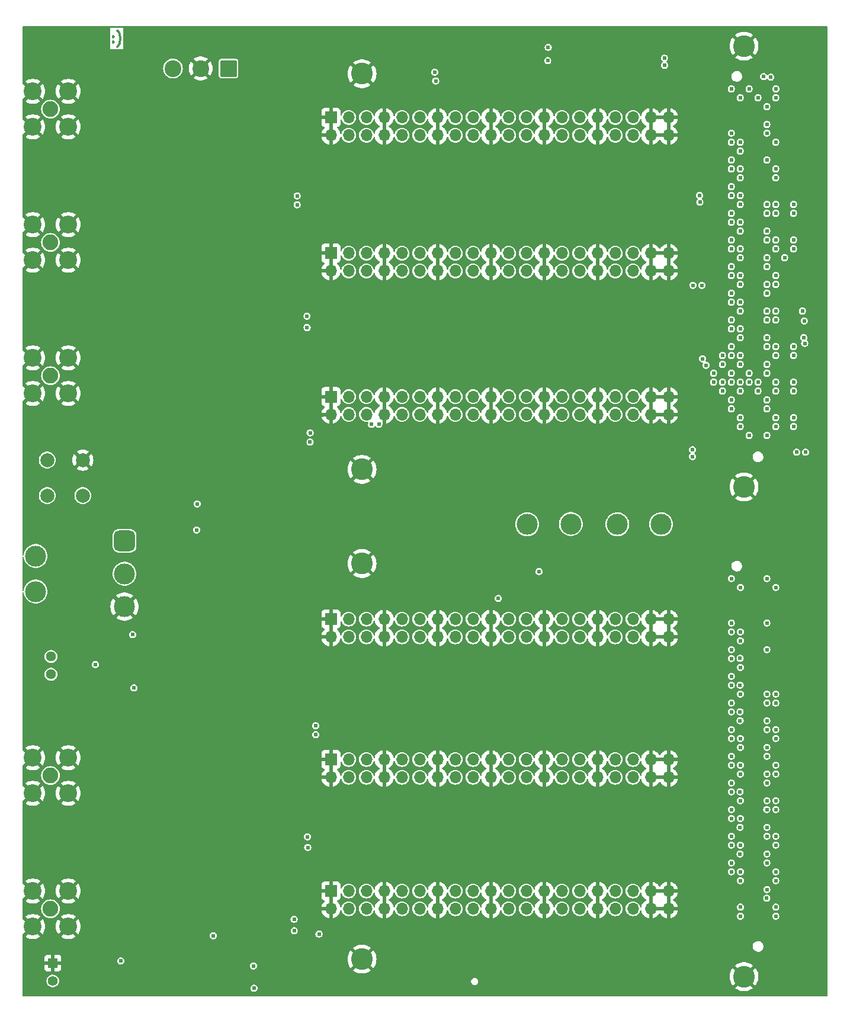
<source format=gbr>
%TF.GenerationSoftware,KiCad,Pcbnew,7.0.10-7.0.10~ubuntu22.04.1*%
%TF.CreationDate,2024-03-14T13:40:30-04:00*%
%TF.ProjectId,dioBreakOutBoard,64696f42-7265-4616-9b4f-7574426f6172,rev?*%
%TF.SameCoordinates,Original*%
%TF.FileFunction,Copper,L2,Inr*%
%TF.FilePolarity,Positive*%
%FSLAX46Y46*%
G04 Gerber Fmt 4.6, Leading zero omitted, Abs format (unit mm)*
G04 Created by KiCad (PCBNEW 7.0.10-7.0.10~ubuntu22.04.1) date 2024-03-14 13:40:30*
%MOMM*%
%LPD*%
G01*
G04 APERTURE LIST*
G04 Aperture macros list*
%AMRoundRect*
0 Rectangle with rounded corners*
0 $1 Rounding radius*
0 $2 $3 $4 $5 $6 $7 $8 $9 X,Y pos of 4 corners*
0 Add a 4 corners polygon primitive as box body*
4,1,4,$2,$3,$4,$5,$6,$7,$8,$9,$2,$3,0*
0 Add four circle primitives for the rounded corners*
1,1,$1+$1,$2,$3*
1,1,$1+$1,$4,$5*
1,1,$1+$1,$6,$7*
1,1,$1+$1,$8,$9*
0 Add four rect primitives between the rounded corners*
20,1,$1+$1,$2,$3,$4,$5,0*
20,1,$1+$1,$4,$5,$6,$7,0*
20,1,$1+$1,$6,$7,$8,$9,0*
20,1,$1+$1,$8,$9,$2,$3,0*%
G04 Aperture macros list end*
%ADD10C,0.375000*%
%TA.AperFunction,NonConductor*%
%ADD11C,0.375000*%
%TD*%
%TA.AperFunction,ComponentPad*%
%ADD12C,3.000000*%
%TD*%
%TA.AperFunction,ComponentPad*%
%ADD13C,3.100000*%
%TD*%
%TA.AperFunction,ComponentPad*%
%ADD14R,1.700000X1.700000*%
%TD*%
%TA.AperFunction,ComponentPad*%
%ADD15O,1.700000X1.700000*%
%TD*%
%TA.AperFunction,ComponentPad*%
%ADD16C,2.250000*%
%TD*%
%TA.AperFunction,ComponentPad*%
%ADD17C,2.550000*%
%TD*%
%TA.AperFunction,ComponentPad*%
%ADD18R,1.397000X1.397000*%
%TD*%
%TA.AperFunction,ComponentPad*%
%ADD19C,1.397000*%
%TD*%
%TA.AperFunction,ComponentPad*%
%ADD20C,1.440000*%
%TD*%
%TA.AperFunction,ComponentPad*%
%ADD21C,2.000000*%
%TD*%
%TA.AperFunction,ComponentPad*%
%ADD22RoundRect,0.250001X0.949999X0.949999X-0.949999X0.949999X-0.949999X-0.949999X0.949999X-0.949999X0*%
%TD*%
%TA.AperFunction,ComponentPad*%
%ADD23C,2.400000*%
%TD*%
%TA.AperFunction,ComponentPad*%
%ADD24RoundRect,0.750000X-0.750000X-0.750000X0.750000X-0.750000X0.750000X0.750000X-0.750000X0.750000X0*%
%TD*%
%TA.AperFunction,ViaPad*%
%ADD25C,0.609600*%
%TD*%
G04 APERTURE END LIST*
D10*
D11*
X140263852Y-22104071D02*
X140335281Y-22175500D01*
X140335281Y-22175500D02*
X140263852Y-22246928D01*
X140263852Y-22246928D02*
X140192424Y-22175500D01*
X140192424Y-22175500D02*
X140263852Y-22104071D01*
X140263852Y-22104071D02*
X140263852Y-22246928D01*
X140263852Y-21318357D02*
X140335281Y-21389785D01*
X140335281Y-21389785D02*
X140263852Y-21461214D01*
X140263852Y-21461214D02*
X140192424Y-21389785D01*
X140192424Y-21389785D02*
X140263852Y-21318357D01*
X140263852Y-21318357D02*
X140263852Y-21461214D01*
X140835281Y-22818357D02*
X140906710Y-22746928D01*
X140906710Y-22746928D02*
X141049567Y-22532642D01*
X141049567Y-22532642D02*
X141120996Y-22389785D01*
X141120996Y-22389785D02*
X141192424Y-22175500D01*
X141192424Y-22175500D02*
X141263853Y-21818357D01*
X141263853Y-21818357D02*
X141263853Y-21532642D01*
X141263853Y-21532642D02*
X141192424Y-21175500D01*
X141192424Y-21175500D02*
X141120996Y-20961214D01*
X141120996Y-20961214D02*
X141049567Y-20818357D01*
X141049567Y-20818357D02*
X140906710Y-20604071D01*
X140906710Y-20604071D02*
X140835281Y-20532642D01*
D12*
%TO.N,+1V8*%
%TO.C,TP4*%
X199400000Y-91100000D03*
%TD*%
D13*
%TO.N,GND*%
%TO.C,H2*%
X230400000Y-22750000D03*
%TD*%
%TO.N,GND*%
%TO.C,H1*%
X175800000Y-26700000D03*
%TD*%
D12*
%TO.N,+3V3*%
%TO.C,TP2*%
X205650000Y-91050000D03*
%TD*%
D13*
%TO.N,GND*%
%TO.C,H5*%
X175800000Y-153250000D03*
%TD*%
%TO.N,GND*%
%TO.C,H4*%
X230400000Y-85750000D03*
%TD*%
D12*
%TO.N,VDD*%
%TO.C,TP3*%
X218550000Y-91100000D03*
%TD*%
D13*
%TO.N,GND*%
%TO.C,H7*%
X175800000Y-96700000D03*
%TD*%
%TO.N,GND*%
%TO.C,H6*%
X230400000Y-155750000D03*
%TD*%
%TO.N,GND*%
%TO.C,H3*%
X175800000Y-83250000D03*
%TD*%
D12*
%TO.N,FMC0_PG_C2M*%
%TO.C,TP1*%
X212300000Y-91100000D03*
%TD*%
D14*
%TO.N,GND*%
%TO.C,J6*%
X171348400Y-143510000D03*
D15*
X171348400Y-146050000D03*
%TO.N,FMC1_LA11.N*%
X173888400Y-143510000D03*
%TO.N,FMC1_LA01_CC.P*%
X173888400Y-146050000D03*
%TO.N,FMC1_LA11.P*%
X176428400Y-143510000D03*
%TO.N,FMC1_LA01_CC.N*%
X176428400Y-146050000D03*
%TO.N,GND*%
X178968400Y-143510000D03*
X178968400Y-146050000D03*
%TO.N,FMC1_LA09.N*%
X181508400Y-143510000D03*
%TO.N,FMC1_LA00_CC.P*%
X181508400Y-146050000D03*
%TO.N,FMC1_LA09.P*%
X184048400Y-143510000D03*
%TO.N,FMC1_LA00_CC.N*%
X184048400Y-146050000D03*
%TO.N,GND*%
X186588400Y-143510000D03*
X186588400Y-146050000D03*
%TO.N,FMC1_LA07.N*%
X189128400Y-143510000D03*
%TO.N,FMC1_LA02.P*%
X189128400Y-146050000D03*
%TO.N,FMC1_LA07.P*%
X191668400Y-143510000D03*
%TO.N,FMC1_LA02.N*%
X191668400Y-146050000D03*
%TO.N,GND*%
X194208400Y-143510000D03*
X194208400Y-146050000D03*
%TO.N,FMC1_LA08.N*%
X196748400Y-143510000D03*
%TO.N,FMC1_LA06.P*%
X196748400Y-146050000D03*
%TO.N,FMC1_LA08.P*%
X199288400Y-143510000D03*
%TO.N,FMC1_LA06.N*%
X199288400Y-146050000D03*
%TO.N,GND*%
X201828400Y-143510000D03*
X201828400Y-146050000D03*
%TO.N,FMC1_LA10.N*%
X204368400Y-143510000D03*
%TO.N,FMC1_LA03.P*%
X204368400Y-146050000D03*
%TO.N,FMC1_LA10.P*%
X206908400Y-143510000D03*
%TO.N,FMC1_LA03.N*%
X206908400Y-146050000D03*
%TO.N,GND*%
X209448400Y-143510000D03*
X209448400Y-146050000D03*
%TO.N,FMC1_LA05.N*%
X211988400Y-143510000D03*
%TO.N,FMC1_LA04.P*%
X211988400Y-146050000D03*
%TO.N,FMC1_LA05.P*%
X214528400Y-143510000D03*
%TO.N,FMC1_LA04.N*%
X214528400Y-146050000D03*
%TO.N,GND*%
X217068400Y-143510000D03*
X217068400Y-146050000D03*
X219608400Y-143510000D03*
X219608400Y-146050000D03*
%TD*%
D16*
%TO.N,Net-(J12-In)*%
%TO.C,J12*%
X131267200Y-69850000D03*
D17*
%TO.N,GND*%
X128727200Y-72390000D03*
X128727200Y-67310000D03*
X133807200Y-67310000D03*
X133807200Y-72390000D03*
%TD*%
D18*
%TO.N,GND*%
%TO.C,D2*%
X131591050Y-153820000D03*
D19*
%TO.N,Net-(D2-A)*%
X131591050Y-156360000D03*
%TD*%
D16*
%TO.N,Net-(J11-In)*%
%TO.C,J11*%
X131267200Y-50800000D03*
D17*
%TO.N,GND*%
X128727200Y-53340000D03*
X128727200Y-48260000D03*
X133807200Y-48260000D03*
X133807200Y-53340000D03*
%TD*%
D16*
%TO.N,Net-(J9-In)*%
%TO.C,J9*%
X131267200Y-127000000D03*
D17*
%TO.N,GND*%
X128727200Y-129540000D03*
X128727200Y-124460000D03*
X133807200Y-124460000D03*
X133807200Y-129540000D03*
%TD*%
D20*
%TO.N,Net-(D4-KA)*%
%TO.C,D4*%
X131340000Y-110000000D03*
%TO.N,Net-(D4-AK)*%
X131340000Y-112540000D03*
%TD*%
D14*
%TO.N,GND*%
%TO.C,J7*%
X171348400Y-124714000D03*
D15*
X171348400Y-127254000D03*
%TO.N,FMC1_LA21.N*%
X173888400Y-124714000D03*
%TO.N,FMC1_LA13.P*%
X173888400Y-127254000D03*
%TO.N,FMC1_LA21.P*%
X176428400Y-124714000D03*
%TO.N,FMC1_LA13.N*%
X176428400Y-127254000D03*
%TO.N,GND*%
X178968400Y-124714000D03*
X178968400Y-127254000D03*
%TO.N,FMC1_LA22.N*%
X181508400Y-124714000D03*
%TO.N,FMC1_LA12.P*%
X181508400Y-127254000D03*
%TO.N,FMC1_LA22.P*%
X184048400Y-124714000D03*
%TO.N,FMC1_LA12.N*%
X184048400Y-127254000D03*
%TO.N,GND*%
X186588400Y-124714000D03*
X186588400Y-127254000D03*
%TO.N,FMC1_LA23.N*%
X189128400Y-124714000D03*
%TO.N,FMC1_LA14.P*%
X189128400Y-127254000D03*
%TO.N,FMC1_LA23.P*%
X191668400Y-124714000D03*
%TO.N,FMC1_LA14.N*%
X191668400Y-127254000D03*
%TO.N,GND*%
X194208400Y-124714000D03*
X194208400Y-127254000D03*
%TO.N,FMC1_LA19.N*%
X196748400Y-124714000D03*
%TO.N,FMC1_LA16.P*%
X196748400Y-127254000D03*
%TO.N,FMC1_LA19.P*%
X199288400Y-124714000D03*
%TO.N,FMC1_LA16.N*%
X199288400Y-127254000D03*
%TO.N,GND*%
X201828400Y-124714000D03*
X201828400Y-127254000D03*
%TO.N,FMC1_LA18.N*%
X204368400Y-124714000D03*
%TO.N,FMC1_LA15.P*%
X204368400Y-127254000D03*
%TO.N,FMC1_LA18.P*%
X206908400Y-124714000D03*
%TO.N,FMC1_LA15.N*%
X206908400Y-127254000D03*
%TO.N,GND*%
X209448400Y-124714000D03*
X209448400Y-127254000D03*
%TO.N,FMC1_LA20.N*%
X211988400Y-124714000D03*
%TO.N,FMC1_LA17_CC.P*%
X211988400Y-127254000D03*
%TO.N,FMC1_LA20.P*%
X214528400Y-124714000D03*
%TO.N,FMC1_LA17_CC.N*%
X214528400Y-127254000D03*
%TO.N,GND*%
X217068400Y-124714000D03*
X217068400Y-127254000D03*
X219608400Y-124714000D03*
X219608400Y-127254000D03*
%TD*%
D16*
%TO.N,Net-(J13-In)*%
%TO.C,J13*%
X131267200Y-31750000D03*
D17*
%TO.N,GND*%
X128727200Y-34290000D03*
X128727200Y-29210000D03*
X133807200Y-29210000D03*
X133807200Y-34290000D03*
%TD*%
D14*
%TO.N,GND*%
%TO.C,J4*%
X171348400Y-52344400D03*
D15*
X171348400Y-54884400D03*
%TO.N,FMC0_LA19.N*%
X173888400Y-52344400D03*
%TO.N,FMC0_LA08.P*%
X173888400Y-54884400D03*
%TO.N,FMC0_LA19.P*%
X176428400Y-52344400D03*
%TO.N,FMC0_LA08.N*%
X176428400Y-54884400D03*
%TO.N,GND*%
X178968400Y-52344400D03*
X178968400Y-54884400D03*
%TO.N,FMC0_LA20.N*%
X181508400Y-52344400D03*
%TO.N,FMC0_LA07.P*%
X181508400Y-54884400D03*
%TO.N,FMC0_LA20.P*%
X184048400Y-52344400D03*
%TO.N,FMC0_LA07.N*%
X184048400Y-54884400D03*
%TO.N,GND*%
X186588400Y-52344400D03*
X186588400Y-54884400D03*
%TO.N,FMC0_LA10.N*%
X189128400Y-52344400D03*
%TO.N,FMC0_LA12.P*%
X189128400Y-54884400D03*
%TO.N,FMC0_LA10.P*%
X191668400Y-52344400D03*
%TO.N,FMC0_LA12.N*%
X191668400Y-54884400D03*
%TO.N,GND*%
X194208400Y-52344400D03*
X194208400Y-54884400D03*
%TO.N,FMC0_LA17_CC.N*%
X196748400Y-52344400D03*
%TO.N,FMC0_LA11.P*%
X196748400Y-54884400D03*
%TO.N,FMC0_LA17_CC.P*%
X199288400Y-52344400D03*
%TO.N,FMC0_LA11.N*%
X199288400Y-54884400D03*
%TO.N,GND*%
X201828400Y-52344400D03*
X201828400Y-54884400D03*
%TO.N,FMC0_LA15.N*%
X204368400Y-52344400D03*
%TO.N,FMC0_LA14.P*%
X204368400Y-54884400D03*
%TO.N,FMC0_LA15.P*%
X206908400Y-52344400D03*
%TO.N,FMC0_LA14.N*%
X206908400Y-54884400D03*
%TO.N,GND*%
X209448400Y-52344400D03*
X209448400Y-54884400D03*
%TO.N,FMC0_LA16.N*%
X211988400Y-52344400D03*
%TO.N,FMC0_LA13.P*%
X211988400Y-54884400D03*
%TO.N,FMC0_LA16.P*%
X214528400Y-52344400D03*
%TO.N,FMC0_LA13.N*%
X214528400Y-54884400D03*
%TO.N,GND*%
X217068400Y-52344400D03*
X217068400Y-54884400D03*
X219608400Y-52344400D03*
X219608400Y-54884400D03*
%TD*%
D14*
%TO.N,GND*%
%TO.C,J3*%
X171348400Y-72847200D03*
D15*
X171348400Y-75387200D03*
%TO.N,FMC0_LA00_CC.N*%
X173888400Y-72847200D03*
%TO.N,FMC0_LA01_CC.P*%
X173888400Y-75387200D03*
%TO.N,FMC0_LA00_CC.P*%
X176428400Y-72847200D03*
%TO.N,FMC0_LA01_CC.N*%
X176428400Y-75387200D03*
%TO.N,GND*%
X178968400Y-72847200D03*
X178968400Y-75387200D03*
%TO.N,FMC0_LA09.N*%
X181508400Y-72847200D03*
%TO.N,FMC0_LA02.P*%
X181508400Y-75387200D03*
%TO.N,FMC0_LA09.P*%
X184048400Y-72847200D03*
%TO.N,FMC0_LA02.N*%
X184048400Y-75387200D03*
%TO.N,GND*%
X186588400Y-72847200D03*
X186588400Y-75387200D03*
%TO.N,FMC0_LA05.N*%
X189128400Y-72847200D03*
%TO.N,FMC0_LA04.P*%
X189128400Y-75387200D03*
%TO.N,FMC0_LA05.P*%
X191668400Y-72847200D03*
%TO.N,FMC0_LA04.N*%
X191668400Y-75387200D03*
%TO.N,GND*%
X194208400Y-72847200D03*
X194208400Y-75387200D03*
%TO.N,FMC0_LA06.N*%
X196748400Y-72847200D03*
%TO.N,FMC0_HA05.P*%
X196748400Y-75387200D03*
%TO.N,FMC0_LA06.P*%
X199288400Y-72847200D03*
%TO.N,FMC0_HA05.N*%
X199288400Y-75387200D03*
%TO.N,GND*%
X201828400Y-72847200D03*
X201828400Y-75387200D03*
%TO.N,FMC0_HA04.N*%
X204368400Y-72847200D03*
%TO.N,FMC0_LA03.P*%
X204368400Y-75387200D03*
%TO.N,FMC0_HA04.P*%
X206908400Y-72847200D03*
%TO.N,FMC0_LA03.N*%
X206908400Y-75387200D03*
%TO.N,GND*%
X209448400Y-72847200D03*
X209448400Y-75387200D03*
%TO.N,FMC0_HA02.N*%
X211988400Y-72847200D03*
%TO.N,FMC0_HA03.P*%
X211988400Y-75387200D03*
%TO.N,FMC0_HA02.P*%
X214528400Y-72847200D03*
%TO.N,FMC0_HA03.N*%
X214528400Y-75387200D03*
%TO.N,GND*%
X217068400Y-72847200D03*
X217068400Y-75387200D03*
X219608400Y-72847200D03*
X219608400Y-75387200D03*
%TD*%
D14*
%TO.N,GND*%
%TO.C,J5*%
X171348400Y-32943800D03*
D15*
X171348400Y-35483800D03*
%TO.N,FMC0_LA30.N*%
X173888400Y-32943800D03*
%TO.N,FMC0_LA22.P*%
X173888400Y-35483800D03*
%TO.N,FMC0_LA30.P*%
X176428400Y-32943800D03*
%TO.N,FMC0_LA22.N*%
X176428400Y-35483800D03*
%TO.N,GND*%
X178968400Y-32943800D03*
X178968400Y-35483800D03*
%TO.N,FMC0_LA31.N*%
X181508400Y-32943800D03*
%TO.N,FMC0_LA25.P*%
X181508400Y-35483800D03*
%TO.N,FMC0_LA31.P*%
X184048400Y-32943800D03*
%TO.N,FMC0_LA25.N*%
X184048400Y-35483800D03*
%TO.N,GND*%
X186588400Y-32943800D03*
X186588400Y-35483800D03*
%TO.N,FMC0_LA28.N*%
X189128400Y-32943800D03*
%TO.N,FMC0_LA23.P*%
X189128400Y-35483800D03*
%TO.N,FMC0_LA28.P*%
X191668400Y-32943800D03*
%TO.N,FMC0_LA23.N*%
X191668400Y-35483800D03*
%TO.N,GND*%
X194208400Y-32943800D03*
X194208400Y-35483800D03*
%TO.N,FMC0_LA29.N*%
X196748400Y-32943800D03*
%TO.N,FMC0_LA24.P*%
X196748400Y-35483800D03*
%TO.N,FMC0_LA29.P*%
X199288400Y-32943800D03*
%TO.N,FMC0_LA24.N*%
X199288400Y-35483800D03*
%TO.N,GND*%
X201828400Y-32943800D03*
X201828400Y-35483800D03*
%TO.N,FMC0_LA26.N*%
X204368400Y-32943800D03*
%TO.N,FMC0_LA21.P*%
X204368400Y-35483800D03*
%TO.N,FMC0_LA26.P*%
X206908400Y-32943800D03*
%TO.N,FMC0_LA21.N*%
X206908400Y-35483800D03*
%TO.N,GND*%
X209448400Y-32943800D03*
X209448400Y-35483800D03*
%TO.N,FMC0_LA27.N*%
X211988400Y-32943800D03*
%TO.N,FMC0_LA18.P*%
X211988400Y-35483800D03*
%TO.N,FMC0_LA27.P*%
X214528400Y-32943800D03*
%TO.N,FMC0_LA18.N*%
X214528400Y-35483800D03*
%TO.N,GND*%
X217068400Y-32943800D03*
X217068400Y-35483800D03*
X219608400Y-32943800D03*
X219608400Y-35483800D03*
%TD*%
D14*
%TO.N,GND*%
%TO.C,J8*%
X171348400Y-104648000D03*
D15*
X171348400Y-107188000D03*
%TO.N,FMC1_LA30.N*%
X173888400Y-104648000D03*
%TO.N,FMC1_LA27.P*%
X173888400Y-107188000D03*
%TO.N,FMC1_LA30.P*%
X176428400Y-104648000D03*
%TO.N,FMC1_LA27.N*%
X176428400Y-107188000D03*
%TO.N,GND*%
X178968400Y-104648000D03*
X178968400Y-107188000D03*
%TO.N,FMC1_LA31.N*%
X181508400Y-104648000D03*
%TO.N,FMC1_LA26.P*%
X181508400Y-107188000D03*
%TO.N,FMC1_LA31.P*%
X184048400Y-104648000D03*
%TO.N,FMC1_LA26.N*%
X184048400Y-107188000D03*
%TO.N,GND*%
X186588400Y-104648000D03*
X186588400Y-107188000D03*
%TO.N,FMC1_LA28.N*%
X189128400Y-104648000D03*
%TO.N,FMC1_LA25.P*%
X189128400Y-107188000D03*
%TO.N,FMC1_LA28.P*%
X191668400Y-104648000D03*
%TO.N,FMC1_LA25.N*%
X191668400Y-107188000D03*
%TO.N,GND*%
X194208400Y-104648000D03*
X194208400Y-107188000D03*
%TO.N,unconnected-(J8-Pad21)*%
X196748400Y-104648000D03*
%TO.N,unconnected-(J8-Pad22)*%
X196748400Y-107188000D03*
%TO.N,unconnected-(J8-Pad23)*%
X199288400Y-104648000D03*
%TO.N,unconnected-(J8-Pad24)*%
X199288400Y-107188000D03*
%TO.N,GND*%
X201828400Y-104648000D03*
X201828400Y-107188000D03*
%TO.N,FMC0_HA06.N*%
X204368400Y-104648000D03*
%TO.N,FMC0_HA07.P*%
X204368400Y-107188000D03*
%TO.N,FMC0_HA06.P*%
X206908400Y-104648000D03*
%TO.N,FMC0_HA07.N*%
X206908400Y-107188000D03*
%TO.N,GND*%
X209448400Y-104648000D03*
X209448400Y-107188000D03*
%TO.N,unconnected-(J8-Pad33)*%
X211988400Y-104648000D03*
%TO.N,unconnected-(J8-Pad34)*%
X211988400Y-107188000D03*
%TO.N,unconnected-(J8-Pad35)*%
X214528400Y-104648000D03*
%TO.N,unconnected-(J8-Pad36)*%
X214528400Y-107188000D03*
%TO.N,GND*%
X217068400Y-104648000D03*
X217068400Y-107188000D03*
X219608400Y-104648000D03*
X219608400Y-107188000D03*
%TD*%
D21*
%TO.N,GND*%
%TO.C,SW2*%
X135890000Y-81920000D03*
%TO.N,N/C*%
X130810000Y-81920000D03*
%TO.N,FMC1_LA29.N*%
X135890000Y-87000000D03*
%TO.N,N/C*%
X130810000Y-87000000D03*
%TD*%
D22*
%TO.N,+12P*%
%TO.C,J1*%
X156700000Y-25940000D03*
D23*
%TO.N,GND*%
X152740000Y-25940000D03*
%TO.N,-12V*%
X148780000Y-25940000D03*
%TD*%
D16*
%TO.N,Net-(J10-In)*%
%TO.C,J10*%
X131267200Y-146050000D03*
D17*
%TO.N,GND*%
X128727200Y-148590000D03*
X128727200Y-143510000D03*
X133807200Y-143510000D03*
X133807200Y-148590000D03*
%TD*%
D12*
%TO.N,*%
%TO.C,SW1*%
X129150000Y-100704000D03*
X129150000Y-95624000D03*
D24*
%TO.N,Net-(SW1-A)*%
X141850000Y-93465000D03*
D12*
%TO.N,FMC1_LA24.N*%
X141850000Y-98164000D03*
%TO.N,GND*%
X141850000Y-102863000D03*
%TD*%
D25*
%TO.N,GND*%
X237470000Y-59340000D03*
X170022000Y-75513000D03*
X194279000Y-70179000D03*
X227310000Y-31400000D03*
X237470000Y-33940000D03*
X233660000Y-59340000D03*
X149860000Y-83820000D03*
X196850000Y-27940000D03*
X201873200Y-50800000D03*
X194150000Y-129100000D03*
X231140000Y-133140000D03*
X227310000Y-39020000D03*
X227310000Y-78390000D03*
X142494000Y-116586000D03*
X228580000Y-30130000D03*
X229860000Y-148375000D03*
X237470000Y-44100000D03*
X186633200Y-50800000D03*
X234930000Y-78390000D03*
X234935000Y-98850000D03*
X200660000Y-22860000D03*
X229850000Y-42830000D03*
X167990026Y-128202400D03*
X142240000Y-73660000D03*
X130556000Y-120650000D03*
X217061600Y-129141600D03*
X194310000Y-57150000D03*
X142240000Y-68580000D03*
X222300000Y-157500000D03*
X167990026Y-125552400D03*
X228600000Y-103930000D03*
X231120000Y-33940000D03*
X194310000Y-50800000D03*
X233665000Y-140760000D03*
X234925000Y-44100000D03*
X130810000Y-45720000D03*
X209410000Y-129160000D03*
X234935000Y-143285000D03*
X234935000Y-122980000D03*
X237470000Y-54260000D03*
X233660000Y-30140000D03*
X232390000Y-31400000D03*
X229860000Y-144565000D03*
X186659000Y-70179000D03*
X166370000Y-154120000D03*
X142240000Y-83820000D03*
X149860000Y-49530000D03*
X157480000Y-83820000D03*
X237470000Y-68230000D03*
X234935000Y-148375000D03*
X237470000Y-73310000D03*
X179070000Y-57150000D03*
X209550000Y-50800000D03*
X130505200Y-139496800D03*
X209550000Y-109220000D03*
X209442400Y-38010200D03*
X236220000Y-145825000D03*
X217062400Y-38100000D03*
X186640000Y-122290000D03*
X226040000Y-33940000D03*
X142240000Y-54610000D03*
X217170000Y-57150000D03*
X179013200Y-50800000D03*
X157480000Y-54610000D03*
X161260026Y-130442400D03*
X138430000Y-38100000D03*
X234950000Y-112820000D03*
X233665000Y-100120000D03*
X217139000Y-70179000D03*
X201822400Y-38010200D03*
X237470000Y-37750000D03*
X186613800Y-57150000D03*
X226040000Y-41560000D03*
X231120000Y-45370000D03*
X229900000Y-98850000D03*
X133350000Y-136906000D03*
X201930000Y-109220000D03*
X219630000Y-109520000D03*
X234935000Y-117900000D03*
X232390000Y-58070000D03*
X178990000Y-129640000D03*
X234930000Y-69500000D03*
X178937000Y-38100000D03*
X217060000Y-109420000D03*
X200660000Y-157480000D03*
X186659000Y-77799000D03*
X157480000Y-38100000D03*
X186582400Y-38010200D03*
X237475000Y-49200000D03*
X237470000Y-58070000D03*
X209600000Y-140990000D03*
X234950000Y-114080000D03*
X138200000Y-151300000D03*
X135890000Y-25400000D03*
X237470000Y-69500000D03*
X234925000Y-42830000D03*
X234950000Y-109010000D03*
X231120000Y-37750000D03*
X231140000Y-140760000D03*
X194360000Y-157500000D03*
X179039000Y-70179000D03*
X227310000Y-28860000D03*
X237470000Y-28860000D03*
X237470000Y-78390000D03*
X231120000Y-64420000D03*
X219602400Y-38100000D03*
X234950000Y-133140000D03*
X236200000Y-35200000D03*
X237470000Y-42830000D03*
X165100000Y-87630000D03*
X228580000Y-68230000D03*
X209550000Y-57150000D03*
X231120000Y-52990000D03*
X234930000Y-31400000D03*
X234935000Y-119170000D03*
X217068400Y-50800000D03*
X229870000Y-105200000D03*
X231210000Y-117900000D03*
X234930000Y-68230000D03*
X232390000Y-61880000D03*
X130810000Y-25400000D03*
X171320000Y-122060000D03*
X237500000Y-47925000D03*
X156320002Y-145520000D03*
X219710000Y-50800000D03*
X142494000Y-109728000D03*
X222250000Y-143510000D03*
X209519000Y-70179000D03*
X233665000Y-142030000D03*
X194310000Y-140990000D03*
X149860000Y-68580000D03*
X231120000Y-41560000D03*
X179039000Y-77799000D03*
X157480000Y-68580000D03*
X149830026Y-126632400D03*
X138938000Y-116586000D03*
X209480000Y-102230000D03*
X233665000Y-117900000D03*
X186690000Y-148590000D03*
X208330000Y-157500000D03*
X231120000Y-68230000D03*
X219710000Y-57150000D03*
X234930000Y-64420000D03*
X142240000Y-34290000D03*
X146050000Y-45720000D03*
X146020026Y-130442400D03*
X138430000Y-45720000D03*
X237470000Y-32675000D03*
X231120000Y-75850000D03*
X157480000Y-92710000D03*
X130810000Y-64770000D03*
X234935000Y-128060000D03*
X214630000Y-157480000D03*
X231140000Y-114090000D03*
X233675000Y-32675000D03*
X219620000Y-102280000D03*
X153640026Y-130442400D03*
X219679000Y-70179000D03*
X167640000Y-106680000D03*
X228585000Y-145825000D03*
X146050000Y-64770000D03*
X149860000Y-54610000D03*
X234930000Y-59340000D03*
X165100000Y-92710000D03*
X234935000Y-124250000D03*
X140970000Y-140970000D03*
X165100000Y-38100000D03*
X148590000Y-140970000D03*
X221630000Y-32740000D03*
X130580000Y-151300000D03*
X157480000Y-73660000D03*
X234935000Y-134410000D03*
X208280000Y-22860000D03*
X201899000Y-70179000D03*
X229840000Y-101390000D03*
X157480000Y-87630000D03*
X201930000Y-140970000D03*
X142240000Y-38100000D03*
X228580000Y-77120000D03*
X227310000Y-46640000D03*
X228580000Y-33940000D03*
X138938000Y-109728000D03*
X201800000Y-129140000D03*
X142210026Y-126632400D03*
X219631600Y-129241600D03*
X179070000Y-109220000D03*
X228585000Y-100120000D03*
X201740000Y-149210000D03*
X201930000Y-57150000D03*
X209410000Y-149230000D03*
X165100000Y-33020000D03*
X234935000Y-129330000D03*
X171450000Y-139700000D03*
X171373800Y-57150000D03*
X234935000Y-138220000D03*
X186275000Y-20900000D03*
X178960000Y-30500000D03*
X161500000Y-31540000D03*
X231140000Y-144570000D03*
X233660000Y-77120000D03*
X229850000Y-31400000D03*
X186520000Y-129470000D03*
X167640000Y-104140000D03*
X201800000Y-122690000D03*
X142240000Y-49530000D03*
X152640000Y-30610000D03*
X138430000Y-64770000D03*
X149860000Y-73660000D03*
X234950000Y-103930000D03*
X194310000Y-109220000D03*
X234950000Y-107740000D03*
X149860000Y-38100000D03*
X186690000Y-140970000D03*
X209400000Y-122660000D03*
X171342400Y-30390200D03*
X171340000Y-129820000D03*
X186690000Y-157480000D03*
X194202400Y-38010200D03*
X171450000Y-50800000D03*
X186690000Y-109220000D03*
X178970000Y-122270000D03*
X237470000Y-63150000D03*
X157450026Y-126632400D03*
X232390000Y-78390000D03*
X229870000Y-109010000D03*
X172720000Y-87630000D03*
X234935000Y-139490000D03*
X183475000Y-22550000D03*
X236220000Y-102660000D03*
X236205000Y-77120000D03*
X156210000Y-140970000D03*
X226040000Y-30130000D03*
X237470000Y-39020000D03*
X157480000Y-49530000D03*
X234930000Y-58070000D03*
X217080000Y-102330000D03*
X154670002Y-147270000D03*
X194170000Y-122520000D03*
X146050000Y-149860000D03*
X194279000Y-77799000D03*
X201899000Y-77799000D03*
%TO.N,FMC0_LA06.P*%
X234930000Y-66960000D03*
%TO.N,FMC0_LA06.N*%
X234930000Y-65690000D03*
%TO.N,FMC0_LA10.P*%
X239000000Y-62025000D03*
X234930000Y-61880000D03*
%TO.N,FMC0_LA10.N*%
X234930000Y-60610000D03*
X238740000Y-60610000D03*
%TO.N,FMC0_LA14.P*%
X234930000Y-56800000D03*
%TO.N,FMC0_LA14.N*%
X234930000Y-55530000D03*
%TO.N,FMC0_LA27.P*%
X234230000Y-27180000D03*
X234930000Y-46640000D03*
%TO.N,FMC0_LA27.N*%
X234930000Y-45370000D03*
X233210600Y-27116488D03*
%TO.N,FMC0_CLK0_M2C.N*%
X228580000Y-73310000D03*
X167940000Y-61340000D03*
X178200000Y-76800000D03*
%TO.N,FMC0_LA05.P*%
X233660000Y-65690000D03*
%TO.N,FMC0_LA05.N*%
X233660000Y-64420000D03*
%TO.N,FMC0_LA09.P*%
X233660000Y-61880000D03*
%TO.N,FMC0_LA09.N*%
X233660000Y-60610000D03*
%TO.N,FMC0_LA13.N*%
X233660000Y-56800000D03*
%TO.N,FMC0_LA17_CC.P*%
X233660000Y-54260000D03*
%TO.N,FMC0_LA17_CC.N*%
X233660000Y-52990000D03*
%TO.N,FMC0_LA23.P*%
X233660000Y-50450000D03*
%TO.N,FMC0_LA23.N*%
X233660000Y-49180000D03*
%TO.N,FMC0_LA26.P*%
X233660000Y-46640000D03*
X219050000Y-25480000D03*
%TO.N,FMC0_LA26.N*%
X233660000Y-45370000D03*
X219020000Y-24460000D03*
%TO.N,FMC0_CLK0_M2C.P*%
X177160000Y-76810000D03*
X228580000Y-74580000D03*
X167950000Y-62980000D03*
%TO.N,FMC0_LA03.N*%
X229850000Y-66960000D03*
%TO.N,FMC0_LA08.P*%
X229850000Y-64420000D03*
%TO.N,FMC0_LA08.N*%
X229850000Y-63150000D03*
%TO.N,FMC0_LA12.P*%
X229850000Y-60610000D03*
%TO.N,FMC0_LA12.N*%
X229850000Y-59340000D03*
%TO.N,FMC0_LA16.P*%
X229850000Y-56800000D03*
%TO.N,FMC0_LA16.N*%
X229850000Y-55530000D03*
%TO.N,FMC0_LA20.P*%
X229850000Y-52990000D03*
%TO.N,FMC0_LA20.N*%
X229850000Y-51720000D03*
%TO.N,FMC0_LA22.P*%
X229850000Y-49180000D03*
%TO.N,FMC0_LA22.N*%
X229850000Y-47910000D03*
%TO.N,FMC0_LA25.P*%
X229850000Y-45370000D03*
%TO.N,FMC0_LA25.N*%
X229850000Y-44100000D03*
%TO.N,FMC0_LA29.P*%
X229850000Y-41560000D03*
%TO.N,FMC0_LA29.N*%
X229850000Y-40290000D03*
%TO.N,FMC0_LA31.P*%
X229850000Y-37750000D03*
%TO.N,FMC0_LA31.N*%
X229850000Y-36480000D03*
%TO.N,FMC0_LA04.P*%
X228580000Y-66960000D03*
%TO.N,FMC0_LA04.N*%
X228580000Y-65690000D03*
%TO.N,FMC0_LA07.P*%
X228580000Y-63150000D03*
%TO.N,FMC0_LA07.N*%
X228580000Y-61880000D03*
%TO.N,FMC0_LA11.P*%
X228580000Y-59340000D03*
%TO.N,FMC0_LA11.N*%
X228580000Y-58070000D03*
%TO.N,FMC0_LA15.P*%
X228580000Y-55530000D03*
%TO.N,FMC0_LA15.N*%
X228580000Y-54260000D03*
%TO.N,FMC0_LA19.P*%
X228580000Y-51720000D03*
%TO.N,FMC0_LA19.N*%
X228580000Y-50450000D03*
%TO.N,FMC0_LA21.P*%
X228580000Y-47910000D03*
%TO.N,FMC0_LA21.N*%
X228580000Y-46640000D03*
%TO.N,FMC0_LA24.P*%
X228580000Y-44100000D03*
%TO.N,FMC0_LA24.N*%
X228580000Y-42830000D03*
%TO.N,FMC0_LA28.P*%
X228580000Y-40290000D03*
%TO.N,FMC0_LA28.N*%
X228580000Y-39020000D03*
%TO.N,FMC0_LA30.P*%
X228580000Y-36480000D03*
%TO.N,FMC0_LA30.N*%
X228580000Y-35200000D03*
%TO.N,/P1 HPC FMC Connector/FMC0_DP1.P*%
X237470000Y-51720000D03*
X237470000Y-77120000D03*
%TO.N,/P1 HPC FMC Connector/FMC0_DP1.N*%
X237470000Y-75850000D03*
X237470000Y-50450000D03*
%TO.N,/P1 HPC FMC Connector/FMC0_DP2.P*%
X237470000Y-46640000D03*
X237470000Y-72040000D03*
X239185000Y-80780000D03*
%TO.N,/P1 HPC FMC Connector/FMC0_DP2.N*%
X237470000Y-45370000D03*
X237470000Y-70770000D03*
X237905000Y-80780000D03*
%TO.N,/P1 HPC FMC Connector/FMC0_DP3.P*%
X237470000Y-66960000D03*
X238935000Y-64405000D03*
%TO.N,/P1 HPC FMC Connector/FMC0_DP3.N*%
X237470000Y-65690000D03*
X239077400Y-65230000D03*
%TO.N,/P1 HPC FMC Connector/FMC0_DP0.P*%
X234930000Y-72040000D03*
X234930000Y-77120000D03*
%TO.N,/P1 HPC FMC Connector/FMC0_DP0.N*%
X234930000Y-75850000D03*
X234930000Y-70770000D03*
%TO.N,FMC1_CLK0_M2C.N*%
X169165026Y-119882400D03*
%TO.N,FMC0_LA01_CC.P*%
X233660000Y-69500000D03*
%TO.N,FMC0_LA01_CC.N*%
X233660000Y-68230000D03*
%TO.N,FMC0_LA00_CC.P*%
X229850000Y-72040000D03*
%TO.N,FMC0_LA00_CC.N*%
X229850000Y-70770000D03*
%TO.N,FMC0_LA03.P*%
X229850000Y-68230000D03*
%TO.N,FMC1_CLK0_M2C.P*%
X169180026Y-121162400D03*
%TO.N,FMC0_LA02.P*%
X228580000Y-70770000D03*
%TO.N,FMC0_LA02.N*%
X228580000Y-69500000D03*
%TO.N,+3.3VA*%
X233660000Y-39020000D03*
X233665000Y-109010000D03*
%TO.N,FMC1_CLK1_M2C.N*%
X168010026Y-135752400D03*
X229885000Y-145825000D03*
%TO.N,FMC1_CLK1_M2C.P*%
X168040026Y-137292400D03*
X229860000Y-147105000D03*
%TO.N,FMC0_CLK1_M2C.N*%
X229850000Y-75850000D03*
X168380000Y-78030000D03*
%TO.N,FMC0_CLK1_M2C.P*%
X229850000Y-77120000D03*
X168370000Y-79360000D03*
%TO.N,FMC1_GBTCLK0_M2C.N*%
X233665000Y-143295000D03*
X166090000Y-147560000D03*
%TO.N,FMC1_GBTCLK0_M2C.P*%
X233650000Y-144550000D03*
X166100000Y-149200000D03*
%TO.N,FMC0_GBTCLK0_M2C.N*%
X233660000Y-73310000D03*
X224370000Y-56940000D03*
X166520000Y-44160000D03*
%TO.N,FMC0_GBTCLK0_M2C.P*%
X166520000Y-45430000D03*
X233660000Y-74580000D03*
X223100000Y-56940000D03*
%TO.N,+3V3*%
X233660000Y-31400000D03*
X234950000Y-28860000D03*
X233660000Y-33940000D03*
X137685000Y-111150000D03*
X234930000Y-30130000D03*
X160270000Y-154230000D03*
X234935000Y-100120000D03*
X233665000Y-98850000D03*
%TO.N,FMC1_LA06.P*%
X234935000Y-136950000D03*
%TO.N,FMC1_LA06.N*%
X234935000Y-135680000D03*
%TO.N,FMC1_LA10.P*%
X234935000Y-131870000D03*
%TO.N,FMC1_LA10.N*%
X234935000Y-130600000D03*
%TO.N,FMC1_LA14.P*%
X234935000Y-126790000D03*
%TO.N,FMC1_LA14.N*%
X234935000Y-125520000D03*
%TO.N,FMC1_LA27.P*%
X234930000Y-116655000D03*
%TO.N,FMC1_LA27.N*%
X234935000Y-115360000D03*
%TO.N,FMC1_LA05.P*%
X233665000Y-135680000D03*
%TO.N,FMC1_LA05.N*%
X233665000Y-134410000D03*
%TO.N,FMC1_LA09.P*%
X233655000Y-131880000D03*
%TO.N,FMC1_LA09.N*%
X233665000Y-130600000D03*
%TO.N,FMC1_LA13.P*%
X233665000Y-128060000D03*
%TO.N,FMC1_LA13.N*%
X233665000Y-126790000D03*
%TO.N,FMC1_LA17_CC.P*%
X233665000Y-124250000D03*
%TO.N,FMC1_LA17_CC.N*%
X233665000Y-122980000D03*
%TO.N,FMC1_LA23.P*%
X233665000Y-120440000D03*
%TO.N,FMC1_LA23.N*%
X233665000Y-119170000D03*
%TO.N,FMC1_LA26.P*%
X233665000Y-116630000D03*
%TO.N,FMC1_LA26.N*%
X233665000Y-115360000D03*
%TO.N,FMC1_LA03.N*%
X229860000Y-136950000D03*
%TO.N,FMC1_LA08.P*%
X229835000Y-134410000D03*
%TO.N,FMC1_LA08.N*%
X229860000Y-133140000D03*
%TO.N,FMC1_LA12.P*%
X229860400Y-130600000D03*
%TO.N,FMC1_LA12.N*%
X229835000Y-129330000D03*
%TO.N,FMC1_LA16.P*%
X229860400Y-126790000D03*
%TO.N,FMC1_LA16.N*%
X229860400Y-125520000D03*
%TO.N,FMC1_LA20.P*%
X229860400Y-122980000D03*
%TO.N,FMC1_LA20.N*%
X229860400Y-121710000D03*
%TO.N,FMC1_LA22.P*%
X229839600Y-119170000D03*
%TO.N,FMC1_LA22.N*%
X229835000Y-117900000D03*
%TO.N,FMC1_LA25.P*%
X229865000Y-115360000D03*
%TO.N,FMC1_LA25.N*%
X229839600Y-114090000D03*
%TO.N,FMC1_LA29.P*%
X195280000Y-101690000D03*
X229865000Y-111550000D03*
X143000000Y-106870000D03*
%TO.N,FMC1_LA29.N*%
X201110000Y-97860000D03*
X152240000Y-88180000D03*
X229840000Y-110260000D03*
%TO.N,FMC1_LA31.P*%
X229865000Y-107740000D03*
%TO.N,FMC1_LA31.N*%
X229865000Y-106470000D03*
%TO.N,FMC1_LA04.P*%
X228585000Y-136950000D03*
%TO.N,FMC1_LA04.N*%
X228585000Y-135680000D03*
%TO.N,FMC1_LA07.P*%
X228585000Y-133140000D03*
%TO.N,FMC1_LA07.N*%
X228585000Y-131870000D03*
%TO.N,FMC1_LA11.P*%
X228585000Y-129330000D03*
%TO.N,FMC1_LA11.N*%
X228585000Y-128060000D03*
%TO.N,FMC1_LA15.P*%
X228585000Y-125520000D03*
%TO.N,FMC1_LA15.N*%
X228585000Y-124250000D03*
%TO.N,FMC1_LA19.P*%
X228585000Y-121710000D03*
%TO.N,FMC1_LA19.N*%
X228585000Y-120440000D03*
%TO.N,FMC1_LA21.P*%
X228585000Y-117900000D03*
%TO.N,FMC1_LA21.N*%
X228585000Y-116630000D03*
%TO.N,FMC1_LA24.P*%
X228585000Y-114090000D03*
X143200000Y-114480000D03*
%TO.N,FMC1_LA24.N*%
X228585000Y-112820000D03*
%TO.N,FMC1_LA28.P*%
X228585000Y-110280000D03*
%TO.N,FMC1_LA28.N*%
X228585000Y-109010000D03*
%TO.N,FMC1_LA30.P*%
X228585000Y-106470000D03*
%TO.N,FMC1_LA30.N*%
X228585000Y-105200000D03*
%TO.N,FMC0_LA18.N*%
X234930000Y-50450000D03*
X224050000Y-44100000D03*
%TO.N,FMC0_LA18.P*%
X224090000Y-45070000D03*
X234930000Y-51720000D03*
%TO.N,FMC1_LA00_CC.P*%
X229860000Y-142030000D03*
%TO.N,FMC1_LA00_CC.N*%
X229885000Y-140760000D03*
%TO.N,FMC1_LA01_CC.P*%
X233665000Y-139490000D03*
%TO.N,FMC1_LA01_CC.N*%
X233665000Y-138220000D03*
%TO.N,FMC1_LA02.P*%
X228585000Y-140760000D03*
%TO.N,FMC1_LA02.N*%
X228585000Y-139490000D03*
%TO.N,FMC1_LA03.P*%
X229835000Y-138220000D03*
%TO.N,FMC1_LA18.N*%
X234935000Y-120440000D03*
%TO.N,FMC1_LA18.P*%
X234935000Y-121710000D03*
%TO.N,/P2 LPC FMC Connector/FMC1_DP0.P*%
X234935000Y-142030000D03*
X234935000Y-147105000D03*
%TO.N,/P2 LPC FMC Connector/FMC1_DP0.N*%
X234935000Y-140760000D03*
X234935000Y-145825000D03*
%TO.N,+1V8*%
X228580000Y-28860000D03*
X229850000Y-30130000D03*
X231120000Y-28860000D03*
X232390000Y-30130000D03*
X236200000Y-52990000D03*
X231120000Y-78390000D03*
%TO.N,FMC1_PG_C2M*%
X141300000Y-153500000D03*
%TO.N,FMC0_HA05.P*%
X232390000Y-72040000D03*
X223030000Y-81410000D03*
%TO.N,FMC0_HA05.N*%
X223030000Y-80430000D03*
X232390000Y-70770000D03*
%TO.N,FMC0_HA04.P*%
X231120000Y-70770000D03*
%TO.N,FMC0_HA04.N*%
X231120000Y-69500000D03*
%TO.N,FMC0_HA03.P*%
X227310000Y-72040000D03*
%TO.N,FMC0_HA03.N*%
X227310000Y-70770000D03*
%TO.N,FMC0_HA07.P*%
X227310000Y-68230000D03*
X224965682Y-68367136D03*
%TO.N,FMC0_HA07.N*%
X224480000Y-67430000D03*
X227310000Y-66960000D03*
%TO.N,FMC0_HA02.P*%
X226040000Y-70770000D03*
%TO.N,FMC0_HA02.N*%
X226040000Y-69500000D03*
%TO.N,FMC0_LA13.P*%
X233660000Y-58070000D03*
%TO.N,FMC0_GA0*%
X234930000Y-36480000D03*
X202340000Y-24830000D03*
%TO.N,FMC0_GA1*%
X202410000Y-22930000D03*
X233660000Y-35200000D03*
%TO.N,FMC0_I2C.SDA*%
X234930000Y-40290000D03*
X186328428Y-27721572D03*
%TO.N,FMC0_I2C.SCL*%
X234925000Y-41560000D03*
X186175586Y-26475586D03*
%TO.N,FMC1_I2C.SCL*%
X169650000Y-149675000D03*
%TO.N,FMC1_I2C.SDA*%
X160354695Y-157400000D03*
%TO.N,FMC1_GA1*%
X233665000Y-105200000D03*
X154550000Y-149900000D03*
%TO.N,FMC0_PG_C2M*%
X233660000Y-78390000D03*
%TO.N,VDD*%
X152160000Y-91900000D03*
X228585000Y-98850000D03*
X229900000Y-100120000D03*
%TD*%
%TA.AperFunction,Conductor*%
%TO.N,GND*%
G36*
X171602400Y-145616325D02*
G01*
X171490715Y-145565320D01*
X171384163Y-145550000D01*
X171312637Y-145550000D01*
X171206085Y-145565320D01*
X171094400Y-145616325D01*
X171094400Y-143943674D01*
X171206085Y-143994680D01*
X171312637Y-144010000D01*
X171384163Y-144010000D01*
X171490715Y-143994680D01*
X171602400Y-143943674D01*
X171602400Y-145616325D01*
G37*
%TD.AperFunction*%
%TA.AperFunction,Conductor*%
G36*
X179222400Y-145616325D02*
G01*
X179110715Y-145565320D01*
X179004163Y-145550000D01*
X178932637Y-145550000D01*
X178826085Y-145565320D01*
X178714400Y-145616325D01*
X178714400Y-143943674D01*
X178826085Y-143994680D01*
X178932637Y-144010000D01*
X179004163Y-144010000D01*
X179110715Y-143994680D01*
X179222400Y-143943674D01*
X179222400Y-145616325D01*
G37*
%TD.AperFunction*%
%TA.AperFunction,Conductor*%
G36*
X186842400Y-145616325D02*
G01*
X186730715Y-145565320D01*
X186624163Y-145550000D01*
X186552637Y-145550000D01*
X186446085Y-145565320D01*
X186334400Y-145616325D01*
X186334400Y-143943674D01*
X186446085Y-143994680D01*
X186552637Y-144010000D01*
X186624163Y-144010000D01*
X186730715Y-143994680D01*
X186842400Y-143943674D01*
X186842400Y-145616325D01*
G37*
%TD.AperFunction*%
%TA.AperFunction,Conductor*%
G36*
X194462400Y-145616325D02*
G01*
X194350715Y-145565320D01*
X194244163Y-145550000D01*
X194172637Y-145550000D01*
X194066085Y-145565320D01*
X193954400Y-145616325D01*
X193954400Y-143943674D01*
X194066085Y-143994680D01*
X194172637Y-144010000D01*
X194244163Y-144010000D01*
X194350715Y-143994680D01*
X194462400Y-143943674D01*
X194462400Y-145616325D01*
G37*
%TD.AperFunction*%
%TA.AperFunction,Conductor*%
G36*
X202082400Y-145616325D02*
G01*
X201970715Y-145565320D01*
X201864163Y-145550000D01*
X201792637Y-145550000D01*
X201686085Y-145565320D01*
X201574400Y-145616325D01*
X201574400Y-143943674D01*
X201686085Y-143994680D01*
X201792637Y-144010000D01*
X201864163Y-144010000D01*
X201970715Y-143994680D01*
X202082400Y-143943674D01*
X202082400Y-145616325D01*
G37*
%TD.AperFunction*%
%TA.AperFunction,Conductor*%
G36*
X209702400Y-145616325D02*
G01*
X209590715Y-145565320D01*
X209484163Y-145550000D01*
X209412637Y-145550000D01*
X209306085Y-145565320D01*
X209194400Y-145616325D01*
X209194400Y-143943674D01*
X209306085Y-143994680D01*
X209412637Y-144010000D01*
X209484163Y-144010000D01*
X209590715Y-143994680D01*
X209702400Y-143943674D01*
X209702400Y-145616325D01*
G37*
%TD.AperFunction*%
%TA.AperFunction,Conductor*%
G36*
X219148907Y-145840156D02*
G01*
X219108400Y-145978111D01*
X219108400Y-146121889D01*
X219148907Y-146259844D01*
X219177284Y-146304000D01*
X217499516Y-146304000D01*
X217527893Y-146259844D01*
X217568400Y-146121889D01*
X217568400Y-145978111D01*
X217527893Y-145840156D01*
X217499516Y-145796000D01*
X219177284Y-145796000D01*
X219148907Y-145840156D01*
G37*
%TD.AperFunction*%
%TA.AperFunction,Conductor*%
G36*
X217322400Y-145616325D02*
G01*
X217210715Y-145565320D01*
X217104163Y-145550000D01*
X217032637Y-145550000D01*
X216926085Y-145565320D01*
X216814400Y-145616325D01*
X216814400Y-143943674D01*
X216926085Y-143994680D01*
X217032637Y-144010000D01*
X217104163Y-144010000D01*
X217210715Y-143994680D01*
X217322400Y-143943674D01*
X217322400Y-145616325D01*
G37*
%TD.AperFunction*%
%TA.AperFunction,Conductor*%
G36*
X219862400Y-145616325D02*
G01*
X219750715Y-145565320D01*
X219644163Y-145550000D01*
X219572637Y-145550000D01*
X219466085Y-145565320D01*
X219354400Y-145616325D01*
X219354400Y-143943674D01*
X219466085Y-143994680D01*
X219572637Y-144010000D01*
X219644163Y-144010000D01*
X219750715Y-143994680D01*
X219862400Y-143943674D01*
X219862400Y-145616325D01*
G37*
%TD.AperFunction*%
%TA.AperFunction,Conductor*%
G36*
X219148907Y-143300156D02*
G01*
X219108400Y-143438111D01*
X219108400Y-143581889D01*
X219148907Y-143719844D01*
X219177284Y-143764000D01*
X217499516Y-143764000D01*
X217527893Y-143719844D01*
X217568400Y-143581889D01*
X217568400Y-143438111D01*
X217527893Y-143300156D01*
X217499516Y-143256000D01*
X219177284Y-143256000D01*
X219148907Y-143300156D01*
G37*
%TD.AperFunction*%
%TA.AperFunction,Conductor*%
G36*
X171602400Y-126820325D02*
G01*
X171490715Y-126769320D01*
X171384163Y-126754000D01*
X171312637Y-126754000D01*
X171206085Y-126769320D01*
X171094400Y-126820325D01*
X171094400Y-125147674D01*
X171206085Y-125198680D01*
X171312637Y-125214000D01*
X171384163Y-125214000D01*
X171490715Y-125198680D01*
X171602400Y-125147674D01*
X171602400Y-126820325D01*
G37*
%TD.AperFunction*%
%TA.AperFunction,Conductor*%
G36*
X179222400Y-126820325D02*
G01*
X179110715Y-126769320D01*
X179004163Y-126754000D01*
X178932637Y-126754000D01*
X178826085Y-126769320D01*
X178714400Y-126820325D01*
X178714400Y-125147674D01*
X178826085Y-125198680D01*
X178932637Y-125214000D01*
X179004163Y-125214000D01*
X179110715Y-125198680D01*
X179222400Y-125147674D01*
X179222400Y-126820325D01*
G37*
%TD.AperFunction*%
%TA.AperFunction,Conductor*%
G36*
X186842400Y-126820325D02*
G01*
X186730715Y-126769320D01*
X186624163Y-126754000D01*
X186552637Y-126754000D01*
X186446085Y-126769320D01*
X186334400Y-126820325D01*
X186334400Y-125147674D01*
X186446085Y-125198680D01*
X186552637Y-125214000D01*
X186624163Y-125214000D01*
X186730715Y-125198680D01*
X186842400Y-125147674D01*
X186842400Y-126820325D01*
G37*
%TD.AperFunction*%
%TA.AperFunction,Conductor*%
G36*
X194462400Y-126820325D02*
G01*
X194350715Y-126769320D01*
X194244163Y-126754000D01*
X194172637Y-126754000D01*
X194066085Y-126769320D01*
X193954400Y-126820325D01*
X193954400Y-125147674D01*
X194066085Y-125198680D01*
X194172637Y-125214000D01*
X194244163Y-125214000D01*
X194350715Y-125198680D01*
X194462400Y-125147674D01*
X194462400Y-126820325D01*
G37*
%TD.AperFunction*%
%TA.AperFunction,Conductor*%
G36*
X202082400Y-126820325D02*
G01*
X201970715Y-126769320D01*
X201864163Y-126754000D01*
X201792637Y-126754000D01*
X201686085Y-126769320D01*
X201574400Y-126820325D01*
X201574400Y-125147674D01*
X201686085Y-125198680D01*
X201792637Y-125214000D01*
X201864163Y-125214000D01*
X201970715Y-125198680D01*
X202082400Y-125147674D01*
X202082400Y-126820325D01*
G37*
%TD.AperFunction*%
%TA.AperFunction,Conductor*%
G36*
X209702400Y-126820325D02*
G01*
X209590715Y-126769320D01*
X209484163Y-126754000D01*
X209412637Y-126754000D01*
X209306085Y-126769320D01*
X209194400Y-126820325D01*
X209194400Y-125147674D01*
X209306085Y-125198680D01*
X209412637Y-125214000D01*
X209484163Y-125214000D01*
X209590715Y-125198680D01*
X209702400Y-125147674D01*
X209702400Y-126820325D01*
G37*
%TD.AperFunction*%
%TA.AperFunction,Conductor*%
G36*
X219148907Y-127044156D02*
G01*
X219108400Y-127182111D01*
X219108400Y-127325889D01*
X219148907Y-127463844D01*
X219177284Y-127508000D01*
X217499516Y-127508000D01*
X217527893Y-127463844D01*
X217568400Y-127325889D01*
X217568400Y-127182111D01*
X217527893Y-127044156D01*
X217499516Y-127000000D01*
X219177284Y-127000000D01*
X219148907Y-127044156D01*
G37*
%TD.AperFunction*%
%TA.AperFunction,Conductor*%
G36*
X217322400Y-126820325D02*
G01*
X217210715Y-126769320D01*
X217104163Y-126754000D01*
X217032637Y-126754000D01*
X216926085Y-126769320D01*
X216814400Y-126820325D01*
X216814400Y-125147674D01*
X216926085Y-125198680D01*
X217032637Y-125214000D01*
X217104163Y-125214000D01*
X217210715Y-125198680D01*
X217322400Y-125147674D01*
X217322400Y-126820325D01*
G37*
%TD.AperFunction*%
%TA.AperFunction,Conductor*%
G36*
X219862400Y-126820325D02*
G01*
X219750715Y-126769320D01*
X219644163Y-126754000D01*
X219572637Y-126754000D01*
X219466085Y-126769320D01*
X219354400Y-126820325D01*
X219354400Y-125147674D01*
X219466085Y-125198680D01*
X219572637Y-125214000D01*
X219644163Y-125214000D01*
X219750715Y-125198680D01*
X219862400Y-125147674D01*
X219862400Y-126820325D01*
G37*
%TD.AperFunction*%
%TA.AperFunction,Conductor*%
G36*
X219148907Y-124504156D02*
G01*
X219108400Y-124642111D01*
X219108400Y-124785889D01*
X219148907Y-124923844D01*
X219177284Y-124968000D01*
X217499516Y-124968000D01*
X217527893Y-124923844D01*
X217568400Y-124785889D01*
X217568400Y-124642111D01*
X217527893Y-124504156D01*
X217499516Y-124460000D01*
X219177284Y-124460000D01*
X219148907Y-124504156D01*
G37*
%TD.AperFunction*%
%TA.AperFunction,Conductor*%
G36*
X171602400Y-106754325D02*
G01*
X171490715Y-106703320D01*
X171384163Y-106688000D01*
X171312637Y-106688000D01*
X171206085Y-106703320D01*
X171094400Y-106754325D01*
X171094400Y-105081674D01*
X171206085Y-105132680D01*
X171312637Y-105148000D01*
X171384163Y-105148000D01*
X171490715Y-105132680D01*
X171602400Y-105081674D01*
X171602400Y-106754325D01*
G37*
%TD.AperFunction*%
%TA.AperFunction,Conductor*%
G36*
X179222400Y-106754325D02*
G01*
X179110715Y-106703320D01*
X179004163Y-106688000D01*
X178932637Y-106688000D01*
X178826085Y-106703320D01*
X178714400Y-106754325D01*
X178714400Y-105081674D01*
X178826085Y-105132680D01*
X178932637Y-105148000D01*
X179004163Y-105148000D01*
X179110715Y-105132680D01*
X179222400Y-105081674D01*
X179222400Y-106754325D01*
G37*
%TD.AperFunction*%
%TA.AperFunction,Conductor*%
G36*
X186842400Y-106754325D02*
G01*
X186730715Y-106703320D01*
X186624163Y-106688000D01*
X186552637Y-106688000D01*
X186446085Y-106703320D01*
X186334400Y-106754325D01*
X186334400Y-105081674D01*
X186446085Y-105132680D01*
X186552637Y-105148000D01*
X186624163Y-105148000D01*
X186730715Y-105132680D01*
X186842400Y-105081674D01*
X186842400Y-106754325D01*
G37*
%TD.AperFunction*%
%TA.AperFunction,Conductor*%
G36*
X194462400Y-106754325D02*
G01*
X194350715Y-106703320D01*
X194244163Y-106688000D01*
X194172637Y-106688000D01*
X194066085Y-106703320D01*
X193954400Y-106754325D01*
X193954400Y-105081674D01*
X194066085Y-105132680D01*
X194172637Y-105148000D01*
X194244163Y-105148000D01*
X194350715Y-105132680D01*
X194462400Y-105081674D01*
X194462400Y-106754325D01*
G37*
%TD.AperFunction*%
%TA.AperFunction,Conductor*%
G36*
X202082400Y-106754325D02*
G01*
X201970715Y-106703320D01*
X201864163Y-106688000D01*
X201792637Y-106688000D01*
X201686085Y-106703320D01*
X201574400Y-106754325D01*
X201574400Y-105081674D01*
X201686085Y-105132680D01*
X201792637Y-105148000D01*
X201864163Y-105148000D01*
X201970715Y-105132680D01*
X202082400Y-105081674D01*
X202082400Y-106754325D01*
G37*
%TD.AperFunction*%
%TA.AperFunction,Conductor*%
G36*
X209702400Y-106754325D02*
G01*
X209590715Y-106703320D01*
X209484163Y-106688000D01*
X209412637Y-106688000D01*
X209306085Y-106703320D01*
X209194400Y-106754325D01*
X209194400Y-105081674D01*
X209306085Y-105132680D01*
X209412637Y-105148000D01*
X209484163Y-105148000D01*
X209590715Y-105132680D01*
X209702400Y-105081674D01*
X209702400Y-106754325D01*
G37*
%TD.AperFunction*%
%TA.AperFunction,Conductor*%
G36*
X219148907Y-106978156D02*
G01*
X219108400Y-107116111D01*
X219108400Y-107259889D01*
X219148907Y-107397844D01*
X219177284Y-107442000D01*
X217499516Y-107442000D01*
X217527893Y-107397844D01*
X217568400Y-107259889D01*
X217568400Y-107116111D01*
X217527893Y-106978156D01*
X217499516Y-106934000D01*
X219177284Y-106934000D01*
X219148907Y-106978156D01*
G37*
%TD.AperFunction*%
%TA.AperFunction,Conductor*%
G36*
X217322400Y-106754325D02*
G01*
X217210715Y-106703320D01*
X217104163Y-106688000D01*
X217032637Y-106688000D01*
X216926085Y-106703320D01*
X216814400Y-106754325D01*
X216814400Y-105081674D01*
X216926085Y-105132680D01*
X217032637Y-105148000D01*
X217104163Y-105148000D01*
X217210715Y-105132680D01*
X217322400Y-105081674D01*
X217322400Y-106754325D01*
G37*
%TD.AperFunction*%
%TA.AperFunction,Conductor*%
G36*
X219862400Y-106754325D02*
G01*
X219750715Y-106703320D01*
X219644163Y-106688000D01*
X219572637Y-106688000D01*
X219466085Y-106703320D01*
X219354400Y-106754325D01*
X219354400Y-105081674D01*
X219466085Y-105132680D01*
X219572637Y-105148000D01*
X219644163Y-105148000D01*
X219750715Y-105132680D01*
X219862400Y-105081674D01*
X219862400Y-106754325D01*
G37*
%TD.AperFunction*%
%TA.AperFunction,Conductor*%
G36*
X219148907Y-104438156D02*
G01*
X219108400Y-104576111D01*
X219108400Y-104719889D01*
X219148907Y-104857844D01*
X219177284Y-104902000D01*
X217499516Y-104902000D01*
X217527893Y-104857844D01*
X217568400Y-104719889D01*
X217568400Y-104576111D01*
X217527893Y-104438156D01*
X217499516Y-104394000D01*
X219177284Y-104394000D01*
X219148907Y-104438156D01*
G37*
%TD.AperFunction*%
%TA.AperFunction,Conductor*%
G36*
X179222400Y-74953525D02*
G01*
X179110715Y-74902520D01*
X179004163Y-74887200D01*
X178932637Y-74887200D01*
X178826085Y-74902520D01*
X178714400Y-74953525D01*
X178714400Y-73280874D01*
X178826085Y-73331880D01*
X178932637Y-73347200D01*
X179004163Y-73347200D01*
X179110715Y-73331880D01*
X179222400Y-73280874D01*
X179222400Y-74953525D01*
G37*
%TD.AperFunction*%
%TA.AperFunction,Conductor*%
G36*
X171602400Y-74953525D02*
G01*
X171490715Y-74902520D01*
X171384163Y-74887200D01*
X171312637Y-74887200D01*
X171206085Y-74902520D01*
X171094400Y-74953525D01*
X171094400Y-73280874D01*
X171206085Y-73331880D01*
X171312637Y-73347200D01*
X171384163Y-73347200D01*
X171490715Y-73331880D01*
X171602400Y-73280874D01*
X171602400Y-74953525D01*
G37*
%TD.AperFunction*%
%TA.AperFunction,Conductor*%
G36*
X186842400Y-74953525D02*
G01*
X186730715Y-74902520D01*
X186624163Y-74887200D01*
X186552637Y-74887200D01*
X186446085Y-74902520D01*
X186334400Y-74953525D01*
X186334400Y-73280874D01*
X186446085Y-73331880D01*
X186552637Y-73347200D01*
X186624163Y-73347200D01*
X186730715Y-73331880D01*
X186842400Y-73280874D01*
X186842400Y-74953525D01*
G37*
%TD.AperFunction*%
%TA.AperFunction,Conductor*%
G36*
X194462400Y-74953525D02*
G01*
X194350715Y-74902520D01*
X194244163Y-74887200D01*
X194172637Y-74887200D01*
X194066085Y-74902520D01*
X193954400Y-74953525D01*
X193954400Y-73280874D01*
X194066085Y-73331880D01*
X194172637Y-73347200D01*
X194244163Y-73347200D01*
X194350715Y-73331880D01*
X194462400Y-73280874D01*
X194462400Y-74953525D01*
G37*
%TD.AperFunction*%
%TA.AperFunction,Conductor*%
G36*
X202082400Y-74953525D02*
G01*
X201970715Y-74902520D01*
X201864163Y-74887200D01*
X201792637Y-74887200D01*
X201686085Y-74902520D01*
X201574400Y-74953525D01*
X201574400Y-73280874D01*
X201686085Y-73331880D01*
X201792637Y-73347200D01*
X201864163Y-73347200D01*
X201970715Y-73331880D01*
X202082400Y-73280874D01*
X202082400Y-74953525D01*
G37*
%TD.AperFunction*%
%TA.AperFunction,Conductor*%
G36*
X209702400Y-74953525D02*
G01*
X209590715Y-74902520D01*
X209484163Y-74887200D01*
X209412637Y-74887200D01*
X209306085Y-74902520D01*
X209194400Y-74953525D01*
X209194400Y-73280874D01*
X209306085Y-73331880D01*
X209412637Y-73347200D01*
X209484163Y-73347200D01*
X209590715Y-73331880D01*
X209702400Y-73280874D01*
X209702400Y-74953525D01*
G37*
%TD.AperFunction*%
%TA.AperFunction,Conductor*%
G36*
X219148907Y-75177356D02*
G01*
X219108400Y-75315311D01*
X219108400Y-75459089D01*
X219148907Y-75597044D01*
X219177284Y-75641200D01*
X217499516Y-75641200D01*
X217527893Y-75597044D01*
X217568400Y-75459089D01*
X217568400Y-75315311D01*
X217527893Y-75177356D01*
X217499516Y-75133200D01*
X219177284Y-75133200D01*
X219148907Y-75177356D01*
G37*
%TD.AperFunction*%
%TA.AperFunction,Conductor*%
G36*
X217322400Y-74953525D02*
G01*
X217210715Y-74902520D01*
X217104163Y-74887200D01*
X217032637Y-74887200D01*
X216926085Y-74902520D01*
X216814400Y-74953525D01*
X216814400Y-73280874D01*
X216926085Y-73331880D01*
X217032637Y-73347200D01*
X217104163Y-73347200D01*
X217210715Y-73331880D01*
X217322400Y-73280874D01*
X217322400Y-74953525D01*
G37*
%TD.AperFunction*%
%TA.AperFunction,Conductor*%
G36*
X219862400Y-74953525D02*
G01*
X219750715Y-74902520D01*
X219644163Y-74887200D01*
X219572637Y-74887200D01*
X219466085Y-74902520D01*
X219354400Y-74953525D01*
X219354400Y-73280874D01*
X219466085Y-73331880D01*
X219572637Y-73347200D01*
X219644163Y-73347200D01*
X219750715Y-73331880D01*
X219862400Y-73280874D01*
X219862400Y-74953525D01*
G37*
%TD.AperFunction*%
%TA.AperFunction,Conductor*%
G36*
X219148907Y-72637356D02*
G01*
X219108400Y-72775311D01*
X219108400Y-72919089D01*
X219148907Y-73057044D01*
X219177284Y-73101200D01*
X217499516Y-73101200D01*
X217527893Y-73057044D01*
X217568400Y-72919089D01*
X217568400Y-72775311D01*
X217527893Y-72637356D01*
X217499516Y-72593200D01*
X219177284Y-72593200D01*
X219148907Y-72637356D01*
G37*
%TD.AperFunction*%
%TA.AperFunction,Conductor*%
G36*
X171602400Y-54450725D02*
G01*
X171490715Y-54399720D01*
X171384163Y-54384400D01*
X171312637Y-54384400D01*
X171206085Y-54399720D01*
X171094400Y-54450725D01*
X171094400Y-52778074D01*
X171206085Y-52829080D01*
X171312637Y-52844400D01*
X171384163Y-52844400D01*
X171490715Y-52829080D01*
X171602400Y-52778074D01*
X171602400Y-54450725D01*
G37*
%TD.AperFunction*%
%TA.AperFunction,Conductor*%
G36*
X179222400Y-54450725D02*
G01*
X179110715Y-54399720D01*
X179004163Y-54384400D01*
X178932637Y-54384400D01*
X178826085Y-54399720D01*
X178714400Y-54450725D01*
X178714400Y-52778074D01*
X178826085Y-52829080D01*
X178932637Y-52844400D01*
X179004163Y-52844400D01*
X179110715Y-52829080D01*
X179222400Y-52778074D01*
X179222400Y-54450725D01*
G37*
%TD.AperFunction*%
%TA.AperFunction,Conductor*%
G36*
X186842400Y-54450725D02*
G01*
X186730715Y-54399720D01*
X186624163Y-54384400D01*
X186552637Y-54384400D01*
X186446085Y-54399720D01*
X186334400Y-54450725D01*
X186334400Y-52778074D01*
X186446085Y-52829080D01*
X186552637Y-52844400D01*
X186624163Y-52844400D01*
X186730715Y-52829080D01*
X186842400Y-52778074D01*
X186842400Y-54450725D01*
G37*
%TD.AperFunction*%
%TA.AperFunction,Conductor*%
G36*
X194462400Y-54450725D02*
G01*
X194350715Y-54399720D01*
X194244163Y-54384400D01*
X194172637Y-54384400D01*
X194066085Y-54399720D01*
X193954400Y-54450725D01*
X193954400Y-52778074D01*
X194066085Y-52829080D01*
X194172637Y-52844400D01*
X194244163Y-52844400D01*
X194350715Y-52829080D01*
X194462400Y-52778074D01*
X194462400Y-54450725D01*
G37*
%TD.AperFunction*%
%TA.AperFunction,Conductor*%
G36*
X202082400Y-54450725D02*
G01*
X201970715Y-54399720D01*
X201864163Y-54384400D01*
X201792637Y-54384400D01*
X201686085Y-54399720D01*
X201574400Y-54450725D01*
X201574400Y-52778074D01*
X201686085Y-52829080D01*
X201792637Y-52844400D01*
X201864163Y-52844400D01*
X201970715Y-52829080D01*
X202082400Y-52778074D01*
X202082400Y-54450725D01*
G37*
%TD.AperFunction*%
%TA.AperFunction,Conductor*%
G36*
X209702400Y-54450725D02*
G01*
X209590715Y-54399720D01*
X209484163Y-54384400D01*
X209412637Y-54384400D01*
X209306085Y-54399720D01*
X209194400Y-54450725D01*
X209194400Y-52778074D01*
X209306085Y-52829080D01*
X209412637Y-52844400D01*
X209484163Y-52844400D01*
X209590715Y-52829080D01*
X209702400Y-52778074D01*
X209702400Y-54450725D01*
G37*
%TD.AperFunction*%
%TA.AperFunction,Conductor*%
G36*
X219148907Y-54674556D02*
G01*
X219108400Y-54812511D01*
X219108400Y-54956289D01*
X219148907Y-55094244D01*
X219177284Y-55138400D01*
X217499516Y-55138400D01*
X217527893Y-55094244D01*
X217568400Y-54956289D01*
X217568400Y-54812511D01*
X217527893Y-54674556D01*
X217499516Y-54630400D01*
X219177284Y-54630400D01*
X219148907Y-54674556D01*
G37*
%TD.AperFunction*%
%TA.AperFunction,Conductor*%
G36*
X217322400Y-54450725D02*
G01*
X217210715Y-54399720D01*
X217104163Y-54384400D01*
X217032637Y-54384400D01*
X216926085Y-54399720D01*
X216814400Y-54450725D01*
X216814400Y-52778074D01*
X216926085Y-52829080D01*
X217032637Y-52844400D01*
X217104163Y-52844400D01*
X217210715Y-52829080D01*
X217322400Y-52778074D01*
X217322400Y-54450725D01*
G37*
%TD.AperFunction*%
%TA.AperFunction,Conductor*%
G36*
X219862400Y-54450725D02*
G01*
X219750715Y-54399720D01*
X219644163Y-54384400D01*
X219572637Y-54384400D01*
X219466085Y-54399720D01*
X219354400Y-54450725D01*
X219354400Y-52778074D01*
X219466085Y-52829080D01*
X219572637Y-52844400D01*
X219644163Y-52844400D01*
X219750715Y-52829080D01*
X219862400Y-52778074D01*
X219862400Y-54450725D01*
G37*
%TD.AperFunction*%
%TA.AperFunction,Conductor*%
G36*
X219148907Y-52134556D02*
G01*
X219108400Y-52272511D01*
X219108400Y-52416289D01*
X219148907Y-52554244D01*
X219177284Y-52598400D01*
X217499516Y-52598400D01*
X217527893Y-52554244D01*
X217568400Y-52416289D01*
X217568400Y-52272511D01*
X217527893Y-52134556D01*
X217499516Y-52090400D01*
X219177284Y-52090400D01*
X219148907Y-52134556D01*
G37*
%TD.AperFunction*%
%TA.AperFunction,Conductor*%
G36*
X171602400Y-35050125D02*
G01*
X171490715Y-34999120D01*
X171384163Y-34983800D01*
X171312637Y-34983800D01*
X171206085Y-34999120D01*
X171094400Y-35050125D01*
X171094400Y-33377474D01*
X171206085Y-33428480D01*
X171312637Y-33443800D01*
X171384163Y-33443800D01*
X171490715Y-33428480D01*
X171602400Y-33377474D01*
X171602400Y-35050125D01*
G37*
%TD.AperFunction*%
%TA.AperFunction,Conductor*%
G36*
X179222400Y-35050125D02*
G01*
X179110715Y-34999120D01*
X179004163Y-34983800D01*
X178932637Y-34983800D01*
X178826085Y-34999120D01*
X178714400Y-35050125D01*
X178714400Y-33377474D01*
X178826085Y-33428480D01*
X178932637Y-33443800D01*
X179004163Y-33443800D01*
X179110715Y-33428480D01*
X179222400Y-33377474D01*
X179222400Y-35050125D01*
G37*
%TD.AperFunction*%
%TA.AperFunction,Conductor*%
G36*
X186842400Y-35050125D02*
G01*
X186730715Y-34999120D01*
X186624163Y-34983800D01*
X186552637Y-34983800D01*
X186446085Y-34999120D01*
X186334400Y-35050125D01*
X186334400Y-33377474D01*
X186446085Y-33428480D01*
X186552637Y-33443800D01*
X186624163Y-33443800D01*
X186730715Y-33428480D01*
X186842400Y-33377474D01*
X186842400Y-35050125D01*
G37*
%TD.AperFunction*%
%TA.AperFunction,Conductor*%
G36*
X194462400Y-35050125D02*
G01*
X194350715Y-34999120D01*
X194244163Y-34983800D01*
X194172637Y-34983800D01*
X194066085Y-34999120D01*
X193954400Y-35050125D01*
X193954400Y-33377474D01*
X194066085Y-33428480D01*
X194172637Y-33443800D01*
X194244163Y-33443800D01*
X194350715Y-33428480D01*
X194462400Y-33377474D01*
X194462400Y-35050125D01*
G37*
%TD.AperFunction*%
%TA.AperFunction,Conductor*%
G36*
X202082400Y-35050125D02*
G01*
X201970715Y-34999120D01*
X201864163Y-34983800D01*
X201792637Y-34983800D01*
X201686085Y-34999120D01*
X201574400Y-35050125D01*
X201574400Y-33377474D01*
X201686085Y-33428480D01*
X201792637Y-33443800D01*
X201864163Y-33443800D01*
X201970715Y-33428480D01*
X202082400Y-33377474D01*
X202082400Y-35050125D01*
G37*
%TD.AperFunction*%
%TA.AperFunction,Conductor*%
G36*
X209702400Y-35050125D02*
G01*
X209590715Y-34999120D01*
X209484163Y-34983800D01*
X209412637Y-34983800D01*
X209306085Y-34999120D01*
X209194400Y-35050125D01*
X209194400Y-33377474D01*
X209306085Y-33428480D01*
X209412637Y-33443800D01*
X209484163Y-33443800D01*
X209590715Y-33428480D01*
X209702400Y-33377474D01*
X209702400Y-35050125D01*
G37*
%TD.AperFunction*%
%TA.AperFunction,Conductor*%
G36*
X219148907Y-35273956D02*
G01*
X219108400Y-35411911D01*
X219108400Y-35555689D01*
X219148907Y-35693644D01*
X219177284Y-35737800D01*
X217499516Y-35737800D01*
X217527893Y-35693644D01*
X217568400Y-35555689D01*
X217568400Y-35411911D01*
X217527893Y-35273956D01*
X217499516Y-35229800D01*
X219177284Y-35229800D01*
X219148907Y-35273956D01*
G37*
%TD.AperFunction*%
%TA.AperFunction,Conductor*%
G36*
X217322400Y-35050125D02*
G01*
X217210715Y-34999120D01*
X217104163Y-34983800D01*
X217032637Y-34983800D01*
X216926085Y-34999120D01*
X216814400Y-35050125D01*
X216814400Y-33377474D01*
X216926085Y-33428480D01*
X217032637Y-33443800D01*
X217104163Y-33443800D01*
X217210715Y-33428480D01*
X217322400Y-33377474D01*
X217322400Y-35050125D01*
G37*
%TD.AperFunction*%
%TA.AperFunction,Conductor*%
G36*
X219862400Y-35050125D02*
G01*
X219750715Y-34999120D01*
X219644163Y-34983800D01*
X219572637Y-34983800D01*
X219466085Y-34999120D01*
X219354400Y-35050125D01*
X219354400Y-33377474D01*
X219466085Y-33428480D01*
X219572637Y-33443800D01*
X219644163Y-33443800D01*
X219750715Y-33428480D01*
X219862400Y-33377474D01*
X219862400Y-35050125D01*
G37*
%TD.AperFunction*%
%TA.AperFunction,Conductor*%
G36*
X219148907Y-32733956D02*
G01*
X219108400Y-32871911D01*
X219108400Y-33015689D01*
X219148907Y-33153644D01*
X219177284Y-33197800D01*
X217499516Y-33197800D01*
X217527893Y-33153644D01*
X217568400Y-33015689D01*
X217568400Y-32871911D01*
X217527893Y-32733956D01*
X217499516Y-32689800D01*
X219177284Y-32689800D01*
X219148907Y-32733956D01*
G37*
%TD.AperFunction*%
%TA.AperFunction,Conductor*%
G36*
X242321431Y-19927713D02*
G01*
X242357976Y-19978013D01*
X242362900Y-20009100D01*
X242362900Y-158490900D01*
X242343687Y-158550031D01*
X242293387Y-158586576D01*
X242262300Y-158591500D01*
X127351700Y-158591500D01*
X127292569Y-158572287D01*
X127256024Y-158521987D01*
X127251100Y-158490900D01*
X127251100Y-157400000D01*
X159840966Y-157400000D01*
X159861775Y-157544733D01*
X159922517Y-157677740D01*
X159922518Y-157677741D01*
X159922519Y-157677743D01*
X159988768Y-157754198D01*
X160002166Y-157769661D01*
X160018274Y-157788250D01*
X160141284Y-157867304D01*
X160281584Y-157908500D01*
X160427806Y-157908500D01*
X160568106Y-157867304D01*
X160691116Y-157788250D01*
X160786871Y-157677743D01*
X160847614Y-157544734D01*
X160868424Y-157400000D01*
X160847614Y-157255266D01*
X160786871Y-157122257D01*
X160691116Y-157011750D01*
X160608258Y-156958500D01*
X160568105Y-156932695D01*
X160427806Y-156891500D01*
X160281584Y-156891500D01*
X160141285Y-156932695D01*
X160141284Y-156932695D01*
X160018272Y-157011751D01*
X159922517Y-157122259D01*
X159861775Y-157255266D01*
X159840966Y-157400000D01*
X127251100Y-157400000D01*
X127251100Y-156360000D01*
X130683880Y-156360000D01*
X130703703Y-156548610D01*
X130762308Y-156728976D01*
X130762309Y-156728979D01*
X130857134Y-156893221D01*
X130984035Y-157034159D01*
X131137465Y-157145632D01*
X131310719Y-157222770D01*
X131496225Y-157262200D01*
X131496226Y-157262200D01*
X131685874Y-157262200D01*
X131685875Y-157262200D01*
X131871381Y-157222770D01*
X132044635Y-157145632D01*
X132198065Y-157034159D01*
X132324966Y-156893221D01*
X132419791Y-156728979D01*
X132478396Y-156548611D01*
X132481076Y-156523111D01*
X191391500Y-156523111D01*
X191432695Y-156663409D01*
X191432695Y-156663410D01*
X191432696Y-156663411D01*
X191511750Y-156786421D01*
X191622257Y-156882176D01*
X191755266Y-156942919D01*
X191863632Y-156958500D01*
X191863634Y-156958500D01*
X191936366Y-156958500D01*
X191936368Y-156958500D01*
X192044734Y-156942919D01*
X192177743Y-156882176D01*
X192288250Y-156786421D01*
X192367304Y-156663411D01*
X192408500Y-156523111D01*
X192408500Y-156376889D01*
X192367304Y-156236589D01*
X192288250Y-156113579D01*
X192177743Y-156017824D01*
X192177741Y-156017823D01*
X192177740Y-156017822D01*
X192044734Y-155957081D01*
X191936368Y-155941500D01*
X191863632Y-155941500D01*
X191791388Y-155951887D01*
X191755265Y-155957081D01*
X191622259Y-156017822D01*
X191511751Y-156113577D01*
X191432695Y-156236589D01*
X191432695Y-156236590D01*
X191391500Y-156376888D01*
X191391500Y-156523111D01*
X132481076Y-156523111D01*
X132498220Y-156360000D01*
X132478396Y-156171389D01*
X132419791Y-155991021D01*
X132324966Y-155826779D01*
X132255840Y-155750007D01*
X228337191Y-155750007D01*
X228356402Y-156030875D01*
X228356404Y-156030885D01*
X228413684Y-156306532D01*
X228507967Y-156571823D01*
X228637492Y-156821795D01*
X228637500Y-156821808D01*
X228774663Y-157016124D01*
X228774664Y-157016125D01*
X229282743Y-156508045D01*
X229361890Y-156621078D01*
X229528922Y-156788110D01*
X229641953Y-156867255D01*
X229135173Y-157374036D01*
X229210414Y-157435249D01*
X229210419Y-157435252D01*
X229450977Y-157581539D01*
X229709200Y-157693701D01*
X229709204Y-157693703D01*
X229980300Y-157769661D01*
X229980308Y-157769662D01*
X230259222Y-157807999D01*
X230259236Y-157808000D01*
X230540764Y-157808000D01*
X230540777Y-157807999D01*
X230819691Y-157769662D01*
X230819699Y-157769661D01*
X231090795Y-157693703D01*
X231090799Y-157693701D01*
X231349022Y-157581539D01*
X231349023Y-157581539D01*
X231589578Y-157435254D01*
X231589582Y-157435251D01*
X231664825Y-157374035D01*
X231158045Y-156867255D01*
X231271078Y-156788110D01*
X231438110Y-156621078D01*
X231517256Y-156508046D01*
X232025335Y-157016125D01*
X232025335Y-157016124D01*
X232162499Y-156821809D01*
X232162504Y-156821801D01*
X232292032Y-156571823D01*
X232386315Y-156306532D01*
X232443595Y-156030885D01*
X232443597Y-156030875D01*
X232462809Y-155750007D01*
X232462809Y-155749992D01*
X232443597Y-155469124D01*
X232443595Y-155469114D01*
X232386315Y-155193467D01*
X232292032Y-154928176D01*
X232162507Y-154678204D01*
X232162499Y-154678191D01*
X232025335Y-154483874D01*
X231517255Y-154991953D01*
X231438110Y-154878922D01*
X231271078Y-154711890D01*
X231158045Y-154632743D01*
X231664826Y-154125963D01*
X231589580Y-154064747D01*
X231589577Y-154064745D01*
X231349022Y-153918460D01*
X231090799Y-153806298D01*
X231090795Y-153806296D01*
X230819699Y-153730338D01*
X230819691Y-153730337D01*
X230540777Y-153692000D01*
X230259222Y-153692000D01*
X229980308Y-153730337D01*
X229980300Y-153730338D01*
X229709204Y-153806296D01*
X229709200Y-153806298D01*
X229450977Y-153918460D01*
X229450976Y-153918460D01*
X229210416Y-154064749D01*
X229210415Y-154064749D01*
X229135173Y-154125963D01*
X229641954Y-154632744D01*
X229528922Y-154711890D01*
X229361890Y-154878922D01*
X229282743Y-154991953D01*
X228774664Y-154483874D01*
X228774663Y-154483874D01*
X228637500Y-154678191D01*
X228637492Y-154678204D01*
X228507967Y-154928176D01*
X228413684Y-155193467D01*
X228356404Y-155469114D01*
X228356402Y-155469124D01*
X228337191Y-155749992D01*
X228337191Y-155750007D01*
X132255840Y-155750007D01*
X132198065Y-155685841D01*
X132044635Y-155574368D01*
X131871381Y-155497230D01*
X131871377Y-155497229D01*
X131794693Y-155480929D01*
X131685875Y-155457800D01*
X131496225Y-155457800D01*
X131442996Y-155469114D01*
X131310722Y-155497229D01*
X131310720Y-155497229D01*
X131310719Y-155497230D01*
X131137465Y-155574368D01*
X131137461Y-155574370D01*
X130984032Y-155685843D01*
X130857132Y-155826781D01*
X130762309Y-155991020D01*
X130762308Y-155991023D01*
X130703703Y-156171389D01*
X130683880Y-156360000D01*
X127251100Y-156360000D01*
X127251100Y-154567089D01*
X130384550Y-154567089D01*
X130391055Y-154627593D01*
X130391055Y-154627595D01*
X130442102Y-154764459D01*
X130529646Y-154881403D01*
X130646591Y-154968947D01*
X130646590Y-154968947D01*
X130783455Y-155019994D01*
X130843960Y-155026500D01*
X131337050Y-155026500D01*
X131337050Y-154184805D01*
X131396010Y-154225004D01*
X131524052Y-154264500D01*
X131624362Y-154264500D01*
X131723549Y-154249550D01*
X131844274Y-154191412D01*
X131845050Y-154190691D01*
X131845050Y-155026500D01*
X132338140Y-155026500D01*
X132398643Y-155019994D01*
X132398645Y-155019994D01*
X132535509Y-154968947D01*
X132652453Y-154881403D01*
X132739997Y-154764459D01*
X132791044Y-154627595D01*
X132791044Y-154627593D01*
X132797550Y-154567089D01*
X132797550Y-154230000D01*
X159756271Y-154230000D01*
X159777080Y-154374733D01*
X159837822Y-154507740D01*
X159837823Y-154507741D01*
X159837824Y-154507743D01*
X159933579Y-154618250D01*
X160056589Y-154697304D01*
X160196889Y-154738500D01*
X160343111Y-154738500D01*
X160483411Y-154697304D01*
X160606421Y-154618250D01*
X160702176Y-154507743D01*
X160762919Y-154374734D01*
X160783729Y-154230000D01*
X160762919Y-154085266D01*
X160702176Y-153952257D01*
X160606421Y-153841750D01*
X160506820Y-153777740D01*
X160483410Y-153762695D01*
X160343111Y-153721500D01*
X160196889Y-153721500D01*
X160056590Y-153762695D01*
X160056589Y-153762695D01*
X159933577Y-153841751D01*
X159837822Y-153952259D01*
X159777080Y-154085266D01*
X159756271Y-154230000D01*
X132797550Y-154230000D01*
X132797550Y-154074000D01*
X131957668Y-154074000D01*
X132009497Y-153984228D01*
X132039314Y-153853593D01*
X132029301Y-153719972D01*
X131980347Y-153595240D01*
X131957029Y-153566000D01*
X132797550Y-153566000D01*
X132797550Y-153500000D01*
X140786271Y-153500000D01*
X140807080Y-153644733D01*
X140867822Y-153777740D01*
X140867823Y-153777741D01*
X140867824Y-153777743D01*
X140963579Y-153888250D01*
X141086589Y-153967304D01*
X141226889Y-154008500D01*
X141373111Y-154008500D01*
X141513411Y-153967304D01*
X141636421Y-153888250D01*
X141732176Y-153777743D01*
X141792919Y-153644734D01*
X141813729Y-153500000D01*
X141792919Y-153355266D01*
X141744849Y-153250007D01*
X173737191Y-153250007D01*
X173756402Y-153530875D01*
X173756404Y-153530885D01*
X173813684Y-153806532D01*
X173907967Y-154071823D01*
X174037492Y-154321795D01*
X174037500Y-154321808D01*
X174174663Y-154516124D01*
X174174664Y-154516125D01*
X174682743Y-154008045D01*
X174761890Y-154121078D01*
X174928922Y-154288110D01*
X175041953Y-154367255D01*
X174535173Y-154874036D01*
X174610414Y-154935249D01*
X174610419Y-154935252D01*
X174850977Y-155081539D01*
X175109200Y-155193701D01*
X175109204Y-155193703D01*
X175380300Y-155269661D01*
X175380308Y-155269662D01*
X175659222Y-155307999D01*
X175659236Y-155308000D01*
X175940764Y-155308000D01*
X175940777Y-155307999D01*
X176219691Y-155269662D01*
X176219699Y-155269661D01*
X176490795Y-155193703D01*
X176490799Y-155193701D01*
X176749022Y-155081539D01*
X176749023Y-155081539D01*
X176989578Y-154935254D01*
X176989582Y-154935251D01*
X177064825Y-154874035D01*
X176558045Y-154367255D01*
X176671078Y-154288110D01*
X176838110Y-154121078D01*
X176917256Y-154008046D01*
X177425335Y-154516125D01*
X177425335Y-154516124D01*
X177562499Y-154321809D01*
X177562504Y-154321801D01*
X177692032Y-154071823D01*
X177786315Y-153806532D01*
X177843595Y-153530885D01*
X177843597Y-153530875D01*
X177862809Y-153250007D01*
X177862809Y-153249992D01*
X177843597Y-152969124D01*
X177843595Y-152969114D01*
X177786315Y-152693467D01*
X177692032Y-152428176D01*
X177562507Y-152178204D01*
X177562499Y-152178191D01*
X177425335Y-151983874D01*
X176917255Y-152491953D01*
X176838110Y-152378922D01*
X176671078Y-152211890D01*
X176558045Y-152132743D01*
X177064826Y-151625963D01*
X176989580Y-151564747D01*
X176989577Y-151564745D01*
X176874291Y-151494638D01*
X231633608Y-151494638D01*
X231664560Y-151670177D01*
X231735159Y-151833844D01*
X231841601Y-151976821D01*
X231841605Y-151976825D01*
X231978146Y-152091395D01*
X231978153Y-152091400D01*
X232137431Y-152171393D01*
X232137433Y-152171393D01*
X232137434Y-152171394D01*
X232310874Y-152212499D01*
X232310874Y-152212500D01*
X232310877Y-152212500D01*
X232444413Y-152212500D01*
X232510727Y-152204749D01*
X232577042Y-152196998D01*
X232744539Y-152136034D01*
X232893462Y-152038085D01*
X233015783Y-151908433D01*
X233104906Y-151754067D01*
X233156028Y-151583308D01*
X233166392Y-151405363D01*
X233135440Y-151229824D01*
X233064840Y-151066155D01*
X232958398Y-150923178D01*
X232958394Y-150923174D01*
X232821853Y-150808604D01*
X232821846Y-150808599D01*
X232662568Y-150728606D01*
X232662564Y-150728605D01*
X232489125Y-150687500D01*
X232489123Y-150687500D01*
X232355588Y-150687500D01*
X232355587Y-150687500D01*
X232222958Y-150703001D01*
X232055459Y-150763966D01*
X231906536Y-150861916D01*
X231784216Y-150991567D01*
X231784214Y-150991569D01*
X231695096Y-151145927D01*
X231695094Y-151145932D01*
X231643972Y-151316692D01*
X231633608Y-151494638D01*
X176874291Y-151494638D01*
X176749022Y-151418460D01*
X176490799Y-151306298D01*
X176490795Y-151306296D01*
X176219699Y-151230338D01*
X176219691Y-151230337D01*
X175940777Y-151192000D01*
X175659222Y-151192000D01*
X175380308Y-151230337D01*
X175380300Y-151230338D01*
X175109204Y-151306296D01*
X175109200Y-151306298D01*
X174850977Y-151418460D01*
X174850976Y-151418460D01*
X174610416Y-151564749D01*
X174610415Y-151564749D01*
X174535173Y-151625963D01*
X175041954Y-152132744D01*
X174928922Y-152211890D01*
X174761890Y-152378922D01*
X174682743Y-152491953D01*
X174174664Y-151983874D01*
X174174663Y-151983874D01*
X174037500Y-152178191D01*
X174037492Y-152178204D01*
X173907967Y-152428176D01*
X173813684Y-152693467D01*
X173756404Y-152969114D01*
X173756402Y-152969124D01*
X173737191Y-153249992D01*
X173737191Y-153250007D01*
X141744849Y-153250007D01*
X141732176Y-153222257D01*
X141636421Y-153111750D01*
X141574916Y-153072223D01*
X141513410Y-153032695D01*
X141373111Y-152991500D01*
X141226889Y-152991500D01*
X141086590Y-153032695D01*
X141086589Y-153032695D01*
X140963577Y-153111751D01*
X140867822Y-153222259D01*
X140807080Y-153355266D01*
X140786271Y-153500000D01*
X132797550Y-153500000D01*
X132797550Y-153072910D01*
X132791044Y-153012406D01*
X132791044Y-153012404D01*
X132739997Y-152875540D01*
X132652453Y-152758596D01*
X132535508Y-152671052D01*
X132535509Y-152671052D01*
X132398644Y-152620005D01*
X132338140Y-152613500D01*
X131845050Y-152613500D01*
X131845050Y-153455194D01*
X131786090Y-153414996D01*
X131658048Y-153375500D01*
X131557738Y-153375500D01*
X131458551Y-153390450D01*
X131337826Y-153448588D01*
X131337050Y-153449308D01*
X131337050Y-152613500D01*
X130843960Y-152613500D01*
X130783456Y-152620005D01*
X130783454Y-152620005D01*
X130646590Y-152671052D01*
X130529646Y-152758596D01*
X130442102Y-152875540D01*
X130391055Y-153012404D01*
X130391055Y-153012406D01*
X130384550Y-153072910D01*
X130384550Y-153566000D01*
X131224432Y-153566000D01*
X131172603Y-153655772D01*
X131142786Y-153786407D01*
X131152799Y-153920028D01*
X131201753Y-154044760D01*
X131225071Y-154074000D01*
X130384550Y-154074000D01*
X130384550Y-154567089D01*
X127251100Y-154567089D01*
X127251100Y-149748559D01*
X127270313Y-149689428D01*
X127280565Y-149677424D01*
X127974006Y-148983981D01*
X128019516Y-149069822D01*
X128139209Y-149210735D01*
X128286395Y-149322623D01*
X128332469Y-149343939D01*
X127657646Y-150018762D01*
X127657646Y-150018763D01*
X127833200Y-150138453D01*
X127833203Y-150138454D01*
X128073964Y-150254399D01*
X128329334Y-150333171D01*
X128329339Y-150333172D01*
X128593583Y-150373000D01*
X128860816Y-150373000D01*
X129125060Y-150333172D01*
X129125065Y-150333171D01*
X129380435Y-150254399D01*
X129621196Y-150138454D01*
X129621199Y-150138453D01*
X129796752Y-150018763D01*
X129796752Y-150018762D01*
X129122277Y-149344287D01*
X129244631Y-149270669D01*
X129378858Y-149143523D01*
X129482613Y-148990495D01*
X129483835Y-148987425D01*
X130155316Y-149658906D01*
X130204515Y-149597215D01*
X130338131Y-149365783D01*
X130338133Y-149365779D01*
X130435763Y-149117022D01*
X130495229Y-148856489D01*
X130495229Y-148856487D01*
X130515199Y-148590000D01*
X132019200Y-148590000D01*
X132039170Y-148856487D01*
X132039170Y-148856489D01*
X132098636Y-149117022D01*
X132196266Y-149365779D01*
X132196268Y-149365783D01*
X132329880Y-149597209D01*
X132329888Y-149597221D01*
X132379081Y-149658906D01*
X132379082Y-149658906D01*
X133054006Y-148983981D01*
X133099516Y-149069822D01*
X133219209Y-149210735D01*
X133366395Y-149322623D01*
X133412469Y-149343939D01*
X132737646Y-150018762D01*
X132737646Y-150018763D01*
X132913200Y-150138453D01*
X132913203Y-150138454D01*
X133153964Y-150254399D01*
X133409334Y-150333171D01*
X133409339Y-150333172D01*
X133673583Y-150373000D01*
X133940816Y-150373000D01*
X134205060Y-150333172D01*
X134205065Y-150333171D01*
X134460435Y-150254399D01*
X134701196Y-150138454D01*
X134701199Y-150138453D01*
X134876752Y-150018763D01*
X134876752Y-150018762D01*
X134757990Y-149900000D01*
X154036271Y-149900000D01*
X154057080Y-150044733D01*
X154117822Y-150177740D01*
X154117823Y-150177741D01*
X154117824Y-150177743D01*
X154213579Y-150288250D01*
X154336589Y-150367304D01*
X154476889Y-150408500D01*
X154623111Y-150408500D01*
X154763411Y-150367304D01*
X154886421Y-150288250D01*
X154982176Y-150177743D01*
X155042919Y-150044734D01*
X155063729Y-149900000D01*
X155042919Y-149755266D01*
X154982176Y-149622257D01*
X154886421Y-149511750D01*
X154824916Y-149472223D01*
X154763410Y-149432695D01*
X154623111Y-149391500D01*
X154476889Y-149391500D01*
X154336590Y-149432695D01*
X154336589Y-149432695D01*
X154213577Y-149511751D01*
X154117822Y-149622259D01*
X154057080Y-149755266D01*
X154036271Y-149900000D01*
X134757990Y-149900000D01*
X134202277Y-149344287D01*
X134324631Y-149270669D01*
X134458858Y-149143523D01*
X134562613Y-148990495D01*
X134563835Y-148987425D01*
X135235316Y-149658906D01*
X135284515Y-149597215D01*
X135418131Y-149365783D01*
X135418133Y-149365779D01*
X135483197Y-149200000D01*
X165586271Y-149200000D01*
X165607080Y-149344733D01*
X165667822Y-149477740D01*
X165667823Y-149477741D01*
X165667824Y-149477743D01*
X165763579Y-149588250D01*
X165886589Y-149667304D01*
X166026889Y-149708500D01*
X166173111Y-149708500D01*
X166287201Y-149675000D01*
X169136271Y-149675000D01*
X169157080Y-149819733D01*
X169217822Y-149952740D01*
X169217823Y-149952741D01*
X169217824Y-149952743D01*
X169313579Y-150063250D01*
X169436589Y-150142304D01*
X169576889Y-150183500D01*
X169723111Y-150183500D01*
X169863411Y-150142304D01*
X169986421Y-150063250D01*
X170082176Y-149952743D01*
X170142919Y-149819734D01*
X170163729Y-149675000D01*
X170142919Y-149530266D01*
X170082176Y-149397257D01*
X169986421Y-149286750D01*
X169868140Y-149210735D01*
X169863410Y-149207695D01*
X169723111Y-149166500D01*
X169576889Y-149166500D01*
X169436590Y-149207695D01*
X169436589Y-149207695D01*
X169313577Y-149286751D01*
X169217822Y-149397259D01*
X169157080Y-149530266D01*
X169136271Y-149675000D01*
X166287201Y-149675000D01*
X166313411Y-149667304D01*
X166436421Y-149588250D01*
X166532176Y-149477743D01*
X166592919Y-149344734D01*
X166613729Y-149200000D01*
X166592919Y-149055266D01*
X166532176Y-148922257D01*
X166436421Y-148811750D01*
X166374916Y-148772223D01*
X166313410Y-148732695D01*
X166173111Y-148691500D01*
X166026889Y-148691500D01*
X165886590Y-148732695D01*
X165886589Y-148732695D01*
X165763577Y-148811751D01*
X165667822Y-148922259D01*
X165607080Y-149055266D01*
X165586271Y-149200000D01*
X135483197Y-149200000D01*
X135515763Y-149117022D01*
X135575229Y-148856489D01*
X135575229Y-148856487D01*
X135595199Y-148590000D01*
X135575229Y-148323512D01*
X135575229Y-148323510D01*
X135515763Y-148062977D01*
X135418133Y-147814220D01*
X135418131Y-147814216D01*
X135284519Y-147582790D01*
X135284511Y-147582779D01*
X135266345Y-147560000D01*
X165576271Y-147560000D01*
X165597080Y-147704733D01*
X165657822Y-147837740D01*
X165657823Y-147837741D01*
X165657824Y-147837743D01*
X165753579Y-147948250D01*
X165876589Y-148027304D01*
X166016889Y-148068500D01*
X166163111Y-148068500D01*
X166303411Y-148027304D01*
X166426421Y-147948250D01*
X166522176Y-147837743D01*
X166582919Y-147704734D01*
X166603729Y-147560000D01*
X166582919Y-147415266D01*
X166522176Y-147282257D01*
X166426421Y-147171750D01*
X166328465Y-147108797D01*
X166303410Y-147092695D01*
X166163111Y-147051500D01*
X166016889Y-147051500D01*
X165876590Y-147092695D01*
X165876589Y-147092695D01*
X165753577Y-147171751D01*
X165657822Y-147282259D01*
X165597080Y-147415266D01*
X165576271Y-147560000D01*
X135266345Y-147560000D01*
X135235317Y-147521092D01*
X134560392Y-148196016D01*
X134514884Y-148110178D01*
X134395191Y-147969265D01*
X134248005Y-147857377D01*
X134201928Y-147836059D01*
X134876752Y-147161236D01*
X134701199Y-147041546D01*
X134701196Y-147041545D01*
X134460435Y-146925600D01*
X134205065Y-146846828D01*
X134205060Y-146846827D01*
X133940817Y-146807000D01*
X133673583Y-146807000D01*
X133409339Y-146846827D01*
X133409334Y-146846828D01*
X133153964Y-146925600D01*
X132913210Y-147041541D01*
X132913193Y-147041551D01*
X132737646Y-147161235D01*
X132737646Y-147161236D01*
X133412122Y-147835712D01*
X133289769Y-147909331D01*
X133155542Y-148036477D01*
X133051787Y-148189505D01*
X133050564Y-148192574D01*
X132379082Y-147521092D01*
X132379081Y-147521092D01*
X132329887Y-147582779D01*
X132196268Y-147814216D01*
X132196266Y-147814220D01*
X132098636Y-148062977D01*
X132039170Y-148323510D01*
X132039170Y-148323512D01*
X132019200Y-148590000D01*
X130515199Y-148590000D01*
X130495229Y-148323512D01*
X130495229Y-148323510D01*
X130435763Y-148062977D01*
X130338133Y-147814220D01*
X130338131Y-147814216D01*
X130204519Y-147582790D01*
X130204511Y-147582779D01*
X130155317Y-147521092D01*
X129480392Y-148196016D01*
X129434884Y-148110178D01*
X129315191Y-147969265D01*
X129168005Y-147857377D01*
X129121928Y-147836059D01*
X129796752Y-147161236D01*
X129621199Y-147041546D01*
X129621196Y-147041545D01*
X129380435Y-146925600D01*
X129125065Y-146846828D01*
X129125060Y-146846827D01*
X128860817Y-146807000D01*
X128593583Y-146807000D01*
X128329339Y-146846827D01*
X128329334Y-146846828D01*
X128073964Y-146925600D01*
X127833210Y-147041541D01*
X127833193Y-147041551D01*
X127657646Y-147161235D01*
X127657646Y-147161236D01*
X128332122Y-147835712D01*
X128209769Y-147909331D01*
X128075542Y-148036477D01*
X127971787Y-148189505D01*
X127970564Y-148192574D01*
X127280565Y-147502575D01*
X127252339Y-147447177D01*
X127251100Y-147431440D01*
X127251100Y-146050001D01*
X129933425Y-146050001D01*
X129953523Y-146279717D01*
X129953688Y-146281608D01*
X130010183Y-146492453D01*
X130013862Y-146506181D01*
X130112053Y-146716751D01*
X130112117Y-146716888D01*
X130245469Y-146907334D01*
X130409866Y-147071731D01*
X130600312Y-147205083D01*
X130811022Y-147303339D01*
X131035592Y-147363512D01*
X131226672Y-147380229D01*
X131267198Y-147383775D01*
X131267200Y-147383775D01*
X131267202Y-147383775D01*
X131304467Y-147380514D01*
X131498808Y-147363512D01*
X131723378Y-147303339D01*
X131934088Y-147205083D01*
X132124534Y-147071731D01*
X132288931Y-146907334D01*
X132422283Y-146716888D01*
X132520539Y-146506178D01*
X132580712Y-146281608D01*
X132600975Y-146050000D01*
X132580712Y-145818392D01*
X132520539Y-145593822D01*
X132422283Y-145383113D01*
X132288931Y-145192666D01*
X132124534Y-145028269D01*
X131934088Y-144894917D01*
X131896982Y-144877614D01*
X131723381Y-144796662D01*
X131723378Y-144796661D01*
X131593289Y-144761804D01*
X131498809Y-144736488D01*
X131267202Y-144716225D01*
X131267198Y-144716225D01*
X131035590Y-144736488D01*
X130811018Y-144796662D01*
X130600318Y-144894914D01*
X130600310Y-144894919D01*
X130409863Y-145028271D01*
X130245471Y-145192663D01*
X130112119Y-145383110D01*
X130112114Y-145383118D01*
X130013862Y-145593818D01*
X129953688Y-145818390D01*
X129933425Y-146049998D01*
X129933425Y-146050001D01*
X127251100Y-146050001D01*
X127251100Y-144668559D01*
X127270313Y-144609428D01*
X127280565Y-144597424D01*
X127974006Y-143903981D01*
X128019516Y-143989822D01*
X128139209Y-144130735D01*
X128286395Y-144242623D01*
X128332469Y-144263939D01*
X127657646Y-144938762D01*
X127657646Y-144938763D01*
X127833200Y-145058453D01*
X127833203Y-145058454D01*
X128073964Y-145174399D01*
X128329334Y-145253171D01*
X128329339Y-145253172D01*
X128593583Y-145293000D01*
X128860816Y-145293000D01*
X129125060Y-145253172D01*
X129125065Y-145253171D01*
X129380435Y-145174399D01*
X129621196Y-145058454D01*
X129621199Y-145058453D01*
X129796752Y-144938763D01*
X129796752Y-144938762D01*
X129122277Y-144264287D01*
X129244631Y-144190669D01*
X129378858Y-144063523D01*
X129482613Y-143910495D01*
X129483835Y-143907425D01*
X130155316Y-144578906D01*
X130204515Y-144517215D01*
X130338131Y-144285783D01*
X130338133Y-144285779D01*
X130435763Y-144037022D01*
X130495229Y-143776489D01*
X130495229Y-143776487D01*
X130515199Y-143510000D01*
X132019200Y-143510000D01*
X132039170Y-143776487D01*
X132039170Y-143776489D01*
X132098636Y-144037022D01*
X132196266Y-144285779D01*
X132196268Y-144285783D01*
X132329880Y-144517209D01*
X132329888Y-144517221D01*
X132379081Y-144578906D01*
X132379082Y-144578906D01*
X133054006Y-143903981D01*
X133099516Y-143989822D01*
X133219209Y-144130735D01*
X133366395Y-144242623D01*
X133412469Y-144263939D01*
X132737646Y-144938762D01*
X132737646Y-144938763D01*
X132913200Y-145058453D01*
X132913203Y-145058454D01*
X133153964Y-145174399D01*
X133409334Y-145253171D01*
X133409339Y-145253172D01*
X133673583Y-145293000D01*
X133940816Y-145293000D01*
X134205060Y-145253172D01*
X134205065Y-145253171D01*
X134460435Y-145174399D01*
X134701196Y-145058454D01*
X134701199Y-145058453D01*
X134876752Y-144938763D01*
X134876752Y-144938762D01*
X134202277Y-144264287D01*
X134324631Y-144190669D01*
X134458858Y-144063523D01*
X134562613Y-143910495D01*
X134563835Y-143907425D01*
X135235316Y-144578906D01*
X135284515Y-144517215D01*
X135347230Y-144408589D01*
X169990400Y-144408589D01*
X169996905Y-144469093D01*
X169996905Y-144469095D01*
X170047952Y-144605959D01*
X170135496Y-144722903D01*
X170252441Y-144810447D01*
X170252440Y-144810447D01*
X170389304Y-144861494D01*
X170395434Y-144862943D01*
X170394743Y-144865866D01*
X170440353Y-144886264D01*
X170471350Y-144940161D01*
X170464747Y-145001983D01*
X170434706Y-145040297D01*
X170425499Y-145047462D01*
X170425495Y-145047466D01*
X170273078Y-145213037D01*
X170273075Y-145213040D01*
X170149985Y-145401442D01*
X170059578Y-145607546D01*
X170011856Y-145796000D01*
X170917284Y-145796000D01*
X170888907Y-145840156D01*
X170848400Y-145978111D01*
X170848400Y-146121889D01*
X170888907Y-146259844D01*
X170917284Y-146304000D01*
X170011856Y-146304000D01*
X170059578Y-146492453D01*
X170149985Y-146698557D01*
X170273075Y-146886959D01*
X170273078Y-146886962D01*
X170425494Y-147052532D01*
X170603106Y-147190772D01*
X170801027Y-147297881D01*
X170801028Y-147297882D01*
X171013888Y-147370956D01*
X171094399Y-147384392D01*
X171094400Y-147384391D01*
X171094400Y-146483674D01*
X171206085Y-146534680D01*
X171312637Y-146550000D01*
X171384163Y-146550000D01*
X171490715Y-146534680D01*
X171602400Y-146483674D01*
X171602400Y-147384392D01*
X171682911Y-147370956D01*
X171895771Y-147297882D01*
X171895772Y-147297881D01*
X172093693Y-147190772D01*
X172271305Y-147052532D01*
X172423721Y-146886962D01*
X172423724Y-146886959D01*
X172546814Y-146698557D01*
X172637221Y-146492451D01*
X172677771Y-146332323D01*
X172710912Y-146279717D01*
X172768644Y-146256638D01*
X172828916Y-146271901D01*
X172868705Y-146319675D01*
X172871561Y-146327816D01*
X172910195Y-146455178D01*
X172910198Y-146455186D01*
X173008037Y-146638230D01*
X173008042Y-146638237D01*
X173139717Y-146798683D01*
X173294365Y-146925600D01*
X173300162Y-146930357D01*
X173300169Y-146930362D01*
X173483213Y-147028201D01*
X173483220Y-147028204D01*
X173626703Y-147071728D01*
X173681839Y-147088453D01*
X173888400Y-147108798D01*
X174094961Y-147088453D01*
X174216780Y-147051500D01*
X174293579Y-147028204D01*
X174293586Y-147028201D01*
X174476630Y-146930362D01*
X174476631Y-146930360D01*
X174476637Y-146930358D01*
X174637083Y-146798683D01*
X174768758Y-146638237D01*
X174824111Y-146534680D01*
X174866601Y-146455186D01*
X174866604Y-146455179D01*
X174905238Y-146327816D01*
X174926853Y-146256561D01*
X174947198Y-146050000D01*
X175369602Y-146050000D01*
X175389947Y-146256561D01*
X175389947Y-146256563D01*
X175389948Y-146256566D01*
X175450195Y-146455179D01*
X175450198Y-146455186D01*
X175548037Y-146638230D01*
X175548042Y-146638237D01*
X175679717Y-146798683D01*
X175834365Y-146925600D01*
X175840162Y-146930357D01*
X175840169Y-146930362D01*
X176023213Y-147028201D01*
X176023220Y-147028204D01*
X176166703Y-147071728D01*
X176221839Y-147088453D01*
X176428400Y-147108798D01*
X176634961Y-147088453D01*
X176756780Y-147051500D01*
X176833579Y-147028204D01*
X176833586Y-147028201D01*
X177016630Y-146930362D01*
X177016631Y-146930360D01*
X177016637Y-146930358D01*
X177177083Y-146798683D01*
X177308758Y-146638237D01*
X177364111Y-146534680D01*
X177406601Y-146455186D01*
X177406604Y-146455179D01*
X177445238Y-146327816D01*
X177480787Y-146276808D01*
X177539530Y-146256437D01*
X177599027Y-146274485D01*
X177636553Y-146324057D01*
X177639028Y-146332322D01*
X177679578Y-146492453D01*
X177769985Y-146698557D01*
X177893075Y-146886959D01*
X177893078Y-146886962D01*
X178045494Y-147052532D01*
X178223106Y-147190772D01*
X178421027Y-147297881D01*
X178421028Y-147297882D01*
X178633888Y-147370956D01*
X178714399Y-147384392D01*
X178714400Y-147384391D01*
X178714400Y-146483674D01*
X178826085Y-146534680D01*
X178932637Y-146550000D01*
X179004163Y-146550000D01*
X179110715Y-146534680D01*
X179222400Y-146483674D01*
X179222400Y-147384392D01*
X179302911Y-147370956D01*
X179515771Y-147297882D01*
X179515772Y-147297881D01*
X179713693Y-147190772D01*
X179891305Y-147052532D01*
X180043721Y-146886962D01*
X180043724Y-146886959D01*
X180166814Y-146698557D01*
X180257221Y-146492451D01*
X180297771Y-146332323D01*
X180330912Y-146279717D01*
X180388644Y-146256638D01*
X180448916Y-146271901D01*
X180488705Y-146319675D01*
X180491561Y-146327816D01*
X180530195Y-146455178D01*
X180530198Y-146455186D01*
X180628037Y-146638230D01*
X180628042Y-146638237D01*
X180759717Y-146798683D01*
X180914365Y-146925600D01*
X180920162Y-146930357D01*
X180920169Y-146930362D01*
X181103213Y-147028201D01*
X181103220Y-147028204D01*
X181246703Y-147071728D01*
X181301839Y-147088453D01*
X181508400Y-147108798D01*
X181714961Y-147088453D01*
X181836780Y-147051500D01*
X181913579Y-147028204D01*
X181913586Y-147028201D01*
X182096630Y-146930362D01*
X182096631Y-146930360D01*
X182096637Y-146930358D01*
X182257083Y-146798683D01*
X182388758Y-146638237D01*
X182444111Y-146534680D01*
X182486601Y-146455186D01*
X182486604Y-146455179D01*
X182525238Y-146327816D01*
X182546853Y-146256561D01*
X182567198Y-146050000D01*
X182989602Y-146050000D01*
X183009947Y-146256561D01*
X183009947Y-146256563D01*
X183009948Y-146256566D01*
X183070195Y-146455179D01*
X183070198Y-146455186D01*
X183168037Y-146638230D01*
X183168042Y-146638237D01*
X183299717Y-146798683D01*
X183454365Y-146925600D01*
X183460162Y-146930357D01*
X183460169Y-146930362D01*
X183643213Y-147028201D01*
X183643220Y-147028204D01*
X183786703Y-147071728D01*
X183841839Y-147088453D01*
X184048400Y-147108798D01*
X184254961Y-147088453D01*
X184376780Y-147051500D01*
X184453579Y-147028204D01*
X184453586Y-147028201D01*
X184636630Y-146930362D01*
X184636631Y-146930360D01*
X184636637Y-146930358D01*
X184797083Y-146798683D01*
X184928758Y-146638237D01*
X184984111Y-146534680D01*
X185026601Y-146455186D01*
X185026604Y-146455179D01*
X185065238Y-146327816D01*
X185100787Y-146276808D01*
X185159530Y-146256437D01*
X185219027Y-146274485D01*
X185256553Y-146324057D01*
X185259028Y-146332322D01*
X185299578Y-146492453D01*
X185389985Y-146698557D01*
X185513075Y-146886959D01*
X185513078Y-146886962D01*
X185665494Y-147052532D01*
X185843106Y-147190772D01*
X186041027Y-147297881D01*
X186041028Y-147297882D01*
X186253888Y-147370956D01*
X186334399Y-147384392D01*
X186334400Y-147384391D01*
X186334400Y-146483674D01*
X186446085Y-146534680D01*
X186552637Y-146550000D01*
X186624163Y-146550000D01*
X186730715Y-146534680D01*
X186842400Y-146483674D01*
X186842400Y-147384392D01*
X186922911Y-147370956D01*
X187135771Y-147297882D01*
X187135772Y-147297881D01*
X187333693Y-147190772D01*
X187511305Y-147052532D01*
X187663721Y-146886962D01*
X187663724Y-146886959D01*
X187786814Y-146698557D01*
X187877221Y-146492451D01*
X187917771Y-146332323D01*
X187950912Y-146279717D01*
X188008644Y-146256638D01*
X188068916Y-146271901D01*
X188108705Y-146319675D01*
X188111561Y-146327816D01*
X188150195Y-146455178D01*
X188150198Y-146455186D01*
X188248037Y-146638230D01*
X188248042Y-146638237D01*
X188379717Y-146798683D01*
X188534365Y-146925600D01*
X188540162Y-146930357D01*
X188540169Y-146930362D01*
X188723213Y-147028201D01*
X188723220Y-147028204D01*
X188866703Y-147071728D01*
X188921839Y-147088453D01*
X189128400Y-147108798D01*
X189334961Y-147088453D01*
X189456780Y-147051500D01*
X189533579Y-147028204D01*
X189533586Y-147028201D01*
X189716630Y-146930362D01*
X189716631Y-146930360D01*
X189716637Y-146930358D01*
X189877083Y-146798683D01*
X190008758Y-146638237D01*
X190064111Y-146534680D01*
X190106601Y-146455186D01*
X190106604Y-146455179D01*
X190145238Y-146327816D01*
X190166853Y-146256561D01*
X190187198Y-146050000D01*
X190609602Y-146050000D01*
X190629947Y-146256561D01*
X190629947Y-146256563D01*
X190629948Y-146256566D01*
X190690195Y-146455179D01*
X190690198Y-146455186D01*
X190788037Y-146638230D01*
X190788042Y-146638237D01*
X190919717Y-146798683D01*
X191074365Y-146925600D01*
X191080162Y-146930357D01*
X191080169Y-146930362D01*
X191263213Y-147028201D01*
X191263220Y-147028204D01*
X191406703Y-147071728D01*
X191461839Y-147088453D01*
X191668400Y-147108798D01*
X191874961Y-147088453D01*
X191996780Y-147051500D01*
X192073579Y-147028204D01*
X192073586Y-147028201D01*
X192256630Y-146930362D01*
X192256631Y-146930360D01*
X192256637Y-146930358D01*
X192417083Y-146798683D01*
X192548758Y-146638237D01*
X192604111Y-146534680D01*
X192646601Y-146455186D01*
X192646604Y-146455179D01*
X192685238Y-146327816D01*
X192720787Y-146276808D01*
X192779530Y-146256437D01*
X192839027Y-146274485D01*
X192876553Y-146324057D01*
X192879028Y-146332322D01*
X192919578Y-146492453D01*
X193009985Y-146698557D01*
X193133075Y-146886959D01*
X193133078Y-146886962D01*
X193285494Y-147052532D01*
X193463106Y-147190772D01*
X193661027Y-147297881D01*
X193661028Y-147297882D01*
X193873888Y-147370956D01*
X193954399Y-147384392D01*
X193954400Y-147384391D01*
X193954400Y-146483674D01*
X194066085Y-146534680D01*
X194172637Y-146550000D01*
X194244163Y-146550000D01*
X194350715Y-146534680D01*
X194462400Y-146483674D01*
X194462400Y-147384392D01*
X194542911Y-147370956D01*
X194755771Y-147297882D01*
X194755772Y-147297881D01*
X194953693Y-147190772D01*
X195131305Y-147052532D01*
X195283721Y-146886962D01*
X195283724Y-146886959D01*
X195406814Y-146698557D01*
X195497221Y-146492451D01*
X195537771Y-146332323D01*
X195570912Y-146279717D01*
X195628644Y-146256638D01*
X195688916Y-146271901D01*
X195728705Y-146319675D01*
X195731561Y-146327816D01*
X195770195Y-146455178D01*
X195770198Y-146455186D01*
X195868037Y-146638230D01*
X195868042Y-146638237D01*
X195999717Y-146798683D01*
X196154365Y-146925600D01*
X196160162Y-146930357D01*
X196160169Y-146930362D01*
X196343213Y-147028201D01*
X196343220Y-147028204D01*
X196486703Y-147071728D01*
X196541839Y-147088453D01*
X196748400Y-147108798D01*
X196954961Y-147088453D01*
X197076780Y-147051500D01*
X197153579Y-147028204D01*
X197153586Y-147028201D01*
X197336630Y-146930362D01*
X197336631Y-146930360D01*
X197336637Y-146930358D01*
X197497083Y-146798683D01*
X197628758Y-146638237D01*
X197684111Y-146534680D01*
X197726601Y-146455186D01*
X197726604Y-146455179D01*
X197765238Y-146327816D01*
X197786853Y-146256561D01*
X197807198Y-146050000D01*
X198229602Y-146050000D01*
X198249947Y-146256561D01*
X198249947Y-146256563D01*
X198249948Y-146256566D01*
X198310195Y-146455179D01*
X198310198Y-146455186D01*
X198408037Y-146638230D01*
X198408042Y-146638237D01*
X198539717Y-146798683D01*
X198694365Y-146925600D01*
X198700162Y-146930357D01*
X198700169Y-146930362D01*
X198883213Y-147028201D01*
X198883220Y-147028204D01*
X199026703Y-147071728D01*
X199081839Y-147088453D01*
X199288400Y-147108798D01*
X199494961Y-147088453D01*
X199616780Y-147051500D01*
X199693579Y-147028204D01*
X199693586Y-147028201D01*
X199876630Y-146930362D01*
X199876631Y-146930360D01*
X199876637Y-146930358D01*
X200037083Y-146798683D01*
X200168758Y-146638237D01*
X200224111Y-146534680D01*
X200266601Y-146455186D01*
X200266604Y-146455179D01*
X200305238Y-146327816D01*
X200340787Y-146276808D01*
X200399530Y-146256437D01*
X200459027Y-146274485D01*
X200496553Y-146324057D01*
X200499028Y-146332322D01*
X200539578Y-146492453D01*
X200629985Y-146698557D01*
X200753075Y-146886959D01*
X200753078Y-146886962D01*
X200905494Y-147052532D01*
X201083106Y-147190772D01*
X201281027Y-147297881D01*
X201281028Y-147297882D01*
X201493888Y-147370956D01*
X201574399Y-147384392D01*
X201574400Y-147384391D01*
X201574400Y-146483674D01*
X201686085Y-146534680D01*
X201792637Y-146550000D01*
X201864163Y-146550000D01*
X201970715Y-146534680D01*
X202082400Y-146483674D01*
X202082400Y-147384392D01*
X202162911Y-147370956D01*
X202375771Y-147297882D01*
X202375772Y-147297881D01*
X202573693Y-147190772D01*
X202751305Y-147052532D01*
X202903721Y-146886962D01*
X202903724Y-146886959D01*
X203026814Y-146698557D01*
X203117221Y-146492451D01*
X203157771Y-146332323D01*
X203190912Y-146279717D01*
X203248644Y-146256638D01*
X203308916Y-146271901D01*
X203348705Y-146319675D01*
X203351561Y-146327816D01*
X203390195Y-146455178D01*
X203390198Y-146455186D01*
X203488037Y-146638230D01*
X203488042Y-146638237D01*
X203619717Y-146798683D01*
X203774365Y-146925600D01*
X203780162Y-146930357D01*
X203780169Y-146930362D01*
X203963213Y-147028201D01*
X203963220Y-147028204D01*
X204106703Y-147071728D01*
X204161839Y-147088453D01*
X204368400Y-147108798D01*
X204574961Y-147088453D01*
X204696780Y-147051500D01*
X204773579Y-147028204D01*
X204773586Y-147028201D01*
X204956630Y-146930362D01*
X204956631Y-146930360D01*
X204956637Y-146930358D01*
X205117083Y-146798683D01*
X205248758Y-146638237D01*
X205304111Y-146534680D01*
X205346601Y-146455186D01*
X205346604Y-146455179D01*
X205385238Y-146327816D01*
X205406853Y-146256561D01*
X205427198Y-146050000D01*
X205849602Y-146050000D01*
X205869947Y-146256561D01*
X205869947Y-146256563D01*
X205869948Y-146256566D01*
X205930195Y-146455179D01*
X205930198Y-146455186D01*
X206028037Y-146638230D01*
X206028042Y-146638237D01*
X206159717Y-146798683D01*
X206314365Y-146925600D01*
X206320162Y-146930357D01*
X206320169Y-146930362D01*
X206503213Y-147028201D01*
X206503220Y-147028204D01*
X206646703Y-147071728D01*
X206701839Y-147088453D01*
X206908400Y-147108798D01*
X207114961Y-147088453D01*
X207236780Y-147051500D01*
X207313579Y-147028204D01*
X207313586Y-147028201D01*
X207496630Y-146930362D01*
X207496631Y-146930360D01*
X207496637Y-146930358D01*
X207657083Y-146798683D01*
X207788758Y-146638237D01*
X207844111Y-146534680D01*
X207886601Y-146455186D01*
X207886604Y-146455179D01*
X207925238Y-146327816D01*
X207960787Y-146276808D01*
X208019530Y-146256437D01*
X208079027Y-146274485D01*
X208116553Y-146324057D01*
X208119028Y-146332322D01*
X208159578Y-146492453D01*
X208249985Y-146698557D01*
X208373075Y-146886959D01*
X208373078Y-146886962D01*
X208525494Y-147052532D01*
X208703106Y-147190772D01*
X208901027Y-147297881D01*
X208901028Y-147297882D01*
X209113888Y-147370956D01*
X209194399Y-147384392D01*
X209194400Y-147384391D01*
X209194400Y-146483674D01*
X209306085Y-146534680D01*
X209412637Y-146550000D01*
X209484163Y-146550000D01*
X209590715Y-146534680D01*
X209702400Y-146483674D01*
X209702400Y-147384392D01*
X209782911Y-147370956D01*
X209995771Y-147297882D01*
X209995772Y-147297881D01*
X210193693Y-147190772D01*
X210371305Y-147052532D01*
X210523721Y-146886962D01*
X210523724Y-146886959D01*
X210646814Y-146698557D01*
X210737221Y-146492451D01*
X210777771Y-146332323D01*
X210810912Y-146279717D01*
X210868644Y-146256638D01*
X210928916Y-146271901D01*
X210968705Y-146319675D01*
X210971561Y-146327816D01*
X211010195Y-146455178D01*
X211010198Y-146455186D01*
X211108037Y-146638230D01*
X211108042Y-146638237D01*
X211239717Y-146798683D01*
X211394365Y-146925600D01*
X211400162Y-146930357D01*
X211400169Y-146930362D01*
X211583213Y-147028201D01*
X211583220Y-147028204D01*
X211726703Y-147071728D01*
X211781839Y-147088453D01*
X211988400Y-147108798D01*
X212194961Y-147088453D01*
X212316780Y-147051500D01*
X212393579Y-147028204D01*
X212393586Y-147028201D01*
X212576630Y-146930362D01*
X212576631Y-146930360D01*
X212576637Y-146930358D01*
X212737083Y-146798683D01*
X212868758Y-146638237D01*
X212924111Y-146534680D01*
X212966601Y-146455186D01*
X212966604Y-146455179D01*
X213005238Y-146327816D01*
X213026853Y-146256561D01*
X213047198Y-146050000D01*
X213469602Y-146050000D01*
X213489947Y-146256561D01*
X213489947Y-146256563D01*
X213489948Y-146256566D01*
X213550195Y-146455179D01*
X213550198Y-146455186D01*
X213648037Y-146638230D01*
X213648042Y-146638237D01*
X213779717Y-146798683D01*
X213934365Y-146925600D01*
X213940162Y-146930357D01*
X213940169Y-146930362D01*
X214123213Y-147028201D01*
X214123220Y-147028204D01*
X214266703Y-147071728D01*
X214321839Y-147088453D01*
X214528400Y-147108798D01*
X214734961Y-147088453D01*
X214856780Y-147051500D01*
X214933579Y-147028204D01*
X214933586Y-147028201D01*
X215116630Y-146930362D01*
X215116631Y-146930360D01*
X215116637Y-146930358D01*
X215277083Y-146798683D01*
X215408758Y-146638237D01*
X215464111Y-146534680D01*
X215506601Y-146455186D01*
X215506604Y-146455179D01*
X215545238Y-146327816D01*
X215580787Y-146276808D01*
X215639530Y-146256437D01*
X215699027Y-146274485D01*
X215736553Y-146324057D01*
X215739028Y-146332322D01*
X215779578Y-146492453D01*
X215869985Y-146698557D01*
X215993075Y-146886959D01*
X215993078Y-146886962D01*
X216145494Y-147052532D01*
X216323106Y-147190772D01*
X216521027Y-147297881D01*
X216521028Y-147297882D01*
X216733888Y-147370956D01*
X216814399Y-147384392D01*
X216814400Y-147384391D01*
X216814400Y-146483674D01*
X216926085Y-146534680D01*
X217032637Y-146550000D01*
X217104163Y-146550000D01*
X217210715Y-146534680D01*
X217322400Y-146483674D01*
X217322400Y-147384392D01*
X217402911Y-147370956D01*
X217615771Y-147297882D01*
X217615772Y-147297881D01*
X217813693Y-147190772D01*
X217991305Y-147052532D01*
X218143721Y-146886962D01*
X218143724Y-146886959D01*
X218254181Y-146717894D01*
X218302607Y-146678900D01*
X218364705Y-146675817D01*
X218416755Y-146709823D01*
X218422619Y-146717894D01*
X218533075Y-146886959D01*
X218533078Y-146886962D01*
X218685494Y-147052532D01*
X218863106Y-147190772D01*
X219061027Y-147297881D01*
X219061028Y-147297882D01*
X219273888Y-147370956D01*
X219354399Y-147384392D01*
X219354400Y-147384391D01*
X219354400Y-146483674D01*
X219466085Y-146534680D01*
X219572637Y-146550000D01*
X219644163Y-146550000D01*
X219750715Y-146534680D01*
X219862400Y-146483674D01*
X219862400Y-147384392D01*
X219942911Y-147370956D01*
X220155771Y-147297882D01*
X220155772Y-147297881D01*
X220353693Y-147190772D01*
X220463894Y-147105000D01*
X229346271Y-147105000D01*
X229367080Y-147249733D01*
X229427822Y-147382740D01*
X229427823Y-147382741D01*
X229427824Y-147382743D01*
X229523579Y-147493250D01*
X229646589Y-147572304D01*
X229786889Y-147613500D01*
X229933111Y-147613500D01*
X230073411Y-147572304D01*
X230196421Y-147493250D01*
X230292176Y-147382743D01*
X230352919Y-147249734D01*
X230373729Y-147105000D01*
X234421271Y-147105000D01*
X234442080Y-147249733D01*
X234502822Y-147382740D01*
X234502823Y-147382741D01*
X234502824Y-147382743D01*
X234598579Y-147493250D01*
X234721589Y-147572304D01*
X234861889Y-147613500D01*
X235008111Y-147613500D01*
X235148411Y-147572304D01*
X235271421Y-147493250D01*
X235367176Y-147382743D01*
X235427919Y-147249734D01*
X235448729Y-147105000D01*
X235427919Y-146960266D01*
X235367176Y-146827257D01*
X235271541Y-146716888D01*
X235271422Y-146716751D01*
X235271421Y-146716750D01*
X235149242Y-146638230D01*
X235148410Y-146637695D01*
X235008111Y-146596500D01*
X234861889Y-146596500D01*
X234721590Y-146637695D01*
X234721589Y-146637695D01*
X234598577Y-146716751D01*
X234502822Y-146827259D01*
X234442080Y-146960266D01*
X234421271Y-147105000D01*
X230373729Y-147105000D01*
X230352919Y-146960266D01*
X230292176Y-146827257D01*
X230196541Y-146716888D01*
X230196422Y-146716751D01*
X230196421Y-146716750D01*
X230074242Y-146638230D01*
X230073410Y-146637695D01*
X229933111Y-146596500D01*
X229786889Y-146596500D01*
X229646590Y-146637695D01*
X229646589Y-146637695D01*
X229523577Y-146716751D01*
X229427822Y-146827259D01*
X229367080Y-146960266D01*
X229346271Y-147105000D01*
X220463894Y-147105000D01*
X220531305Y-147052532D01*
X220683721Y-146886962D01*
X220683724Y-146886959D01*
X220806814Y-146698557D01*
X220897221Y-146492453D01*
X220944944Y-146304000D01*
X220039516Y-146304000D01*
X220067893Y-146259844D01*
X220108400Y-146121889D01*
X220108400Y-145978111D01*
X220067893Y-145840156D01*
X220058153Y-145825000D01*
X229371271Y-145825000D01*
X229392080Y-145969733D01*
X229452822Y-146102740D01*
X229452823Y-146102741D01*
X229452824Y-146102743D01*
X229548579Y-146213250D01*
X229671589Y-146292304D01*
X229811889Y-146333500D01*
X229958111Y-146333500D01*
X230098411Y-146292304D01*
X230221421Y-146213250D01*
X230317176Y-146102743D01*
X230377919Y-145969734D01*
X230398729Y-145825000D01*
X234421271Y-145825000D01*
X234442080Y-145969733D01*
X234502822Y-146102740D01*
X234502823Y-146102741D01*
X234502824Y-146102743D01*
X234598579Y-146213250D01*
X234721589Y-146292304D01*
X234861889Y-146333500D01*
X235008111Y-146333500D01*
X235148411Y-146292304D01*
X235271421Y-146213250D01*
X235367176Y-146102743D01*
X235427919Y-145969734D01*
X235448729Y-145825000D01*
X235427919Y-145680266D01*
X235411731Y-145644820D01*
X235367177Y-145547259D01*
X235367176Y-145547258D01*
X235367176Y-145547257D01*
X235271421Y-145436750D01*
X235187968Y-145383118D01*
X235148410Y-145357695D01*
X235008111Y-145316500D01*
X234861889Y-145316500D01*
X234721590Y-145357695D01*
X234721589Y-145357695D01*
X234598577Y-145436751D01*
X234502822Y-145547259D01*
X234442080Y-145680266D01*
X234421271Y-145825000D01*
X230398729Y-145825000D01*
X230377919Y-145680266D01*
X230361731Y-145644820D01*
X230317177Y-145547259D01*
X230317176Y-145547258D01*
X230317176Y-145547257D01*
X230221421Y-145436750D01*
X230137968Y-145383118D01*
X230098410Y-145357695D01*
X229958111Y-145316500D01*
X229811889Y-145316500D01*
X229671590Y-145357695D01*
X229671589Y-145357695D01*
X229548577Y-145436751D01*
X229452822Y-145547259D01*
X229392080Y-145680266D01*
X229371271Y-145825000D01*
X220058153Y-145825000D01*
X220039516Y-145796000D01*
X220944944Y-145796000D01*
X220897221Y-145607546D01*
X220806814Y-145401442D01*
X220683724Y-145213040D01*
X220683721Y-145213037D01*
X220531305Y-145047467D01*
X220353693Y-144909227D01*
X220278389Y-144868475D01*
X220235529Y-144823435D01*
X220227328Y-144761804D01*
X220256920Y-144707123D01*
X220278389Y-144691525D01*
X220353693Y-144650772D01*
X220483166Y-144550000D01*
X233136271Y-144550000D01*
X233157080Y-144694733D01*
X233217822Y-144827740D01*
X233217823Y-144827741D01*
X233217824Y-144827743D01*
X233248325Y-144862943D01*
X233303552Y-144926679D01*
X233313579Y-144938250D01*
X233436589Y-145017304D01*
X233576889Y-145058500D01*
X233723111Y-145058500D01*
X233863411Y-145017304D01*
X233986421Y-144938250D01*
X234082176Y-144827743D01*
X234142919Y-144694734D01*
X234163729Y-144550000D01*
X234142919Y-144405266D01*
X234082176Y-144272257D01*
X233986421Y-144161750D01*
X233924916Y-144122223D01*
X233863410Y-144082695D01*
X233723111Y-144041500D01*
X233576889Y-144041500D01*
X233436590Y-144082695D01*
X233436589Y-144082695D01*
X233313577Y-144161751D01*
X233217822Y-144272259D01*
X233157080Y-144405266D01*
X233136271Y-144550000D01*
X220483166Y-144550000D01*
X220531305Y-144512532D01*
X220683721Y-144346962D01*
X220683724Y-144346959D01*
X220806814Y-144158557D01*
X220897221Y-143952453D01*
X220944944Y-143764000D01*
X220039516Y-143764000D01*
X220067893Y-143719844D01*
X220108400Y-143581889D01*
X220108400Y-143438111D01*
X220067893Y-143300156D01*
X220064579Y-143295000D01*
X233151271Y-143295000D01*
X233172080Y-143439733D01*
X233232822Y-143572740D01*
X233232823Y-143572741D01*
X233232824Y-143572743D01*
X233328579Y-143683250D01*
X233451589Y-143762304D01*
X233591889Y-143803500D01*
X233738111Y-143803500D01*
X233878411Y-143762304D01*
X234001421Y-143683250D01*
X234097176Y-143572743D01*
X234157919Y-143439734D01*
X234178729Y-143295000D01*
X234157919Y-143150266D01*
X234097176Y-143017257D01*
X234001421Y-142906750D01*
X233900832Y-142842105D01*
X233878410Y-142827695D01*
X233738111Y-142786500D01*
X233591889Y-142786500D01*
X233451590Y-142827695D01*
X233451589Y-142827695D01*
X233328577Y-142906751D01*
X233232822Y-143017259D01*
X233172080Y-143150266D01*
X233151271Y-143295000D01*
X220064579Y-143295000D01*
X220039516Y-143256000D01*
X220944944Y-143256000D01*
X220897221Y-143067546D01*
X220806814Y-142861442D01*
X220683724Y-142673040D01*
X220683721Y-142673037D01*
X220531305Y-142507467D01*
X220353693Y-142369227D01*
X220155772Y-142262118D01*
X220155771Y-142262117D01*
X219942913Y-142189043D01*
X219862400Y-142175607D01*
X219862400Y-143076325D01*
X219750715Y-143025320D01*
X219644163Y-143010000D01*
X219572637Y-143010000D01*
X219466085Y-143025320D01*
X219354400Y-143076325D01*
X219354400Y-142175607D01*
X219273886Y-142189043D01*
X219061028Y-142262117D01*
X219061027Y-142262118D01*
X218863106Y-142369227D01*
X218685494Y-142507467D01*
X218533078Y-142673037D01*
X218533075Y-142673040D01*
X218422619Y-142842105D01*
X218374192Y-142881099D01*
X218312095Y-142884182D01*
X218260045Y-142850175D01*
X218254181Y-142842105D01*
X218143724Y-142673040D01*
X218143721Y-142673037D01*
X217991305Y-142507467D01*
X217813693Y-142369227D01*
X217615772Y-142262118D01*
X217615771Y-142262117D01*
X217402913Y-142189043D01*
X217322400Y-142175607D01*
X217322400Y-143076325D01*
X217210715Y-143025320D01*
X217104163Y-143010000D01*
X217032637Y-143010000D01*
X216926085Y-143025320D01*
X216814400Y-143076325D01*
X216814400Y-142175607D01*
X216733886Y-142189043D01*
X216521028Y-142262117D01*
X216521027Y-142262118D01*
X216323106Y-142369227D01*
X216145494Y-142507467D01*
X215993078Y-142673037D01*
X215993075Y-142673040D01*
X215869985Y-142861442D01*
X215779578Y-143067546D01*
X215739028Y-143227677D01*
X215705887Y-143280282D01*
X215648155Y-143303361D01*
X215587883Y-143288098D01*
X215548093Y-143240323D01*
X215545238Y-143232183D01*
X215506604Y-143104820D01*
X215506601Y-143104813D01*
X215408762Y-142921769D01*
X215408757Y-142921762D01*
X215382087Y-142889265D01*
X215277083Y-142761317D01*
X215244060Y-142734216D01*
X215116637Y-142629642D01*
X215116630Y-142629637D01*
X214933586Y-142531798D01*
X214933579Y-142531795D01*
X214734966Y-142471548D01*
X214734963Y-142471547D01*
X214734961Y-142471547D01*
X214528400Y-142451202D01*
X214321839Y-142471547D01*
X214321837Y-142471547D01*
X214321833Y-142471548D01*
X214123220Y-142531795D01*
X214123213Y-142531798D01*
X213940169Y-142629637D01*
X213940162Y-142629642D01*
X213779717Y-142761316D01*
X213779716Y-142761317D01*
X213648042Y-142921762D01*
X213648037Y-142921769D01*
X213550198Y-143104813D01*
X213550195Y-143104820D01*
X213489948Y-143303433D01*
X213489947Y-143303437D01*
X213489947Y-143303439D01*
X213469602Y-143510000D01*
X213489947Y-143716561D01*
X213489947Y-143716563D01*
X213489948Y-143716566D01*
X213550195Y-143915179D01*
X213550198Y-143915186D01*
X213648037Y-144098230D01*
X213648042Y-144098237D01*
X213779717Y-144258683D01*
X213854742Y-144320255D01*
X213940162Y-144390357D01*
X213940169Y-144390362D01*
X214123213Y-144488201D01*
X214123220Y-144488204D01*
X214284858Y-144537235D01*
X214321839Y-144548453D01*
X214528400Y-144568798D01*
X214734961Y-144548453D01*
X214853378Y-144512532D01*
X214933579Y-144488204D01*
X214933586Y-144488201D01*
X215116630Y-144390362D01*
X215116631Y-144390360D01*
X215116637Y-144390358D01*
X215277083Y-144258683D01*
X215408758Y-144098237D01*
X215417066Y-144082695D01*
X215506601Y-143915186D01*
X215506604Y-143915179D01*
X215533696Y-143825867D01*
X215545238Y-143787815D01*
X215580787Y-143736808D01*
X215639530Y-143716437D01*
X215699027Y-143734485D01*
X215736553Y-143784057D01*
X215739028Y-143792322D01*
X215779578Y-143952453D01*
X215869985Y-144158557D01*
X215993075Y-144346959D01*
X215993078Y-144346962D01*
X216145494Y-144512532D01*
X216323106Y-144650772D01*
X216398410Y-144691525D01*
X216441270Y-144736566D01*
X216449471Y-144798197D01*
X216419879Y-144852877D01*
X216398410Y-144868475D01*
X216323106Y-144909227D01*
X216145494Y-145047467D01*
X215993078Y-145213037D01*
X215993075Y-145213040D01*
X215869985Y-145401442D01*
X215779578Y-145607546D01*
X215739028Y-145767677D01*
X215705887Y-145820282D01*
X215648155Y-145843361D01*
X215587883Y-145828098D01*
X215548093Y-145780323D01*
X215545238Y-145772183D01*
X215506604Y-145644820D01*
X215506601Y-145644813D01*
X215408762Y-145461769D01*
X215408757Y-145461762D01*
X215344215Y-145383118D01*
X215277083Y-145301317D01*
X215169517Y-145213040D01*
X215116637Y-145169642D01*
X215116630Y-145169637D01*
X214933586Y-145071798D01*
X214933579Y-145071795D01*
X214734966Y-145011548D01*
X214734963Y-145011547D01*
X214734961Y-145011547D01*
X214528400Y-144991202D01*
X214321839Y-145011547D01*
X214321837Y-145011547D01*
X214321833Y-145011548D01*
X214123220Y-145071795D01*
X214123213Y-145071798D01*
X213940169Y-145169637D01*
X213940162Y-145169642D01*
X213779717Y-145301316D01*
X213779716Y-145301317D01*
X213648042Y-145461762D01*
X213648037Y-145461769D01*
X213550198Y-145644813D01*
X213550195Y-145644820D01*
X213489948Y-145843433D01*
X213489947Y-145843437D01*
X213489947Y-145843439D01*
X213469602Y-146050000D01*
X213047198Y-146050000D01*
X213026853Y-145843439D01*
X212977356Y-145680266D01*
X212966604Y-145644820D01*
X212966601Y-145644813D01*
X212868762Y-145461769D01*
X212868757Y-145461762D01*
X212804215Y-145383118D01*
X212737083Y-145301317D01*
X212629517Y-145213040D01*
X212576637Y-145169642D01*
X212576630Y-145169637D01*
X212393586Y-145071798D01*
X212393579Y-145071795D01*
X212194966Y-145011548D01*
X212194963Y-145011547D01*
X212194961Y-145011547D01*
X211988400Y-144991202D01*
X211781839Y-145011547D01*
X211781837Y-145011547D01*
X211781833Y-145011548D01*
X211583220Y-145071795D01*
X211583213Y-145071798D01*
X211400169Y-145169637D01*
X211400162Y-145169642D01*
X211239717Y-145301316D01*
X211239716Y-145301317D01*
X211108042Y-145461762D01*
X211108037Y-145461769D01*
X211010198Y-145644813D01*
X211010196Y-145644818D01*
X210971561Y-145772184D01*
X210936011Y-145823191D01*
X210877268Y-145843562D01*
X210817771Y-145825513D01*
X210780246Y-145775941D01*
X210777771Y-145767676D01*
X210737221Y-145607548D01*
X210646814Y-145401442D01*
X210523724Y-145213040D01*
X210523721Y-145213037D01*
X210371305Y-145047467D01*
X210193693Y-144909227D01*
X210118389Y-144868475D01*
X210075529Y-144823435D01*
X210067328Y-144761804D01*
X210096920Y-144707123D01*
X210118389Y-144691525D01*
X210193693Y-144650772D01*
X210371305Y-144512532D01*
X210523721Y-144346962D01*
X210523724Y-144346959D01*
X210646814Y-144158557D01*
X210737221Y-143952451D01*
X210777771Y-143792323D01*
X210810912Y-143739717D01*
X210868644Y-143716638D01*
X210928916Y-143731901D01*
X210968705Y-143779675D01*
X210971561Y-143787816D01*
X211010195Y-143915178D01*
X211010198Y-143915186D01*
X211108037Y-144098230D01*
X211108042Y-144098237D01*
X211239717Y-144258683D01*
X211314742Y-144320255D01*
X211400162Y-144390357D01*
X211400169Y-144390362D01*
X211583213Y-144488201D01*
X211583220Y-144488204D01*
X211744858Y-144537235D01*
X211781839Y-144548453D01*
X211988400Y-144568798D01*
X212194961Y-144548453D01*
X212313378Y-144512532D01*
X212393579Y-144488204D01*
X212393586Y-144488201D01*
X212576630Y-144390362D01*
X212576631Y-144390360D01*
X212576637Y-144390358D01*
X212737083Y-144258683D01*
X212868758Y-144098237D01*
X212877066Y-144082695D01*
X212966601Y-143915186D01*
X212966604Y-143915179D01*
X213005238Y-143787816D01*
X213026853Y-143716561D01*
X213047198Y-143510000D01*
X213026853Y-143303439D01*
X213003871Y-143227676D01*
X212966604Y-143104820D01*
X212966601Y-143104813D01*
X212868762Y-142921769D01*
X212868757Y-142921762D01*
X212842087Y-142889265D01*
X212737083Y-142761317D01*
X212704060Y-142734216D01*
X212576637Y-142629642D01*
X212576630Y-142629637D01*
X212393586Y-142531798D01*
X212393579Y-142531795D01*
X212194966Y-142471548D01*
X212194963Y-142471547D01*
X212194961Y-142471547D01*
X211988400Y-142451202D01*
X211781839Y-142471547D01*
X211781837Y-142471547D01*
X211781833Y-142471548D01*
X211583220Y-142531795D01*
X211583213Y-142531798D01*
X211400169Y-142629637D01*
X211400162Y-142629642D01*
X211239717Y-142761316D01*
X211239716Y-142761317D01*
X211108042Y-142921762D01*
X211108037Y-142921769D01*
X211010198Y-143104813D01*
X211010196Y-143104818D01*
X210971561Y-143232184D01*
X210936011Y-143283191D01*
X210877268Y-143303562D01*
X210817771Y-143285513D01*
X210780246Y-143235941D01*
X210777771Y-143227676D01*
X210737221Y-143067548D01*
X210646814Y-142861442D01*
X210523724Y-142673040D01*
X210523721Y-142673037D01*
X210371305Y-142507467D01*
X210193693Y-142369227D01*
X209995772Y-142262118D01*
X209995771Y-142262117D01*
X209782913Y-142189043D01*
X209702400Y-142175607D01*
X209702400Y-143076325D01*
X209590715Y-143025320D01*
X209484163Y-143010000D01*
X209412637Y-143010000D01*
X209306085Y-143025320D01*
X209194400Y-143076325D01*
X209194400Y-142175607D01*
X209113886Y-142189043D01*
X208901028Y-142262117D01*
X208901027Y-142262118D01*
X208703106Y-142369227D01*
X208525494Y-142507467D01*
X208373078Y-142673037D01*
X208373075Y-142673040D01*
X208249985Y-142861442D01*
X208159578Y-143067546D01*
X208119028Y-143227677D01*
X208085887Y-143280282D01*
X208028155Y-143303361D01*
X207967883Y-143288098D01*
X207928093Y-143240323D01*
X207925238Y-143232183D01*
X207886604Y-143104820D01*
X207886601Y-143104813D01*
X207788762Y-142921769D01*
X207788757Y-142921762D01*
X207762087Y-142889265D01*
X207657083Y-142761317D01*
X207624060Y-142734216D01*
X207496637Y-142629642D01*
X207496630Y-142629637D01*
X207313586Y-142531798D01*
X207313579Y-142531795D01*
X207114966Y-142471548D01*
X207114963Y-142471547D01*
X207114961Y-142471547D01*
X206908400Y-142451202D01*
X206701839Y-142471547D01*
X206701837Y-142471547D01*
X206701833Y-142471548D01*
X206503220Y-142531795D01*
X206503213Y-142531798D01*
X206320169Y-142629637D01*
X206320162Y-142629642D01*
X206159717Y-142761316D01*
X206159716Y-142761317D01*
X206028042Y-142921762D01*
X206028037Y-142921769D01*
X205930198Y-143104813D01*
X205930195Y-143104820D01*
X205869948Y-143303433D01*
X205869947Y-143303437D01*
X205869947Y-143303439D01*
X205849602Y-143510000D01*
X205869947Y-143716561D01*
X205869947Y-143716563D01*
X205869948Y-143716566D01*
X205930195Y-143915179D01*
X205930198Y-143915186D01*
X206028037Y-144098230D01*
X206028042Y-144098237D01*
X206159717Y-144258683D01*
X206234742Y-144320255D01*
X206320162Y-144390357D01*
X206320169Y-144390362D01*
X206503213Y-144488201D01*
X206503220Y-144488204D01*
X206664858Y-144537235D01*
X206701839Y-144548453D01*
X206908400Y-144568798D01*
X207114961Y-144548453D01*
X207233378Y-144512532D01*
X207313579Y-144488204D01*
X207313586Y-144488201D01*
X207496630Y-144390362D01*
X207496631Y-144390360D01*
X207496637Y-144390358D01*
X207657083Y-144258683D01*
X207788758Y-144098237D01*
X207797066Y-144082695D01*
X207886601Y-143915186D01*
X207886604Y-143915179D01*
X207913696Y-143825867D01*
X207925238Y-143787815D01*
X207960787Y-143736808D01*
X208019530Y-143716437D01*
X208079027Y-143734485D01*
X208116553Y-143784057D01*
X208119028Y-143792322D01*
X208159578Y-143952453D01*
X208249985Y-144158557D01*
X208373075Y-144346959D01*
X208373078Y-144346962D01*
X208525494Y-144512532D01*
X208703106Y-144650772D01*
X208778410Y-144691525D01*
X208821270Y-144736566D01*
X208829471Y-144798197D01*
X208799879Y-144852877D01*
X208778410Y-144868475D01*
X208703106Y-144909227D01*
X208525494Y-145047467D01*
X208373078Y-145213037D01*
X208373075Y-145213040D01*
X208249985Y-145401442D01*
X208159578Y-145607546D01*
X208119028Y-145767677D01*
X208085887Y-145820282D01*
X208028155Y-145843361D01*
X207967883Y-145828098D01*
X207928093Y-145780323D01*
X207925238Y-145772183D01*
X207886604Y-145644820D01*
X207886601Y-145644813D01*
X207788762Y-145461769D01*
X207788757Y-145461762D01*
X207724215Y-145383118D01*
X207657083Y-145301317D01*
X207549517Y-145213040D01*
X207496637Y-145169642D01*
X207496630Y-145169637D01*
X207313586Y-145071798D01*
X207313579Y-145071795D01*
X207114966Y-145011548D01*
X207114963Y-145011547D01*
X207114961Y-145011547D01*
X206908400Y-144991202D01*
X206701839Y-145011547D01*
X206701837Y-145011547D01*
X206701833Y-145011548D01*
X206503220Y-145071795D01*
X206503213Y-145071798D01*
X206320169Y-145169637D01*
X206320162Y-145169642D01*
X206159717Y-145301316D01*
X206159716Y-145301317D01*
X206028042Y-145461762D01*
X206028037Y-145461769D01*
X205930198Y-145644813D01*
X205930195Y-145644820D01*
X205869948Y-145843433D01*
X205869947Y-145843437D01*
X205869947Y-145843439D01*
X205849602Y-146050000D01*
X205427198Y-146050000D01*
X205406853Y-145843439D01*
X205357356Y-145680266D01*
X205346604Y-145644820D01*
X205346601Y-145644813D01*
X205248762Y-145461769D01*
X205248757Y-145461762D01*
X205184215Y-145383118D01*
X205117083Y-145301317D01*
X205009517Y-145213040D01*
X204956637Y-145169642D01*
X204956630Y-145169637D01*
X204773586Y-145071798D01*
X204773579Y-145071795D01*
X204574966Y-145011548D01*
X204574963Y-145011547D01*
X204574961Y-145011547D01*
X204368400Y-144991202D01*
X204161839Y-145011547D01*
X204161837Y-145011547D01*
X204161833Y-145011548D01*
X203963220Y-145071795D01*
X203963213Y-145071798D01*
X203780169Y-145169637D01*
X203780162Y-145169642D01*
X203619717Y-145301316D01*
X203619716Y-145301317D01*
X203488042Y-145461762D01*
X203488037Y-145461769D01*
X203390198Y-145644813D01*
X203390196Y-145644818D01*
X203351561Y-145772184D01*
X203316011Y-145823191D01*
X203257268Y-145843562D01*
X203197771Y-145825513D01*
X203160246Y-145775941D01*
X203157771Y-145767676D01*
X203117221Y-145607548D01*
X203026814Y-145401442D01*
X202903724Y-145213040D01*
X202903721Y-145213037D01*
X202751305Y-145047467D01*
X202573693Y-144909227D01*
X202498389Y-144868475D01*
X202455529Y-144823435D01*
X202447328Y-144761804D01*
X202476920Y-144707123D01*
X202498389Y-144691525D01*
X202573693Y-144650772D01*
X202751305Y-144512532D01*
X202903721Y-144346962D01*
X202903724Y-144346959D01*
X203026814Y-144158557D01*
X203117221Y-143952451D01*
X203157771Y-143792323D01*
X203190912Y-143739717D01*
X203248644Y-143716638D01*
X203308916Y-143731901D01*
X203348705Y-143779675D01*
X203351561Y-143787816D01*
X203390195Y-143915178D01*
X203390198Y-143915186D01*
X203488037Y-144098230D01*
X203488042Y-144098237D01*
X203619717Y-144258683D01*
X203694742Y-144320255D01*
X203780162Y-144390357D01*
X203780169Y-144390362D01*
X203963213Y-144488201D01*
X203963220Y-144488204D01*
X204124858Y-144537235D01*
X204161839Y-144548453D01*
X204368400Y-144568798D01*
X204574961Y-144548453D01*
X204693378Y-144512532D01*
X204773579Y-144488204D01*
X204773586Y-144488201D01*
X204956630Y-144390362D01*
X204956631Y-144390360D01*
X204956637Y-144390358D01*
X205117083Y-144258683D01*
X205248758Y-144098237D01*
X205257066Y-144082695D01*
X205346601Y-143915186D01*
X205346604Y-143915179D01*
X205385238Y-143787816D01*
X205406853Y-143716561D01*
X205427198Y-143510000D01*
X205406853Y-143303439D01*
X205383871Y-143227676D01*
X205346604Y-143104820D01*
X205346601Y-143104813D01*
X205248762Y-142921769D01*
X205248757Y-142921762D01*
X205222087Y-142889265D01*
X205117083Y-142761317D01*
X205084060Y-142734216D01*
X204956637Y-142629642D01*
X204956630Y-142629637D01*
X204773586Y-142531798D01*
X204773579Y-142531795D01*
X204574966Y-142471548D01*
X204574963Y-142471547D01*
X204574961Y-142471547D01*
X204368400Y-142451202D01*
X204161839Y-142471547D01*
X204161837Y-142471547D01*
X204161833Y-142471548D01*
X203963220Y-142531795D01*
X203963213Y-142531798D01*
X203780169Y-142629637D01*
X203780162Y-142629642D01*
X203619717Y-142761316D01*
X203619716Y-142761317D01*
X203488042Y-142921762D01*
X203488037Y-142921769D01*
X203390198Y-143104813D01*
X203390196Y-143104818D01*
X203351561Y-143232184D01*
X203316011Y-143283191D01*
X203257268Y-143303562D01*
X203197771Y-143285513D01*
X203160246Y-143235941D01*
X203157771Y-143227676D01*
X203117221Y-143067548D01*
X203026814Y-142861442D01*
X202903724Y-142673040D01*
X202903721Y-142673037D01*
X202751305Y-142507467D01*
X202573693Y-142369227D01*
X202375772Y-142262118D01*
X202375771Y-142262117D01*
X202162913Y-142189043D01*
X202082400Y-142175607D01*
X202082400Y-143076325D01*
X201970715Y-143025320D01*
X201864163Y-143010000D01*
X201792637Y-143010000D01*
X201686085Y-143025320D01*
X201574400Y-143076325D01*
X201574400Y-142175607D01*
X201493886Y-142189043D01*
X201281028Y-142262117D01*
X201281027Y-142262118D01*
X201083106Y-142369227D01*
X200905494Y-142507467D01*
X200753078Y-142673037D01*
X200753075Y-142673040D01*
X200629985Y-142861442D01*
X200539578Y-143067546D01*
X200499028Y-143227677D01*
X200465887Y-143280282D01*
X200408155Y-143303361D01*
X200347883Y-143288098D01*
X200308093Y-143240323D01*
X200305238Y-143232183D01*
X200266604Y-143104820D01*
X200266601Y-143104813D01*
X200168762Y-142921769D01*
X200168757Y-142921762D01*
X200142087Y-142889265D01*
X200037083Y-142761317D01*
X200004060Y-142734216D01*
X199876637Y-142629642D01*
X199876630Y-142629637D01*
X199693586Y-142531798D01*
X199693579Y-142531795D01*
X199494966Y-142471548D01*
X199494963Y-142471547D01*
X199494961Y-142471547D01*
X199288400Y-142451202D01*
X199081839Y-142471547D01*
X199081837Y-142471547D01*
X199081833Y-142471548D01*
X198883220Y-142531795D01*
X198883213Y-142531798D01*
X198700169Y-142629637D01*
X198700162Y-142629642D01*
X198539717Y-142761316D01*
X198539716Y-142761317D01*
X198408042Y-142921762D01*
X198408037Y-142921769D01*
X198310198Y-143104813D01*
X198310195Y-143104820D01*
X198249948Y-143303433D01*
X198249947Y-143303437D01*
X198249947Y-143303439D01*
X198229602Y-143510000D01*
X198249947Y-143716561D01*
X198249947Y-143716563D01*
X198249948Y-143716566D01*
X198310195Y-143915179D01*
X198310198Y-143915186D01*
X198408037Y-144098230D01*
X198408042Y-144098237D01*
X198539717Y-144258683D01*
X198614742Y-144320255D01*
X198700162Y-144390357D01*
X198700169Y-144390362D01*
X198883213Y-144488201D01*
X198883220Y-144488204D01*
X199044858Y-144537235D01*
X199081839Y-144548453D01*
X199288400Y-144568798D01*
X199494961Y-144548453D01*
X199613378Y-144512532D01*
X199693579Y-144488204D01*
X199693586Y-144488201D01*
X199876630Y-144390362D01*
X199876631Y-144390360D01*
X199876637Y-144390358D01*
X200037083Y-144258683D01*
X200168758Y-144098237D01*
X200177066Y-144082695D01*
X200266601Y-143915186D01*
X200266604Y-143915179D01*
X200293696Y-143825867D01*
X200305238Y-143787815D01*
X200340787Y-143736808D01*
X200399530Y-143716437D01*
X200459027Y-143734485D01*
X200496553Y-143784057D01*
X200499028Y-143792322D01*
X200539578Y-143952453D01*
X200629985Y-144158557D01*
X200753075Y-144346959D01*
X200753078Y-144346962D01*
X200905494Y-144512532D01*
X201083106Y-144650772D01*
X201158410Y-144691525D01*
X201201270Y-144736566D01*
X201209471Y-144798197D01*
X201179879Y-144852877D01*
X201158410Y-144868475D01*
X201083106Y-144909227D01*
X200905494Y-145047467D01*
X200753078Y-145213037D01*
X200753075Y-145213040D01*
X200629985Y-145401442D01*
X200539578Y-145607546D01*
X200499028Y-145767677D01*
X200465887Y-145820282D01*
X200408155Y-145843361D01*
X200347883Y-145828098D01*
X200308093Y-145780323D01*
X200305238Y-145772183D01*
X200266604Y-145644820D01*
X200266601Y-145644813D01*
X200168762Y-145461769D01*
X200168757Y-145461762D01*
X200104215Y-145383118D01*
X200037083Y-145301317D01*
X199929517Y-145213040D01*
X199876637Y-145169642D01*
X199876630Y-145169637D01*
X199693586Y-145071798D01*
X199693579Y-145071795D01*
X199494966Y-145011548D01*
X199494963Y-145011547D01*
X199494961Y-145011547D01*
X199288400Y-144991202D01*
X199081839Y-145011547D01*
X199081837Y-145011547D01*
X199081833Y-145011548D01*
X198883220Y-145071795D01*
X198883213Y-145071798D01*
X198700169Y-145169637D01*
X198700162Y-145169642D01*
X198539717Y-145301316D01*
X198539716Y-145301317D01*
X198408042Y-145461762D01*
X198408037Y-145461769D01*
X198310198Y-145644813D01*
X198310195Y-145644820D01*
X198249948Y-145843433D01*
X198249947Y-145843437D01*
X198249947Y-145843439D01*
X198229602Y-146050000D01*
X197807198Y-146050000D01*
X197786853Y-145843439D01*
X197737356Y-145680266D01*
X197726604Y-145644820D01*
X197726601Y-145644813D01*
X197628762Y-145461769D01*
X197628757Y-145461762D01*
X197564215Y-145383118D01*
X197497083Y-145301317D01*
X197389517Y-145213040D01*
X197336637Y-145169642D01*
X197336630Y-145169637D01*
X197153586Y-145071798D01*
X197153579Y-145071795D01*
X196954966Y-145011548D01*
X196954963Y-145011547D01*
X196954961Y-145011547D01*
X196748400Y-144991202D01*
X196541839Y-145011547D01*
X196541837Y-145011547D01*
X196541833Y-145011548D01*
X196343220Y-145071795D01*
X196343213Y-145071798D01*
X196160169Y-145169637D01*
X196160162Y-145169642D01*
X195999717Y-145301316D01*
X195999716Y-145301317D01*
X195868042Y-145461762D01*
X195868037Y-145461769D01*
X195770198Y-145644813D01*
X195770196Y-145644818D01*
X195731561Y-145772184D01*
X195696011Y-145823191D01*
X195637268Y-145843562D01*
X195577771Y-145825513D01*
X195540246Y-145775941D01*
X195537771Y-145767676D01*
X195497221Y-145607548D01*
X195406814Y-145401442D01*
X195283724Y-145213040D01*
X195283721Y-145213037D01*
X195131305Y-145047467D01*
X194953693Y-144909227D01*
X194878389Y-144868475D01*
X194835529Y-144823435D01*
X194827328Y-144761804D01*
X194856920Y-144707123D01*
X194878389Y-144691525D01*
X194953693Y-144650772D01*
X195131305Y-144512532D01*
X195283721Y-144346962D01*
X195283724Y-144346959D01*
X195406814Y-144158557D01*
X195497221Y-143952451D01*
X195537771Y-143792323D01*
X195570912Y-143739717D01*
X195628644Y-143716638D01*
X195688916Y-143731901D01*
X195728705Y-143779675D01*
X195731561Y-143787816D01*
X195770195Y-143915178D01*
X195770198Y-143915186D01*
X195868037Y-144098230D01*
X195868042Y-144098237D01*
X195999717Y-144258683D01*
X196074742Y-144320255D01*
X196160162Y-144390357D01*
X196160169Y-144390362D01*
X196343213Y-144488201D01*
X196343220Y-144488204D01*
X196504858Y-144537235D01*
X196541839Y-144548453D01*
X196748400Y-144568798D01*
X196954961Y-144548453D01*
X197073378Y-144512532D01*
X197153579Y-144488204D01*
X197153586Y-144488201D01*
X197336630Y-144390362D01*
X197336631Y-144390360D01*
X197336637Y-144390358D01*
X197497083Y-144258683D01*
X197628758Y-144098237D01*
X197637066Y-144082695D01*
X197726601Y-143915186D01*
X197726604Y-143915179D01*
X197765238Y-143787816D01*
X197786853Y-143716561D01*
X197807198Y-143510000D01*
X197786853Y-143303439D01*
X197763871Y-143227676D01*
X197726604Y-143104820D01*
X197726601Y-143104813D01*
X197628762Y-142921769D01*
X197628757Y-142921762D01*
X197602087Y-142889265D01*
X197497083Y-142761317D01*
X197464060Y-142734216D01*
X197336637Y-142629642D01*
X197336630Y-142629637D01*
X197153586Y-142531798D01*
X197153579Y-142531795D01*
X196954966Y-142471548D01*
X196954963Y-142471547D01*
X196954961Y-142471547D01*
X196748400Y-142451202D01*
X196541839Y-142471547D01*
X196541837Y-142471547D01*
X196541833Y-142471548D01*
X196343220Y-142531795D01*
X196343213Y-142531798D01*
X196160169Y-142629637D01*
X196160162Y-142629642D01*
X195999717Y-142761316D01*
X195999716Y-142761317D01*
X195868042Y-142921762D01*
X195868037Y-142921769D01*
X195770198Y-143104813D01*
X195770196Y-143104818D01*
X195731561Y-143232184D01*
X195696011Y-143283191D01*
X195637268Y-143303562D01*
X195577771Y-143285513D01*
X195540246Y-143235941D01*
X195537771Y-143227676D01*
X195497221Y-143067548D01*
X195406814Y-142861442D01*
X195283724Y-142673040D01*
X195283721Y-142673037D01*
X195131305Y-142507467D01*
X194953693Y-142369227D01*
X194755772Y-142262118D01*
X194755771Y-142262117D01*
X194542913Y-142189043D01*
X194462400Y-142175607D01*
X194462400Y-143076325D01*
X194350715Y-143025320D01*
X194244163Y-143010000D01*
X194172637Y-143010000D01*
X194066085Y-143025320D01*
X193954400Y-143076325D01*
X193954400Y-142175607D01*
X193873886Y-142189043D01*
X193661028Y-142262117D01*
X193661027Y-142262118D01*
X193463106Y-142369227D01*
X193285494Y-142507467D01*
X193133078Y-142673037D01*
X193133075Y-142673040D01*
X193009985Y-142861442D01*
X192919578Y-143067546D01*
X192879028Y-143227677D01*
X192845887Y-143280282D01*
X192788155Y-143303361D01*
X192727883Y-143288098D01*
X192688093Y-143240323D01*
X192685238Y-143232183D01*
X192646604Y-143104820D01*
X192646601Y-143104813D01*
X192548762Y-142921769D01*
X192548757Y-142921762D01*
X192522087Y-142889265D01*
X192417083Y-142761317D01*
X192384060Y-142734216D01*
X192256637Y-142629642D01*
X192256630Y-142629637D01*
X192073586Y-142531798D01*
X192073579Y-142531795D01*
X191874966Y-142471548D01*
X191874963Y-142471547D01*
X191874961Y-142471547D01*
X191668400Y-142451202D01*
X191461839Y-142471547D01*
X191461837Y-142471547D01*
X191461833Y-142471548D01*
X191263220Y-142531795D01*
X191263213Y-142531798D01*
X191080169Y-142629637D01*
X191080162Y-142629642D01*
X190919717Y-142761316D01*
X190919716Y-142761317D01*
X190788042Y-142921762D01*
X190788037Y-142921769D01*
X190690198Y-143104813D01*
X190690195Y-143104820D01*
X190629948Y-143303433D01*
X190629947Y-143303437D01*
X190629947Y-143303439D01*
X190609602Y-143510000D01*
X190629947Y-143716561D01*
X190629947Y-143716563D01*
X190629948Y-143716566D01*
X190690195Y-143915179D01*
X190690198Y-143915186D01*
X190788037Y-144098230D01*
X190788042Y-144098237D01*
X190919717Y-144258683D01*
X190994742Y-144320255D01*
X191080162Y-144390357D01*
X191080169Y-144390362D01*
X191263213Y-144488201D01*
X191263220Y-144488204D01*
X191424858Y-144537235D01*
X191461839Y-144548453D01*
X191668400Y-144568798D01*
X191874961Y-144548453D01*
X191993378Y-144512532D01*
X192073579Y-144488204D01*
X192073586Y-144488201D01*
X192256630Y-144390362D01*
X192256631Y-144390360D01*
X192256637Y-144390358D01*
X192417083Y-144258683D01*
X192548758Y-144098237D01*
X192557066Y-144082695D01*
X192646601Y-143915186D01*
X192646604Y-143915179D01*
X192673696Y-143825867D01*
X192685238Y-143787815D01*
X192720787Y-143736808D01*
X192779530Y-143716437D01*
X192839027Y-143734485D01*
X192876553Y-143784057D01*
X192879028Y-143792322D01*
X192919578Y-143952453D01*
X193009985Y-144158557D01*
X193133075Y-144346959D01*
X193133078Y-144346962D01*
X193285494Y-144512532D01*
X193463106Y-144650772D01*
X193538410Y-144691525D01*
X193581270Y-144736566D01*
X193589471Y-144798197D01*
X193559879Y-144852877D01*
X193538410Y-144868475D01*
X193463106Y-144909227D01*
X193285494Y-145047467D01*
X193133078Y-145213037D01*
X193133075Y-145213040D01*
X193009985Y-145401442D01*
X192919578Y-145607546D01*
X192879028Y-145767677D01*
X192845887Y-145820282D01*
X192788155Y-145843361D01*
X192727883Y-145828098D01*
X192688093Y-145780323D01*
X192685238Y-145772183D01*
X192646604Y-145644820D01*
X192646601Y-145644813D01*
X192548762Y-145461769D01*
X192548757Y-145461762D01*
X192484215Y-145383118D01*
X192417083Y-145301317D01*
X192309517Y-145213040D01*
X192256637Y-145169642D01*
X192256630Y-145169637D01*
X192073586Y-145071798D01*
X192073579Y-145071795D01*
X191874966Y-145011548D01*
X191874963Y-145011547D01*
X191874961Y-145011547D01*
X191668400Y-144991202D01*
X191461839Y-145011547D01*
X191461837Y-145011547D01*
X191461833Y-145011548D01*
X191263220Y-145071795D01*
X191263213Y-145071798D01*
X191080169Y-145169637D01*
X191080162Y-145169642D01*
X190919717Y-145301316D01*
X190919716Y-145301317D01*
X190788042Y-145461762D01*
X190788037Y-145461769D01*
X190690198Y-145644813D01*
X190690195Y-145644820D01*
X190629948Y-145843433D01*
X190629947Y-145843437D01*
X190629947Y-145843439D01*
X190609602Y-146050000D01*
X190187198Y-146050000D01*
X190166853Y-145843439D01*
X190117356Y-145680266D01*
X190106604Y-145644820D01*
X190106601Y-145644813D01*
X190008762Y-145461769D01*
X190008757Y-145461762D01*
X189944215Y-145383118D01*
X189877083Y-145301317D01*
X189769517Y-145213040D01*
X189716637Y-145169642D01*
X189716630Y-145169637D01*
X189533586Y-145071798D01*
X189533579Y-145071795D01*
X189334966Y-145011548D01*
X189334963Y-145011547D01*
X189334961Y-145011547D01*
X189128400Y-144991202D01*
X188921839Y-145011547D01*
X188921837Y-145011547D01*
X188921833Y-145011548D01*
X188723220Y-145071795D01*
X188723213Y-145071798D01*
X188540169Y-145169637D01*
X188540162Y-145169642D01*
X188379717Y-145301316D01*
X188379716Y-145301317D01*
X188248042Y-145461762D01*
X188248037Y-145461769D01*
X188150198Y-145644813D01*
X188150196Y-145644818D01*
X188111561Y-145772184D01*
X188076011Y-145823191D01*
X188017268Y-145843562D01*
X187957771Y-145825513D01*
X187920246Y-145775941D01*
X187917771Y-145767676D01*
X187877221Y-145607548D01*
X187786814Y-145401442D01*
X187663724Y-145213040D01*
X187663721Y-145213037D01*
X187511305Y-145047467D01*
X187333693Y-144909227D01*
X187258389Y-144868475D01*
X187215529Y-144823435D01*
X187207328Y-144761804D01*
X187236920Y-144707123D01*
X187258389Y-144691525D01*
X187333693Y-144650772D01*
X187511305Y-144512532D01*
X187663721Y-144346962D01*
X187663724Y-144346959D01*
X187786814Y-144158557D01*
X187877221Y-143952451D01*
X187917771Y-143792323D01*
X187950912Y-143739717D01*
X188008644Y-143716638D01*
X188068916Y-143731901D01*
X188108705Y-143779675D01*
X188111561Y-143787816D01*
X188150195Y-143915178D01*
X188150198Y-143915186D01*
X188248037Y-144098230D01*
X188248042Y-144098237D01*
X188379717Y-144258683D01*
X188454742Y-144320255D01*
X188540162Y-144390357D01*
X188540169Y-144390362D01*
X188723213Y-144488201D01*
X188723220Y-144488204D01*
X188884858Y-144537235D01*
X188921839Y-144548453D01*
X189128400Y-144568798D01*
X189334961Y-144548453D01*
X189453378Y-144512532D01*
X189533579Y-144488204D01*
X189533586Y-144488201D01*
X189716630Y-144390362D01*
X189716631Y-144390360D01*
X189716637Y-144390358D01*
X189877083Y-144258683D01*
X190008758Y-144098237D01*
X190017066Y-144082695D01*
X190106601Y-143915186D01*
X190106604Y-143915179D01*
X190145238Y-143787816D01*
X190166853Y-143716561D01*
X190187198Y-143510000D01*
X190166853Y-143303439D01*
X190143871Y-143227676D01*
X190106604Y-143104820D01*
X190106601Y-143104813D01*
X190008762Y-142921769D01*
X190008757Y-142921762D01*
X189982087Y-142889265D01*
X189877083Y-142761317D01*
X189844060Y-142734216D01*
X189716637Y-142629642D01*
X189716630Y-142629637D01*
X189533586Y-142531798D01*
X189533579Y-142531795D01*
X189334966Y-142471548D01*
X189334963Y-142471547D01*
X189334961Y-142471547D01*
X189128400Y-142451202D01*
X188921839Y-142471547D01*
X188921837Y-142471547D01*
X188921833Y-142471548D01*
X188723220Y-142531795D01*
X188723213Y-142531798D01*
X188540169Y-142629637D01*
X188540162Y-142629642D01*
X188379717Y-142761316D01*
X188379716Y-142761317D01*
X188248042Y-142921762D01*
X188248037Y-142921769D01*
X188150198Y-143104813D01*
X188150196Y-143104818D01*
X188111561Y-143232184D01*
X188076011Y-143283191D01*
X188017268Y-143303562D01*
X187957771Y-143285513D01*
X187920246Y-143235941D01*
X187917771Y-143227676D01*
X187877221Y-143067548D01*
X187786814Y-142861442D01*
X187663724Y-142673040D01*
X187663721Y-142673037D01*
X187511305Y-142507467D01*
X187333693Y-142369227D01*
X187135772Y-142262118D01*
X187135771Y-142262117D01*
X186922913Y-142189043D01*
X186842400Y-142175607D01*
X186842400Y-143076325D01*
X186730715Y-143025320D01*
X186624163Y-143010000D01*
X186552637Y-143010000D01*
X186446085Y-143025320D01*
X186334400Y-143076325D01*
X186334400Y-142175607D01*
X186253886Y-142189043D01*
X186041028Y-142262117D01*
X186041027Y-142262118D01*
X185843106Y-142369227D01*
X185665494Y-142507467D01*
X185513078Y-142673037D01*
X185513075Y-142673040D01*
X185389985Y-142861442D01*
X185299578Y-143067546D01*
X185259028Y-143227677D01*
X185225887Y-143280282D01*
X185168155Y-143303361D01*
X185107883Y-143288098D01*
X185068093Y-143240323D01*
X185065238Y-143232183D01*
X185026604Y-143104820D01*
X185026601Y-143104813D01*
X184928762Y-142921769D01*
X184928757Y-142921762D01*
X184902087Y-142889265D01*
X184797083Y-142761317D01*
X184764060Y-142734216D01*
X184636637Y-142629642D01*
X184636630Y-142629637D01*
X184453586Y-142531798D01*
X184453579Y-142531795D01*
X184254966Y-142471548D01*
X184254963Y-142471547D01*
X184254961Y-142471547D01*
X184048400Y-142451202D01*
X183841839Y-142471547D01*
X183841837Y-142471547D01*
X183841833Y-142471548D01*
X183643220Y-142531795D01*
X183643213Y-142531798D01*
X183460169Y-142629637D01*
X183460162Y-142629642D01*
X183299717Y-142761316D01*
X183299716Y-142761317D01*
X183168042Y-142921762D01*
X183168037Y-142921769D01*
X183070198Y-143104813D01*
X183070195Y-143104820D01*
X183009948Y-143303433D01*
X183009947Y-143303437D01*
X183009947Y-143303439D01*
X182989602Y-143510000D01*
X183009947Y-143716561D01*
X183009947Y-143716563D01*
X183009948Y-143716566D01*
X183070195Y-143915179D01*
X183070198Y-143915186D01*
X183168037Y-144098230D01*
X183168042Y-144098237D01*
X183299717Y-144258683D01*
X183374742Y-144320255D01*
X183460162Y-144390357D01*
X183460169Y-144390362D01*
X183643213Y-144488201D01*
X183643220Y-144488204D01*
X183804858Y-144537235D01*
X183841839Y-144548453D01*
X184048400Y-144568798D01*
X184254961Y-144548453D01*
X184373378Y-144512532D01*
X184453579Y-144488204D01*
X184453586Y-144488201D01*
X184636630Y-144390362D01*
X184636631Y-144390360D01*
X184636637Y-144390358D01*
X184797083Y-144258683D01*
X184928758Y-144098237D01*
X184937066Y-144082695D01*
X185026601Y-143915186D01*
X185026604Y-143915179D01*
X185053696Y-143825867D01*
X185065238Y-143787815D01*
X185100787Y-143736808D01*
X185159530Y-143716437D01*
X185219027Y-143734485D01*
X185256553Y-143784057D01*
X185259028Y-143792322D01*
X185299578Y-143952453D01*
X185389985Y-144158557D01*
X185513075Y-144346959D01*
X185513078Y-144346962D01*
X185665494Y-144512532D01*
X185843106Y-144650772D01*
X185918410Y-144691525D01*
X185961270Y-144736566D01*
X185969471Y-144798197D01*
X185939879Y-144852877D01*
X185918410Y-144868475D01*
X185843106Y-144909227D01*
X185665494Y-145047467D01*
X185513078Y-145213037D01*
X185513075Y-145213040D01*
X185389985Y-145401442D01*
X185299578Y-145607546D01*
X185259028Y-145767677D01*
X185225887Y-145820282D01*
X185168155Y-145843361D01*
X185107883Y-145828098D01*
X185068093Y-145780323D01*
X185065238Y-145772183D01*
X185026604Y-145644820D01*
X185026601Y-145644813D01*
X184928762Y-145461769D01*
X184928757Y-145461762D01*
X184864215Y-145383118D01*
X184797083Y-145301317D01*
X184689517Y-145213040D01*
X184636637Y-145169642D01*
X184636630Y-145169637D01*
X184453586Y-145071798D01*
X184453579Y-145071795D01*
X184254966Y-145011548D01*
X184254963Y-145011547D01*
X184254961Y-145011547D01*
X184048400Y-144991202D01*
X183841839Y-145011547D01*
X183841837Y-145011547D01*
X183841833Y-145011548D01*
X183643220Y-145071795D01*
X183643213Y-145071798D01*
X183460169Y-145169637D01*
X183460162Y-145169642D01*
X183299717Y-145301316D01*
X183299716Y-145301317D01*
X183168042Y-145461762D01*
X183168037Y-145461769D01*
X183070198Y-145644813D01*
X183070195Y-145644820D01*
X183009948Y-145843433D01*
X183009947Y-145843437D01*
X183009947Y-145843439D01*
X182989602Y-146050000D01*
X182567198Y-146050000D01*
X182546853Y-145843439D01*
X182497356Y-145680266D01*
X182486604Y-145644820D01*
X182486601Y-145644813D01*
X182388762Y-145461769D01*
X182388757Y-145461762D01*
X182324215Y-145383118D01*
X182257083Y-145301317D01*
X182149517Y-145213040D01*
X182096637Y-145169642D01*
X182096630Y-145169637D01*
X181913586Y-145071798D01*
X181913579Y-145071795D01*
X181714966Y-145011548D01*
X181714963Y-145011547D01*
X181714961Y-145011547D01*
X181508400Y-144991202D01*
X181301839Y-145011547D01*
X181301837Y-145011547D01*
X181301833Y-145011548D01*
X181103220Y-145071795D01*
X181103213Y-145071798D01*
X180920169Y-145169637D01*
X180920162Y-145169642D01*
X180759717Y-145301316D01*
X180759716Y-145301317D01*
X180628042Y-145461762D01*
X180628037Y-145461769D01*
X180530198Y-145644813D01*
X180530196Y-145644818D01*
X180491561Y-145772184D01*
X180456011Y-145823191D01*
X180397268Y-145843562D01*
X180337771Y-145825513D01*
X180300246Y-145775941D01*
X180297771Y-145767676D01*
X180257221Y-145607548D01*
X180166814Y-145401442D01*
X180043724Y-145213040D01*
X180043721Y-145213037D01*
X179891305Y-145047467D01*
X179713693Y-144909227D01*
X179638389Y-144868475D01*
X179595529Y-144823435D01*
X179587328Y-144761804D01*
X179616920Y-144707123D01*
X179638389Y-144691525D01*
X179713693Y-144650772D01*
X179891305Y-144512532D01*
X180043721Y-144346962D01*
X180043724Y-144346959D01*
X180166814Y-144158557D01*
X180257221Y-143952451D01*
X180297771Y-143792323D01*
X180330912Y-143739717D01*
X180388644Y-143716638D01*
X180448916Y-143731901D01*
X180488705Y-143779675D01*
X180491561Y-143787816D01*
X180530195Y-143915178D01*
X180530198Y-143915186D01*
X180628037Y-144098230D01*
X180628042Y-144098237D01*
X180759717Y-144258683D01*
X180834742Y-144320255D01*
X180920162Y-144390357D01*
X180920169Y-144390362D01*
X181103213Y-144488201D01*
X181103220Y-144488204D01*
X181264858Y-144537235D01*
X181301839Y-144548453D01*
X181508400Y-144568798D01*
X181714961Y-144548453D01*
X181833378Y-144512532D01*
X181913579Y-144488204D01*
X181913586Y-144488201D01*
X182096630Y-144390362D01*
X182096631Y-144390360D01*
X182096637Y-144390358D01*
X182257083Y-144258683D01*
X182388758Y-144098237D01*
X182397066Y-144082695D01*
X182486601Y-143915186D01*
X182486604Y-143915179D01*
X182525238Y-143787816D01*
X182546853Y-143716561D01*
X182567198Y-143510000D01*
X182546853Y-143303439D01*
X182523871Y-143227676D01*
X182486604Y-143104820D01*
X182486601Y-143104813D01*
X182388762Y-142921769D01*
X182388757Y-142921762D01*
X182362087Y-142889265D01*
X182257083Y-142761317D01*
X182224060Y-142734216D01*
X182096637Y-142629642D01*
X182096630Y-142629637D01*
X181913586Y-142531798D01*
X181913579Y-142531795D01*
X181714966Y-142471548D01*
X181714963Y-142471547D01*
X181714961Y-142471547D01*
X181508400Y-142451202D01*
X181301839Y-142471547D01*
X181301837Y-142471547D01*
X181301833Y-142471548D01*
X181103220Y-142531795D01*
X181103213Y-142531798D01*
X180920169Y-142629637D01*
X180920162Y-142629642D01*
X180759717Y-142761316D01*
X180759716Y-142761317D01*
X180628042Y-142921762D01*
X180628037Y-142921769D01*
X180530198Y-143104813D01*
X180530196Y-143104818D01*
X180491561Y-143232184D01*
X180456011Y-143283191D01*
X180397268Y-143303562D01*
X180337771Y-143285513D01*
X180300246Y-143235941D01*
X180297771Y-143227676D01*
X180257221Y-143067548D01*
X180166814Y-142861442D01*
X180043724Y-142673040D01*
X180043721Y-142673037D01*
X179891305Y-142507467D01*
X179713693Y-142369227D01*
X179515772Y-142262118D01*
X179515771Y-142262117D01*
X179302913Y-142189043D01*
X179222400Y-142175607D01*
X179222400Y-143076325D01*
X179110715Y-143025320D01*
X179004163Y-143010000D01*
X178932637Y-143010000D01*
X178826085Y-143025320D01*
X178714400Y-143076325D01*
X178714400Y-142175607D01*
X178633886Y-142189043D01*
X178421028Y-142262117D01*
X178421027Y-142262118D01*
X178223106Y-142369227D01*
X178045494Y-142507467D01*
X177893078Y-142673037D01*
X177893075Y-142673040D01*
X177769985Y-142861442D01*
X177679578Y-143067546D01*
X177639028Y-143227677D01*
X177605887Y-143280282D01*
X177548155Y-143303361D01*
X177487883Y-143288098D01*
X177448093Y-143240323D01*
X177445238Y-143232183D01*
X177406604Y-143104820D01*
X177406601Y-143104813D01*
X177308762Y-142921769D01*
X177308757Y-142921762D01*
X177282087Y-142889265D01*
X177177083Y-142761317D01*
X177144060Y-142734216D01*
X177016637Y-142629642D01*
X177016630Y-142629637D01*
X176833586Y-142531798D01*
X176833579Y-142531795D01*
X176634966Y-142471548D01*
X176634963Y-142471547D01*
X176634961Y-142471547D01*
X176428400Y-142451202D01*
X176221839Y-142471547D01*
X176221837Y-142471547D01*
X176221833Y-142471548D01*
X176023220Y-142531795D01*
X176023213Y-142531798D01*
X175840169Y-142629637D01*
X175840162Y-142629642D01*
X175679717Y-142761316D01*
X175679716Y-142761317D01*
X175548042Y-142921762D01*
X175548037Y-142921769D01*
X175450198Y-143104813D01*
X175450195Y-143104820D01*
X175389948Y-143303433D01*
X175389947Y-143303437D01*
X175389947Y-143303439D01*
X175369602Y-143510000D01*
X175389947Y-143716561D01*
X175389947Y-143716563D01*
X175389948Y-143716566D01*
X175450195Y-143915179D01*
X175450198Y-143915186D01*
X175548037Y-144098230D01*
X175548042Y-144098237D01*
X175679717Y-144258683D01*
X175754742Y-144320255D01*
X175840162Y-144390357D01*
X175840169Y-144390362D01*
X176023213Y-144488201D01*
X176023220Y-144488204D01*
X176184858Y-144537235D01*
X176221839Y-144548453D01*
X176428400Y-144568798D01*
X176634961Y-144548453D01*
X176753378Y-144512532D01*
X176833579Y-144488204D01*
X176833586Y-144488201D01*
X177016630Y-144390362D01*
X177016631Y-144390360D01*
X177016637Y-144390358D01*
X177177083Y-144258683D01*
X177308758Y-144098237D01*
X177317066Y-144082695D01*
X177406601Y-143915186D01*
X177406604Y-143915179D01*
X177433696Y-143825867D01*
X177445238Y-143787815D01*
X177480787Y-143736808D01*
X177539530Y-143716437D01*
X177599027Y-143734485D01*
X177636553Y-143784057D01*
X177639028Y-143792322D01*
X177679578Y-143952453D01*
X177769985Y-144158557D01*
X177893075Y-144346959D01*
X177893078Y-144346962D01*
X178045494Y-144512532D01*
X178223106Y-144650772D01*
X178298410Y-144691525D01*
X178341270Y-144736566D01*
X178349471Y-144798197D01*
X178319879Y-144852877D01*
X178298410Y-144868475D01*
X178223106Y-144909227D01*
X178045494Y-145047467D01*
X177893078Y-145213037D01*
X177893075Y-145213040D01*
X177769985Y-145401442D01*
X177679578Y-145607546D01*
X177639028Y-145767677D01*
X177605887Y-145820282D01*
X177548155Y-145843361D01*
X177487883Y-145828098D01*
X177448093Y-145780323D01*
X177445238Y-145772183D01*
X177406604Y-145644820D01*
X177406601Y-145644813D01*
X177308762Y-145461769D01*
X177308757Y-145461762D01*
X177244215Y-145383118D01*
X177177083Y-145301317D01*
X177069517Y-145213040D01*
X177016637Y-145169642D01*
X177016630Y-145169637D01*
X176833586Y-145071798D01*
X176833579Y-145071795D01*
X176634966Y-145011548D01*
X176634963Y-145011547D01*
X176634961Y-145011547D01*
X176428400Y-144991202D01*
X176221839Y-145011547D01*
X176221837Y-145011547D01*
X176221833Y-145011548D01*
X176023220Y-145071795D01*
X176023213Y-145071798D01*
X175840169Y-145169637D01*
X175840162Y-145169642D01*
X175679717Y-145301316D01*
X175679716Y-145301317D01*
X175548042Y-145461762D01*
X175548037Y-145461769D01*
X175450198Y-145644813D01*
X175450195Y-145644820D01*
X175389948Y-145843433D01*
X175389947Y-145843437D01*
X175389947Y-145843439D01*
X175369602Y-146050000D01*
X174947198Y-146050000D01*
X174926853Y-145843439D01*
X174877356Y-145680266D01*
X174866604Y-145644820D01*
X174866601Y-145644813D01*
X174768762Y-145461769D01*
X174768757Y-145461762D01*
X174704215Y-145383118D01*
X174637083Y-145301317D01*
X174529517Y-145213040D01*
X174476637Y-145169642D01*
X174476630Y-145169637D01*
X174293586Y-145071798D01*
X174293579Y-145071795D01*
X174094966Y-145011548D01*
X174094963Y-145011547D01*
X174094961Y-145011547D01*
X173888400Y-144991202D01*
X173681839Y-145011547D01*
X173681837Y-145011547D01*
X173681833Y-145011548D01*
X173483220Y-145071795D01*
X173483213Y-145071798D01*
X173300169Y-145169637D01*
X173300162Y-145169642D01*
X173139717Y-145301316D01*
X173139716Y-145301317D01*
X173008042Y-145461762D01*
X173008037Y-145461769D01*
X172910198Y-145644813D01*
X172910196Y-145644818D01*
X172871561Y-145772184D01*
X172836011Y-145823191D01*
X172777268Y-145843562D01*
X172717771Y-145825513D01*
X172680246Y-145775941D01*
X172677771Y-145767676D01*
X172637221Y-145607548D01*
X172546814Y-145401442D01*
X172423724Y-145213040D01*
X172423721Y-145213037D01*
X172271305Y-145047467D01*
X172262096Y-145040300D01*
X172227234Y-144988819D01*
X172229290Y-144926679D01*
X172267478Y-144877614D01*
X172301860Y-144865034D01*
X172301366Y-144862943D01*
X172307495Y-144861494D01*
X172444359Y-144810447D01*
X172561303Y-144722903D01*
X172648847Y-144605959D01*
X172699894Y-144469095D01*
X172699894Y-144469093D01*
X172706400Y-144408589D01*
X172706400Y-143921543D01*
X172725613Y-143862412D01*
X172775913Y-143825867D01*
X172838087Y-143825867D01*
X172888387Y-143862412D01*
X172903268Y-143892341D01*
X172910195Y-143915179D01*
X172910198Y-143915186D01*
X173008037Y-144098230D01*
X173008042Y-144098237D01*
X173139717Y-144258683D01*
X173214742Y-144320255D01*
X173300162Y-144390357D01*
X173300169Y-144390362D01*
X173483213Y-144488201D01*
X173483220Y-144488204D01*
X173644858Y-144537235D01*
X173681839Y-144548453D01*
X173888400Y-144568798D01*
X174094961Y-144548453D01*
X174213378Y-144512532D01*
X174293579Y-144488204D01*
X174293586Y-144488201D01*
X174476630Y-144390362D01*
X174476631Y-144390360D01*
X174476637Y-144390358D01*
X174637083Y-144258683D01*
X174768758Y-144098237D01*
X174777066Y-144082695D01*
X174866601Y-143915186D01*
X174866604Y-143915179D01*
X174905238Y-143787816D01*
X174926853Y-143716561D01*
X174947198Y-143510000D01*
X174926853Y-143303439D01*
X174903871Y-143227676D01*
X174866604Y-143104820D01*
X174866601Y-143104813D01*
X174768762Y-142921769D01*
X174768757Y-142921762D01*
X174742087Y-142889265D01*
X174637083Y-142761317D01*
X174604060Y-142734216D01*
X174476637Y-142629642D01*
X174476630Y-142629637D01*
X174293586Y-142531798D01*
X174293579Y-142531795D01*
X174094966Y-142471548D01*
X174094963Y-142471547D01*
X174094961Y-142471547D01*
X173888400Y-142451202D01*
X173681839Y-142471547D01*
X173681837Y-142471547D01*
X173681833Y-142471548D01*
X173483220Y-142531795D01*
X173483213Y-142531798D01*
X173300169Y-142629637D01*
X173300162Y-142629642D01*
X173139717Y-142761316D01*
X173139716Y-142761317D01*
X173008042Y-142921762D01*
X173008037Y-142921769D01*
X172910198Y-143104813D01*
X172910196Y-143104818D01*
X172903268Y-143127659D01*
X172867717Y-143178667D01*
X172808975Y-143199037D01*
X172749478Y-143180988D01*
X172711952Y-143131415D01*
X172706400Y-143098456D01*
X172706400Y-142611410D01*
X172699894Y-142550906D01*
X172699894Y-142550904D01*
X172648847Y-142414040D01*
X172561303Y-142297096D01*
X172444358Y-142209552D01*
X172444359Y-142209552D01*
X172307494Y-142158505D01*
X172246990Y-142152000D01*
X171602400Y-142152000D01*
X171602400Y-143076325D01*
X171490715Y-143025320D01*
X171384163Y-143010000D01*
X171312637Y-143010000D01*
X171206085Y-143025320D01*
X171094400Y-143076325D01*
X171094400Y-142152000D01*
X170449810Y-142152000D01*
X170389306Y-142158505D01*
X170389304Y-142158505D01*
X170252440Y-142209552D01*
X170135496Y-142297096D01*
X170047952Y-142414040D01*
X169996905Y-142550904D01*
X169996905Y-142550906D01*
X169990400Y-142611410D01*
X169990400Y-143256000D01*
X170917284Y-143256000D01*
X170888907Y-143300156D01*
X170848400Y-143438111D01*
X170848400Y-143581889D01*
X170888907Y-143719844D01*
X170917284Y-143764000D01*
X169990400Y-143764000D01*
X169990400Y-144408589D01*
X135347230Y-144408589D01*
X135418131Y-144285783D01*
X135418133Y-144285779D01*
X135515763Y-144037022D01*
X135575229Y-143776489D01*
X135575229Y-143776487D01*
X135595199Y-143510000D01*
X135575229Y-143243512D01*
X135575229Y-143243510D01*
X135515763Y-142982977D01*
X135418133Y-142734220D01*
X135418131Y-142734216D01*
X135284519Y-142502790D01*
X135284511Y-142502779D01*
X135235317Y-142441092D01*
X134560392Y-143116016D01*
X134514884Y-143030178D01*
X134395191Y-142889265D01*
X134248005Y-142777377D01*
X134201928Y-142756059D01*
X134876752Y-142081236D01*
X134801603Y-142030000D01*
X229346271Y-142030000D01*
X229367080Y-142174733D01*
X229427822Y-142307740D01*
X229427823Y-142307741D01*
X229427824Y-142307743D01*
X229523579Y-142418250D01*
X229646589Y-142497304D01*
X229786889Y-142538500D01*
X229933111Y-142538500D01*
X230073411Y-142497304D01*
X230196421Y-142418250D01*
X230292176Y-142307743D01*
X230352919Y-142174734D01*
X230373729Y-142030000D01*
X234421271Y-142030000D01*
X234442080Y-142174733D01*
X234502822Y-142307740D01*
X234502823Y-142307741D01*
X234502824Y-142307743D01*
X234598579Y-142418250D01*
X234721589Y-142497304D01*
X234861889Y-142538500D01*
X235008111Y-142538500D01*
X235148411Y-142497304D01*
X235271421Y-142418250D01*
X235367176Y-142307743D01*
X235427919Y-142174734D01*
X235448729Y-142030000D01*
X235427919Y-141885266D01*
X235367176Y-141752257D01*
X235271421Y-141641750D01*
X235209916Y-141602223D01*
X235148410Y-141562695D01*
X235008111Y-141521500D01*
X234861889Y-141521500D01*
X234721590Y-141562695D01*
X234721589Y-141562695D01*
X234598577Y-141641751D01*
X234502822Y-141752259D01*
X234442080Y-141885266D01*
X234421271Y-142030000D01*
X230373729Y-142030000D01*
X230352919Y-141885266D01*
X230292176Y-141752257D01*
X230196421Y-141641750D01*
X230134916Y-141602223D01*
X230073410Y-141562695D01*
X229933111Y-141521500D01*
X229786889Y-141521500D01*
X229646590Y-141562695D01*
X229646589Y-141562695D01*
X229523577Y-141641751D01*
X229427822Y-141752259D01*
X229367080Y-141885266D01*
X229346271Y-142030000D01*
X134801603Y-142030000D01*
X134701199Y-141961546D01*
X134701196Y-141961545D01*
X134460435Y-141845600D01*
X134205065Y-141766828D01*
X134205060Y-141766827D01*
X133940817Y-141727000D01*
X133673583Y-141727000D01*
X133409339Y-141766827D01*
X133409334Y-141766828D01*
X133153964Y-141845600D01*
X132913210Y-141961541D01*
X132913193Y-141961551D01*
X132737646Y-142081235D01*
X132737646Y-142081236D01*
X133412122Y-142755712D01*
X133289769Y-142829331D01*
X133155542Y-142956477D01*
X133051787Y-143109505D01*
X133050564Y-143112574D01*
X132379082Y-142441092D01*
X132379081Y-142441092D01*
X132329887Y-142502779D01*
X132196268Y-142734216D01*
X132196266Y-142734220D01*
X132098636Y-142982977D01*
X132039170Y-143243510D01*
X132039170Y-143243512D01*
X132019200Y-143510000D01*
X130515199Y-143510000D01*
X130495229Y-143243512D01*
X130495229Y-143243510D01*
X130435763Y-142982977D01*
X130338133Y-142734220D01*
X130338131Y-142734216D01*
X130204519Y-142502790D01*
X130204511Y-142502779D01*
X130155317Y-142441092D01*
X129480392Y-143116016D01*
X129434884Y-143030178D01*
X129315191Y-142889265D01*
X129168005Y-142777377D01*
X129121928Y-142756059D01*
X129796752Y-142081236D01*
X129621199Y-141961546D01*
X129621196Y-141961545D01*
X129380435Y-141845600D01*
X129125065Y-141766828D01*
X129125060Y-141766827D01*
X128860817Y-141727000D01*
X128593583Y-141727000D01*
X128329339Y-141766827D01*
X128329334Y-141766828D01*
X128073964Y-141845600D01*
X127833210Y-141961541D01*
X127833193Y-141961551D01*
X127657646Y-142081235D01*
X127657646Y-142081236D01*
X128332122Y-142755712D01*
X128209769Y-142829331D01*
X128075542Y-142956477D01*
X127971787Y-143109505D01*
X127970564Y-143112574D01*
X127280565Y-142422575D01*
X127252339Y-142367177D01*
X127251100Y-142351440D01*
X127251100Y-140760000D01*
X228071271Y-140760000D01*
X228092080Y-140904733D01*
X228152822Y-141037740D01*
X228152823Y-141037741D01*
X228152824Y-141037743D01*
X228248579Y-141148250D01*
X228371589Y-141227304D01*
X228511889Y-141268500D01*
X228658111Y-141268500D01*
X228798411Y-141227304D01*
X228921421Y-141148250D01*
X229017176Y-141037743D01*
X229077919Y-140904734D01*
X229098729Y-140760000D01*
X229371271Y-140760000D01*
X229392080Y-140904733D01*
X229452822Y-141037740D01*
X229452823Y-141037741D01*
X229452824Y-141037743D01*
X229548579Y-141148250D01*
X229671589Y-141227304D01*
X229811889Y-141268500D01*
X229958111Y-141268500D01*
X230098411Y-141227304D01*
X230221421Y-141148250D01*
X230317176Y-141037743D01*
X230377919Y-140904734D01*
X230398729Y-140760000D01*
X234421271Y-140760000D01*
X234442080Y-140904733D01*
X234502822Y-141037740D01*
X234502823Y-141037741D01*
X234502824Y-141037743D01*
X234598579Y-141148250D01*
X234721589Y-141227304D01*
X234861889Y-141268500D01*
X235008111Y-141268500D01*
X235148411Y-141227304D01*
X235271421Y-141148250D01*
X235367176Y-141037743D01*
X235427919Y-140904734D01*
X235448729Y-140760000D01*
X235427919Y-140615266D01*
X235367176Y-140482257D01*
X235271421Y-140371750D01*
X235209916Y-140332223D01*
X235148410Y-140292695D01*
X235008111Y-140251500D01*
X234861889Y-140251500D01*
X234721590Y-140292695D01*
X234721589Y-140292695D01*
X234598577Y-140371751D01*
X234502822Y-140482259D01*
X234442080Y-140615266D01*
X234421271Y-140760000D01*
X230398729Y-140760000D01*
X230377919Y-140615266D01*
X230317176Y-140482257D01*
X230221421Y-140371750D01*
X230159916Y-140332223D01*
X230098410Y-140292695D01*
X229958111Y-140251500D01*
X229811889Y-140251500D01*
X229671590Y-140292695D01*
X229671589Y-140292695D01*
X229548577Y-140371751D01*
X229452822Y-140482259D01*
X229392080Y-140615266D01*
X229371271Y-140760000D01*
X229098729Y-140760000D01*
X229077919Y-140615266D01*
X229017176Y-140482257D01*
X228921421Y-140371750D01*
X228859916Y-140332223D01*
X228798410Y-140292695D01*
X228658111Y-140251500D01*
X228511889Y-140251500D01*
X228371590Y-140292695D01*
X228371589Y-140292695D01*
X228248577Y-140371751D01*
X228152822Y-140482259D01*
X228092080Y-140615266D01*
X228071271Y-140760000D01*
X127251100Y-140760000D01*
X127251100Y-139490000D01*
X228071271Y-139490000D01*
X228092080Y-139634733D01*
X228152822Y-139767740D01*
X228152823Y-139767741D01*
X228152824Y-139767743D01*
X228248579Y-139878250D01*
X228371589Y-139957304D01*
X228511889Y-139998500D01*
X228658111Y-139998500D01*
X228798411Y-139957304D01*
X228921421Y-139878250D01*
X229017176Y-139767743D01*
X229077919Y-139634734D01*
X229098729Y-139490000D01*
X233151271Y-139490000D01*
X233172080Y-139634733D01*
X233232822Y-139767740D01*
X233232823Y-139767741D01*
X233232824Y-139767743D01*
X233328579Y-139878250D01*
X233451589Y-139957304D01*
X233591889Y-139998500D01*
X233738111Y-139998500D01*
X233878411Y-139957304D01*
X234001421Y-139878250D01*
X234097176Y-139767743D01*
X234157919Y-139634734D01*
X234178729Y-139490000D01*
X234157919Y-139345266D01*
X234097176Y-139212257D01*
X234001421Y-139101750D01*
X233939916Y-139062223D01*
X233878410Y-139022695D01*
X233738111Y-138981500D01*
X233591889Y-138981500D01*
X233451590Y-139022695D01*
X233451589Y-139022695D01*
X233328577Y-139101751D01*
X233232822Y-139212259D01*
X233172080Y-139345266D01*
X233151271Y-139490000D01*
X229098729Y-139490000D01*
X229077919Y-139345266D01*
X229017176Y-139212257D01*
X228921421Y-139101750D01*
X228859916Y-139062223D01*
X228798410Y-139022695D01*
X228658111Y-138981500D01*
X228511889Y-138981500D01*
X228371590Y-139022695D01*
X228371589Y-139022695D01*
X228248577Y-139101751D01*
X228152822Y-139212259D01*
X228092080Y-139345266D01*
X228071271Y-139490000D01*
X127251100Y-139490000D01*
X127251100Y-138220000D01*
X229321271Y-138220000D01*
X229342080Y-138364733D01*
X229402822Y-138497740D01*
X229402823Y-138497741D01*
X229402824Y-138497743D01*
X229498579Y-138608250D01*
X229621589Y-138687304D01*
X229761889Y-138728500D01*
X229908111Y-138728500D01*
X230048411Y-138687304D01*
X230171421Y-138608250D01*
X230267176Y-138497743D01*
X230327919Y-138364734D01*
X230348729Y-138220000D01*
X233151271Y-138220000D01*
X233172080Y-138364733D01*
X233232822Y-138497740D01*
X233232823Y-138497741D01*
X233232824Y-138497743D01*
X233328579Y-138608250D01*
X233451589Y-138687304D01*
X233591889Y-138728500D01*
X233738111Y-138728500D01*
X233878411Y-138687304D01*
X234001421Y-138608250D01*
X234097176Y-138497743D01*
X234157919Y-138364734D01*
X234178729Y-138220000D01*
X234157919Y-138075266D01*
X234097176Y-137942257D01*
X234001421Y-137831750D01*
X233889316Y-137759704D01*
X233878410Y-137752695D01*
X233738111Y-137711500D01*
X233591889Y-137711500D01*
X233451590Y-137752695D01*
X233451589Y-137752695D01*
X233328577Y-137831751D01*
X233232822Y-137942259D01*
X233172080Y-138075266D01*
X233151271Y-138220000D01*
X230348729Y-138220000D01*
X230327919Y-138075266D01*
X230267176Y-137942257D01*
X230171421Y-137831750D01*
X230059316Y-137759704D01*
X230048410Y-137752695D01*
X229908111Y-137711500D01*
X229761889Y-137711500D01*
X229621590Y-137752695D01*
X229621589Y-137752695D01*
X229498577Y-137831751D01*
X229402822Y-137942259D01*
X229342080Y-138075266D01*
X229321271Y-138220000D01*
X127251100Y-138220000D01*
X127251100Y-137292400D01*
X167526297Y-137292400D01*
X167547106Y-137437133D01*
X167607848Y-137570140D01*
X167607849Y-137570141D01*
X167607850Y-137570143D01*
X167703605Y-137680650D01*
X167826615Y-137759704D01*
X167966915Y-137800900D01*
X168113137Y-137800900D01*
X168253437Y-137759704D01*
X168376447Y-137680650D01*
X168472202Y-137570143D01*
X168532945Y-137437134D01*
X168553755Y-137292400D01*
X168532945Y-137147666D01*
X168472202Y-137014657D01*
X168416176Y-136950000D01*
X228071271Y-136950000D01*
X228092080Y-137094733D01*
X228152822Y-137227740D01*
X228152823Y-137227741D01*
X228152824Y-137227743D01*
X228248579Y-137338250D01*
X228371589Y-137417304D01*
X228511889Y-137458500D01*
X228658111Y-137458500D01*
X228798411Y-137417304D01*
X228921421Y-137338250D01*
X229017176Y-137227743D01*
X229077919Y-137094734D01*
X229098729Y-136950000D01*
X229346271Y-136950000D01*
X229367080Y-137094733D01*
X229427822Y-137227740D01*
X229427823Y-137227741D01*
X229427824Y-137227743D01*
X229523579Y-137338250D01*
X229646589Y-137417304D01*
X229786889Y-137458500D01*
X229933111Y-137458500D01*
X230073411Y-137417304D01*
X230196421Y-137338250D01*
X230292176Y-137227743D01*
X230352919Y-137094734D01*
X230373729Y-136950000D01*
X234421271Y-136950000D01*
X234442080Y-137094733D01*
X234502822Y-137227740D01*
X234502823Y-137227741D01*
X234502824Y-137227743D01*
X234598579Y-137338250D01*
X234721589Y-137417304D01*
X234861889Y-137458500D01*
X235008111Y-137458500D01*
X235148411Y-137417304D01*
X235271421Y-137338250D01*
X235367176Y-137227743D01*
X235427919Y-137094734D01*
X235448729Y-136950000D01*
X235427919Y-136805266D01*
X235367176Y-136672257D01*
X235271421Y-136561750D01*
X235209916Y-136522223D01*
X235148410Y-136482695D01*
X235008111Y-136441500D01*
X234861889Y-136441500D01*
X234721590Y-136482695D01*
X234721589Y-136482695D01*
X234598577Y-136561751D01*
X234502822Y-136672259D01*
X234442080Y-136805266D01*
X234421271Y-136950000D01*
X230373729Y-136950000D01*
X230352919Y-136805266D01*
X230292176Y-136672257D01*
X230196421Y-136561750D01*
X230134916Y-136522223D01*
X230073410Y-136482695D01*
X229933111Y-136441500D01*
X229786889Y-136441500D01*
X229646590Y-136482695D01*
X229646589Y-136482695D01*
X229523577Y-136561751D01*
X229427822Y-136672259D01*
X229367080Y-136805266D01*
X229346271Y-136950000D01*
X229098729Y-136950000D01*
X229077919Y-136805266D01*
X229017176Y-136672257D01*
X228921421Y-136561750D01*
X228859916Y-136522223D01*
X228798410Y-136482695D01*
X228658111Y-136441500D01*
X228511889Y-136441500D01*
X228371590Y-136482695D01*
X228371589Y-136482695D01*
X228248577Y-136561751D01*
X228152822Y-136672259D01*
X228092080Y-136805266D01*
X228071271Y-136950000D01*
X168416176Y-136950000D01*
X168376447Y-136904150D01*
X168314942Y-136864623D01*
X168253436Y-136825095D01*
X168113137Y-136783900D01*
X167966915Y-136783900D01*
X167826616Y-136825095D01*
X167826615Y-136825095D01*
X167703603Y-136904151D01*
X167607848Y-137014659D01*
X167547106Y-137147666D01*
X167526297Y-137292400D01*
X127251100Y-137292400D01*
X127251100Y-135752400D01*
X167496297Y-135752400D01*
X167517106Y-135897133D01*
X167577848Y-136030140D01*
X167577849Y-136030141D01*
X167577850Y-136030143D01*
X167673605Y-136140650D01*
X167796615Y-136219704D01*
X167936915Y-136260900D01*
X168083137Y-136260900D01*
X168223437Y-136219704D01*
X168346447Y-136140650D01*
X168442202Y-136030143D01*
X168502945Y-135897134D01*
X168523755Y-135752400D01*
X168513345Y-135680000D01*
X228071271Y-135680000D01*
X228092080Y-135824733D01*
X228152822Y-135957740D01*
X228152823Y-135957741D01*
X228152824Y-135957743D01*
X228248579Y-136068250D01*
X228371589Y-136147304D01*
X228511889Y-136188500D01*
X228658111Y-136188500D01*
X228798411Y-136147304D01*
X228921421Y-136068250D01*
X229017176Y-135957743D01*
X229077919Y-135824734D01*
X229098729Y-135680000D01*
X233151271Y-135680000D01*
X233172080Y-135824733D01*
X233232822Y-135957740D01*
X233232823Y-135957741D01*
X233232824Y-135957743D01*
X233328579Y-136068250D01*
X233451589Y-136147304D01*
X233591889Y-136188500D01*
X233738111Y-136188500D01*
X233878411Y-136147304D01*
X234001421Y-136068250D01*
X234097176Y-135957743D01*
X234157919Y-135824734D01*
X234178729Y-135680000D01*
X234421271Y-135680000D01*
X234442080Y-135824733D01*
X234502822Y-135957740D01*
X234502823Y-135957741D01*
X234502824Y-135957743D01*
X234598579Y-136068250D01*
X234721589Y-136147304D01*
X234861889Y-136188500D01*
X235008111Y-136188500D01*
X235148411Y-136147304D01*
X235271421Y-136068250D01*
X235367176Y-135957743D01*
X235427919Y-135824734D01*
X235448729Y-135680000D01*
X235427919Y-135535266D01*
X235367176Y-135402257D01*
X235271421Y-135291750D01*
X235196965Y-135243900D01*
X235148410Y-135212695D01*
X235008111Y-135171500D01*
X234861889Y-135171500D01*
X234721590Y-135212695D01*
X234721589Y-135212695D01*
X234598577Y-135291751D01*
X234502822Y-135402259D01*
X234442080Y-135535266D01*
X234421271Y-135680000D01*
X234178729Y-135680000D01*
X234157919Y-135535266D01*
X234097176Y-135402257D01*
X234001421Y-135291750D01*
X233926965Y-135243900D01*
X233878410Y-135212695D01*
X233738111Y-135171500D01*
X233591889Y-135171500D01*
X233451590Y-135212695D01*
X233451589Y-135212695D01*
X233328577Y-135291751D01*
X233232822Y-135402259D01*
X233172080Y-135535266D01*
X233151271Y-135680000D01*
X229098729Y-135680000D01*
X229077919Y-135535266D01*
X229017176Y-135402257D01*
X228921421Y-135291750D01*
X228846965Y-135243900D01*
X228798410Y-135212695D01*
X228658111Y-135171500D01*
X228511889Y-135171500D01*
X228371590Y-135212695D01*
X228371589Y-135212695D01*
X228248577Y-135291751D01*
X228152822Y-135402259D01*
X228092080Y-135535266D01*
X228071271Y-135680000D01*
X168513345Y-135680000D01*
X168502945Y-135607666D01*
X168442202Y-135474657D01*
X168346447Y-135364150D01*
X168284942Y-135324623D01*
X168223436Y-135285095D01*
X168083137Y-135243900D01*
X167936915Y-135243900D01*
X167796616Y-135285095D01*
X167796615Y-135285095D01*
X167673603Y-135364151D01*
X167577848Y-135474659D01*
X167517106Y-135607666D01*
X167496297Y-135752400D01*
X127251100Y-135752400D01*
X127251100Y-134410000D01*
X229321271Y-134410000D01*
X229342080Y-134554733D01*
X229402822Y-134687740D01*
X229402823Y-134687741D01*
X229402824Y-134687743D01*
X229498579Y-134798250D01*
X229621589Y-134877304D01*
X229761889Y-134918500D01*
X229908111Y-134918500D01*
X230048411Y-134877304D01*
X230171421Y-134798250D01*
X230267176Y-134687743D01*
X230327919Y-134554734D01*
X230348729Y-134410000D01*
X233151271Y-134410000D01*
X233172080Y-134554733D01*
X233232822Y-134687740D01*
X233232823Y-134687741D01*
X233232824Y-134687743D01*
X233328579Y-134798250D01*
X233451589Y-134877304D01*
X233591889Y-134918500D01*
X233738111Y-134918500D01*
X233878411Y-134877304D01*
X234001421Y-134798250D01*
X234097176Y-134687743D01*
X234157919Y-134554734D01*
X234178729Y-134410000D01*
X234157919Y-134265266D01*
X234097176Y-134132257D01*
X234001421Y-134021750D01*
X233939916Y-133982223D01*
X233878410Y-133942695D01*
X233738111Y-133901500D01*
X233591889Y-133901500D01*
X233451590Y-133942695D01*
X233451589Y-133942695D01*
X233328577Y-134021751D01*
X233232822Y-134132259D01*
X233172080Y-134265266D01*
X233151271Y-134410000D01*
X230348729Y-134410000D01*
X230327919Y-134265266D01*
X230267176Y-134132257D01*
X230171421Y-134021750D01*
X230109916Y-133982223D01*
X230048410Y-133942695D01*
X229908111Y-133901500D01*
X229761889Y-133901500D01*
X229621590Y-133942695D01*
X229621589Y-133942695D01*
X229498577Y-134021751D01*
X229402822Y-134132259D01*
X229342080Y-134265266D01*
X229321271Y-134410000D01*
X127251100Y-134410000D01*
X127251100Y-133140000D01*
X228071271Y-133140000D01*
X228092080Y-133284733D01*
X228152822Y-133417740D01*
X228152823Y-133417741D01*
X228152824Y-133417743D01*
X228248579Y-133528250D01*
X228371589Y-133607304D01*
X228511889Y-133648500D01*
X228658111Y-133648500D01*
X228798411Y-133607304D01*
X228921421Y-133528250D01*
X229017176Y-133417743D01*
X229077919Y-133284734D01*
X229098729Y-133140000D01*
X229346271Y-133140000D01*
X229367080Y-133284733D01*
X229427822Y-133417740D01*
X229427823Y-133417741D01*
X229427824Y-133417743D01*
X229523579Y-133528250D01*
X229646589Y-133607304D01*
X229786889Y-133648500D01*
X229933111Y-133648500D01*
X230073411Y-133607304D01*
X230196421Y-133528250D01*
X230292176Y-133417743D01*
X230352919Y-133284734D01*
X230373729Y-133140000D01*
X230352919Y-132995266D01*
X230292176Y-132862257D01*
X230196421Y-132751750D01*
X230134916Y-132712223D01*
X230073410Y-132672695D01*
X229933111Y-132631500D01*
X229786889Y-132631500D01*
X229646590Y-132672695D01*
X229646589Y-132672695D01*
X229523577Y-132751751D01*
X229427822Y-132862259D01*
X229367080Y-132995266D01*
X229346271Y-133140000D01*
X229098729Y-133140000D01*
X229077919Y-132995266D01*
X229017176Y-132862257D01*
X228921421Y-132751750D01*
X228859916Y-132712223D01*
X228798410Y-132672695D01*
X228658111Y-132631500D01*
X228511889Y-132631500D01*
X228371590Y-132672695D01*
X228371589Y-132672695D01*
X228248577Y-132751751D01*
X228152822Y-132862259D01*
X228092080Y-132995266D01*
X228071271Y-133140000D01*
X127251100Y-133140000D01*
X127251100Y-131870000D01*
X228071271Y-131870000D01*
X228092080Y-132014733D01*
X228152822Y-132147740D01*
X228152823Y-132147741D01*
X228152824Y-132147743D01*
X228248579Y-132258250D01*
X228371589Y-132337304D01*
X228511889Y-132378500D01*
X228658111Y-132378500D01*
X228798411Y-132337304D01*
X228921421Y-132258250D01*
X229017176Y-132147743D01*
X229077919Y-132014734D01*
X229097291Y-131880000D01*
X233141271Y-131880000D01*
X233162080Y-132024733D01*
X233222822Y-132157740D01*
X233222823Y-132157741D01*
X233222824Y-132157743D01*
X233318579Y-132268250D01*
X233441589Y-132347304D01*
X233581889Y-132388500D01*
X233728111Y-132388500D01*
X233868411Y-132347304D01*
X233991421Y-132268250D01*
X234087176Y-132157743D01*
X234147919Y-132024734D01*
X234168729Y-131880000D01*
X234167291Y-131870000D01*
X234421271Y-131870000D01*
X234442080Y-132014733D01*
X234502822Y-132147740D01*
X234502823Y-132147741D01*
X234502824Y-132147743D01*
X234598579Y-132258250D01*
X234721589Y-132337304D01*
X234861889Y-132378500D01*
X235008111Y-132378500D01*
X235148411Y-132337304D01*
X235271421Y-132258250D01*
X235367176Y-132147743D01*
X235427919Y-132014734D01*
X235448729Y-131870000D01*
X235427919Y-131725266D01*
X235367176Y-131592257D01*
X235271421Y-131481750D01*
X235209916Y-131442223D01*
X235148410Y-131402695D01*
X235008111Y-131361500D01*
X234861889Y-131361500D01*
X234721590Y-131402695D01*
X234721589Y-131402695D01*
X234598577Y-131481751D01*
X234502822Y-131592259D01*
X234442080Y-131725266D01*
X234421271Y-131870000D01*
X234167291Y-131870000D01*
X234147919Y-131735266D01*
X234087176Y-131602257D01*
X233991421Y-131491750D01*
X233929916Y-131452223D01*
X233868410Y-131412695D01*
X233728111Y-131371500D01*
X233581889Y-131371500D01*
X233441590Y-131412695D01*
X233441589Y-131412695D01*
X233318577Y-131491751D01*
X233222822Y-131602259D01*
X233162080Y-131735266D01*
X233141271Y-131880000D01*
X229097291Y-131880000D01*
X229098729Y-131870000D01*
X229077919Y-131725266D01*
X229017176Y-131592257D01*
X228921421Y-131481750D01*
X228859916Y-131442223D01*
X228798410Y-131402695D01*
X228658111Y-131361500D01*
X228511889Y-131361500D01*
X228371590Y-131402695D01*
X228371589Y-131402695D01*
X228248577Y-131481751D01*
X228152822Y-131592259D01*
X228092080Y-131725266D01*
X228071271Y-131870000D01*
X127251100Y-131870000D01*
X127251100Y-130698559D01*
X127270313Y-130639428D01*
X127280565Y-130627424D01*
X127974006Y-129933981D01*
X128019516Y-130019822D01*
X128139209Y-130160735D01*
X128286395Y-130272623D01*
X128332469Y-130293939D01*
X127657646Y-130968762D01*
X127657646Y-130968763D01*
X127833200Y-131088453D01*
X127833203Y-131088454D01*
X128073964Y-131204399D01*
X128329334Y-131283171D01*
X128329339Y-131283172D01*
X128593583Y-131323000D01*
X128860816Y-131323000D01*
X129125060Y-131283172D01*
X129125065Y-131283171D01*
X129380435Y-131204399D01*
X129621196Y-131088454D01*
X129621199Y-131088453D01*
X129796752Y-130968763D01*
X129796752Y-130968762D01*
X129122277Y-130294287D01*
X129244631Y-130220669D01*
X129378858Y-130093523D01*
X129482613Y-129940495D01*
X129483835Y-129937425D01*
X130155316Y-130608906D01*
X130204515Y-130547215D01*
X130338131Y-130315783D01*
X130338133Y-130315779D01*
X130435763Y-130067022D01*
X130495229Y-129806489D01*
X130495229Y-129806487D01*
X130515199Y-129540000D01*
X132019200Y-129540000D01*
X132039170Y-129806487D01*
X132039170Y-129806489D01*
X132098636Y-130067022D01*
X132196266Y-130315779D01*
X132196268Y-130315783D01*
X132329880Y-130547209D01*
X132329888Y-130547221D01*
X132379081Y-130608906D01*
X132379082Y-130608906D01*
X133054006Y-129933981D01*
X133099516Y-130019822D01*
X133219209Y-130160735D01*
X133366395Y-130272623D01*
X133412469Y-130293939D01*
X132737646Y-130968762D01*
X132737646Y-130968763D01*
X132913200Y-131088453D01*
X132913203Y-131088454D01*
X133153964Y-131204399D01*
X133409334Y-131283171D01*
X133409339Y-131283172D01*
X133673583Y-131323000D01*
X133940816Y-131323000D01*
X134205060Y-131283172D01*
X134205065Y-131283171D01*
X134460435Y-131204399D01*
X134701196Y-131088454D01*
X134701199Y-131088453D01*
X134876752Y-130968763D01*
X134876752Y-130968762D01*
X134202277Y-130294287D01*
X134324631Y-130220669D01*
X134458858Y-130093523D01*
X134562613Y-129940495D01*
X134563835Y-129937425D01*
X135235316Y-130608906D01*
X135242419Y-130600000D01*
X229346671Y-130600000D01*
X229367480Y-130744733D01*
X229428222Y-130877740D01*
X229428223Y-130877741D01*
X229428224Y-130877743D01*
X229494473Y-130954198D01*
X229507092Y-130968762D01*
X229523979Y-130988250D01*
X229646989Y-131067304D01*
X229787289Y-131108500D01*
X229933511Y-131108500D01*
X230073811Y-131067304D01*
X230196821Y-130988250D01*
X230292576Y-130877743D01*
X230353319Y-130744734D01*
X230374129Y-130600000D01*
X233151271Y-130600000D01*
X233172080Y-130744733D01*
X233232822Y-130877740D01*
X233232823Y-130877741D01*
X233232824Y-130877743D01*
X233299073Y-130954198D01*
X233311692Y-130968762D01*
X233328579Y-130988250D01*
X233451589Y-131067304D01*
X233591889Y-131108500D01*
X233738111Y-131108500D01*
X233878411Y-131067304D01*
X234001421Y-130988250D01*
X234097176Y-130877743D01*
X234157919Y-130744734D01*
X234178729Y-130600000D01*
X234421271Y-130600000D01*
X234442080Y-130744733D01*
X234502822Y-130877740D01*
X234502823Y-130877741D01*
X234502824Y-130877743D01*
X234569073Y-130954198D01*
X234581692Y-130968762D01*
X234598579Y-130988250D01*
X234721589Y-131067304D01*
X234861889Y-131108500D01*
X235008111Y-131108500D01*
X235148411Y-131067304D01*
X235271421Y-130988250D01*
X235367176Y-130877743D01*
X235427919Y-130744734D01*
X235448729Y-130600000D01*
X235427919Y-130455266D01*
X235367176Y-130322257D01*
X235271421Y-130211750D01*
X235209916Y-130172223D01*
X235148410Y-130132695D01*
X235008111Y-130091500D01*
X234861889Y-130091500D01*
X234721590Y-130132695D01*
X234721589Y-130132695D01*
X234598577Y-130211751D01*
X234502822Y-130322259D01*
X234442080Y-130455266D01*
X234421271Y-130600000D01*
X234178729Y-130600000D01*
X234157919Y-130455266D01*
X234097176Y-130322257D01*
X234001421Y-130211750D01*
X233939916Y-130172223D01*
X233878410Y-130132695D01*
X233738111Y-130091500D01*
X233591889Y-130091500D01*
X233451590Y-130132695D01*
X233451589Y-130132695D01*
X233328577Y-130211751D01*
X233232822Y-130322259D01*
X233172080Y-130455266D01*
X233151271Y-130600000D01*
X230374129Y-130600000D01*
X230353319Y-130455266D01*
X230292576Y-130322257D01*
X230196821Y-130211750D01*
X230135316Y-130172223D01*
X230073810Y-130132695D01*
X229933511Y-130091500D01*
X229787289Y-130091500D01*
X229646990Y-130132695D01*
X229646989Y-130132695D01*
X229523977Y-130211751D01*
X229428222Y-130322259D01*
X229367480Y-130455266D01*
X229346671Y-130600000D01*
X135242419Y-130600000D01*
X135284515Y-130547215D01*
X135418131Y-130315783D01*
X135418133Y-130315779D01*
X135515763Y-130067022D01*
X135575229Y-129806489D01*
X135575229Y-129806487D01*
X135595199Y-129540000D01*
X135579462Y-129330000D01*
X228071271Y-129330000D01*
X228092080Y-129474733D01*
X228152822Y-129607740D01*
X228152823Y-129607741D01*
X228152824Y-129607743D01*
X228248579Y-129718250D01*
X228371589Y-129797304D01*
X228511889Y-129838500D01*
X228658111Y-129838500D01*
X228798411Y-129797304D01*
X228921421Y-129718250D01*
X229017176Y-129607743D01*
X229077919Y-129474734D01*
X229098729Y-129330000D01*
X229321271Y-129330000D01*
X229342080Y-129474733D01*
X229402822Y-129607740D01*
X229402823Y-129607741D01*
X229402824Y-129607743D01*
X229498579Y-129718250D01*
X229621589Y-129797304D01*
X229761889Y-129838500D01*
X229908111Y-129838500D01*
X230048411Y-129797304D01*
X230171421Y-129718250D01*
X230267176Y-129607743D01*
X230327919Y-129474734D01*
X230348729Y-129330000D01*
X230327919Y-129185266D01*
X230267176Y-129052257D01*
X230171421Y-128941750D01*
X230109916Y-128902223D01*
X230048410Y-128862695D01*
X229908111Y-128821500D01*
X229761889Y-128821500D01*
X229621590Y-128862695D01*
X229621589Y-128862695D01*
X229498577Y-128941751D01*
X229402822Y-129052259D01*
X229342080Y-129185266D01*
X229321271Y-129330000D01*
X229098729Y-129330000D01*
X229077919Y-129185266D01*
X229017176Y-129052257D01*
X228921421Y-128941750D01*
X228859916Y-128902223D01*
X228798410Y-128862695D01*
X228658111Y-128821500D01*
X228511889Y-128821500D01*
X228371590Y-128862695D01*
X228371589Y-128862695D01*
X228248577Y-128941751D01*
X228152822Y-129052259D01*
X228092080Y-129185266D01*
X228071271Y-129330000D01*
X135579462Y-129330000D01*
X135575229Y-129273512D01*
X135575229Y-129273510D01*
X135515763Y-129012977D01*
X135418133Y-128764220D01*
X135418131Y-128764216D01*
X135284519Y-128532790D01*
X135284511Y-128532779D01*
X135235317Y-128471092D01*
X134560392Y-129146016D01*
X134514884Y-129060178D01*
X134395191Y-128919265D01*
X134248005Y-128807377D01*
X134201928Y-128786059D01*
X134876752Y-128111236D01*
X134701199Y-127991546D01*
X134701196Y-127991545D01*
X134460435Y-127875600D01*
X134205065Y-127796828D01*
X134205060Y-127796827D01*
X133940817Y-127757000D01*
X133673583Y-127757000D01*
X133409339Y-127796827D01*
X133409334Y-127796828D01*
X133153964Y-127875600D01*
X132913210Y-127991541D01*
X132913193Y-127991551D01*
X132737646Y-128111235D01*
X132737646Y-128111236D01*
X133412122Y-128785712D01*
X133289769Y-128859331D01*
X133155542Y-128986477D01*
X133051787Y-129139505D01*
X133050564Y-129142574D01*
X132379082Y-128471092D01*
X132379081Y-128471092D01*
X132329887Y-128532779D01*
X132196268Y-128764216D01*
X132196266Y-128764220D01*
X132098636Y-129012977D01*
X132039170Y-129273510D01*
X132039170Y-129273512D01*
X132019200Y-129540000D01*
X130515199Y-129540000D01*
X130495229Y-129273512D01*
X130495229Y-129273510D01*
X130435763Y-129012977D01*
X130338133Y-128764220D01*
X130338131Y-128764216D01*
X130204519Y-128532790D01*
X130204511Y-128532779D01*
X130155317Y-128471092D01*
X129480392Y-129146016D01*
X129434884Y-129060178D01*
X129315191Y-128919265D01*
X129168005Y-128807377D01*
X129121928Y-128786059D01*
X129796752Y-128111236D01*
X129621199Y-127991546D01*
X129621196Y-127991545D01*
X129380435Y-127875600D01*
X129125065Y-127796828D01*
X129125060Y-127796827D01*
X128860817Y-127757000D01*
X128593583Y-127757000D01*
X128329339Y-127796827D01*
X128329334Y-127796828D01*
X128073964Y-127875600D01*
X127833210Y-127991541D01*
X127833193Y-127991551D01*
X127657646Y-128111235D01*
X127657646Y-128111236D01*
X128332122Y-128785712D01*
X128209769Y-128859331D01*
X128075542Y-128986477D01*
X127971787Y-129139505D01*
X127970564Y-129142574D01*
X127280565Y-128452575D01*
X127252339Y-128397177D01*
X127251100Y-128381440D01*
X127251100Y-127000000D01*
X129933425Y-127000000D01*
X129953688Y-127231609D01*
X130013862Y-127456181D01*
X130108525Y-127659186D01*
X130112117Y-127666888D01*
X130245469Y-127857334D01*
X130409866Y-128021731D01*
X130600312Y-128155083D01*
X130811022Y-128253339D01*
X131035592Y-128313512D01*
X131226672Y-128330229D01*
X131267198Y-128333775D01*
X131267200Y-128333775D01*
X131267202Y-128333775D01*
X131304467Y-128330514D01*
X131498808Y-128313512D01*
X131723378Y-128253339D01*
X131934088Y-128155083D01*
X132124534Y-128021731D01*
X132288931Y-127857334D01*
X132422283Y-127666888D01*
X132520539Y-127456178D01*
X132580712Y-127231608D01*
X132600975Y-127000000D01*
X132599603Y-126984323D01*
X132594256Y-126923202D01*
X132580712Y-126768392D01*
X132520539Y-126543822D01*
X132422283Y-126333113D01*
X132288931Y-126142666D01*
X132124534Y-125978269D01*
X131934088Y-125844917D01*
X131859121Y-125809959D01*
X131723381Y-125746662D01*
X131723378Y-125746661D01*
X131628464Y-125721229D01*
X131498809Y-125686488D01*
X131267202Y-125666225D01*
X131267198Y-125666225D01*
X131035590Y-125686488D01*
X130811018Y-125746662D01*
X130600318Y-125844914D01*
X130600310Y-125844919D01*
X130409863Y-125978271D01*
X130245471Y-126142663D01*
X130112119Y-126333110D01*
X130112114Y-126333118D01*
X130013862Y-126543818D01*
X129953688Y-126768390D01*
X129933425Y-126999998D01*
X129933425Y-127000000D01*
X127251100Y-127000000D01*
X127251100Y-125618559D01*
X127270313Y-125559428D01*
X127280565Y-125547424D01*
X127974006Y-124853981D01*
X128019516Y-124939822D01*
X128139209Y-125080735D01*
X128286395Y-125192623D01*
X128332469Y-125213939D01*
X127657646Y-125888762D01*
X127657646Y-125888763D01*
X127833200Y-126008453D01*
X127833203Y-126008454D01*
X128073964Y-126124399D01*
X128329334Y-126203171D01*
X128329339Y-126203172D01*
X128593583Y-126243000D01*
X128860816Y-126243000D01*
X129125060Y-126203172D01*
X129125065Y-126203171D01*
X129380435Y-126124399D01*
X129621196Y-126008454D01*
X129621199Y-126008453D01*
X129796752Y-125888763D01*
X129796752Y-125888762D01*
X129122277Y-125214287D01*
X129244631Y-125140669D01*
X129378858Y-125013523D01*
X129482613Y-124860495D01*
X129483835Y-124857425D01*
X130155316Y-125528906D01*
X130204515Y-125467215D01*
X130338131Y-125235783D01*
X130338133Y-125235779D01*
X130435763Y-124987022D01*
X130495229Y-124726489D01*
X130495229Y-124726487D01*
X130515199Y-124460000D01*
X132019200Y-124460000D01*
X132039170Y-124726487D01*
X132039170Y-124726489D01*
X132098636Y-124987022D01*
X132196266Y-125235779D01*
X132196268Y-125235783D01*
X132329880Y-125467209D01*
X132329888Y-125467221D01*
X132379081Y-125528906D01*
X132379082Y-125528906D01*
X133054006Y-124853981D01*
X133099516Y-124939822D01*
X133219209Y-125080735D01*
X133366395Y-125192623D01*
X133412469Y-125213939D01*
X132737646Y-125888762D01*
X132737646Y-125888763D01*
X132913200Y-126008453D01*
X132913203Y-126008454D01*
X133153964Y-126124399D01*
X133409334Y-126203171D01*
X133409339Y-126203172D01*
X133673583Y-126243000D01*
X133940816Y-126243000D01*
X134205060Y-126203172D01*
X134205065Y-126203171D01*
X134460435Y-126124399D01*
X134701196Y-126008454D01*
X134701199Y-126008453D01*
X134876752Y-125888763D01*
X134876752Y-125888762D01*
X134600579Y-125612589D01*
X169990400Y-125612589D01*
X169996905Y-125673093D01*
X169996905Y-125673095D01*
X170047952Y-125809959D01*
X170135496Y-125926903D01*
X170252441Y-126014447D01*
X170252440Y-126014447D01*
X170389304Y-126065494D01*
X170395434Y-126066943D01*
X170394743Y-126069866D01*
X170440353Y-126090264D01*
X170471350Y-126144161D01*
X170464747Y-126205983D01*
X170434706Y-126244297D01*
X170425499Y-126251462D01*
X170425495Y-126251466D01*
X170273078Y-126417037D01*
X170273075Y-126417040D01*
X170149985Y-126605442D01*
X170059578Y-126811546D01*
X170011856Y-127000000D01*
X170917284Y-127000000D01*
X170888907Y-127044156D01*
X170848400Y-127182111D01*
X170848400Y-127325889D01*
X170888907Y-127463844D01*
X170917284Y-127508000D01*
X170011856Y-127508000D01*
X170059578Y-127696453D01*
X170149985Y-127902557D01*
X170273075Y-128090959D01*
X170273078Y-128090962D01*
X170425494Y-128256532D01*
X170603106Y-128394772D01*
X170801027Y-128501881D01*
X170801028Y-128501882D01*
X171013888Y-128574956D01*
X171094399Y-128588392D01*
X171094400Y-128588391D01*
X171094400Y-127687674D01*
X171206085Y-127738680D01*
X171312637Y-127754000D01*
X171384163Y-127754000D01*
X171490715Y-127738680D01*
X171602400Y-127687674D01*
X171602400Y-128588392D01*
X171682911Y-128574956D01*
X171895771Y-128501882D01*
X171895772Y-128501881D01*
X172093693Y-128394772D01*
X172271305Y-128256532D01*
X172423721Y-128090962D01*
X172423724Y-128090959D01*
X172546814Y-127902557D01*
X172637221Y-127696451D01*
X172677771Y-127536323D01*
X172710912Y-127483717D01*
X172768644Y-127460638D01*
X172828916Y-127475901D01*
X172868705Y-127523675D01*
X172871561Y-127531816D01*
X172910195Y-127659178D01*
X172910198Y-127659186D01*
X173008037Y-127842230D01*
X173008042Y-127842237D01*
X173139716Y-128002682D01*
X173139717Y-128002683D01*
X173300162Y-128134357D01*
X173300169Y-128134362D01*
X173483213Y-128232201D01*
X173483220Y-128232204D01*
X173644858Y-128281235D01*
X173681839Y-128292453D01*
X173888400Y-128312798D01*
X174094961Y-128292453D01*
X174223911Y-128253337D01*
X174293579Y-128232204D01*
X174293586Y-128232201D01*
X174476630Y-128134362D01*
X174476631Y-128134360D01*
X174476637Y-128134358D01*
X174637083Y-128002683D01*
X174768758Y-127842237D01*
X174824111Y-127738680D01*
X174866601Y-127659186D01*
X174866604Y-127659179D01*
X174905238Y-127531816D01*
X174926853Y-127460561D01*
X174947198Y-127254000D01*
X175369602Y-127254000D01*
X175389947Y-127460561D01*
X175389947Y-127460563D01*
X175389948Y-127460566D01*
X175450195Y-127659179D01*
X175450198Y-127659186D01*
X175548037Y-127842230D01*
X175548042Y-127842237D01*
X175679716Y-128002682D01*
X175679717Y-128002683D01*
X175840162Y-128134357D01*
X175840169Y-128134362D01*
X176023213Y-128232201D01*
X176023220Y-128232204D01*
X176184858Y-128281235D01*
X176221839Y-128292453D01*
X176428400Y-128312798D01*
X176634961Y-128292453D01*
X176763911Y-128253337D01*
X176833579Y-128232204D01*
X176833586Y-128232201D01*
X177016630Y-128134362D01*
X177016631Y-128134360D01*
X177016637Y-128134358D01*
X177177083Y-128002683D01*
X177308758Y-127842237D01*
X177364111Y-127738680D01*
X177406601Y-127659186D01*
X177406604Y-127659179D01*
X177445238Y-127531816D01*
X177480787Y-127480808D01*
X177539530Y-127460437D01*
X177599027Y-127478485D01*
X177636553Y-127528057D01*
X177639028Y-127536322D01*
X177679578Y-127696453D01*
X177769985Y-127902557D01*
X177893075Y-128090959D01*
X177893078Y-128090962D01*
X178045494Y-128256532D01*
X178223106Y-128394772D01*
X178421027Y-128501881D01*
X178421028Y-128501882D01*
X178633888Y-128574956D01*
X178714399Y-128588392D01*
X178714400Y-128588391D01*
X178714400Y-127687674D01*
X178826085Y-127738680D01*
X178932637Y-127754000D01*
X179004163Y-127754000D01*
X179110715Y-127738680D01*
X179222400Y-127687674D01*
X179222400Y-128588392D01*
X179302911Y-128574956D01*
X179515771Y-128501882D01*
X179515772Y-128501881D01*
X179713693Y-128394772D01*
X179891305Y-128256532D01*
X180043721Y-128090962D01*
X180043724Y-128090959D01*
X180166814Y-127902557D01*
X180257221Y-127696451D01*
X180297771Y-127536323D01*
X180330912Y-127483717D01*
X180388644Y-127460638D01*
X180448916Y-127475901D01*
X180488705Y-127523675D01*
X180491561Y-127531816D01*
X180530195Y-127659178D01*
X180530198Y-127659186D01*
X180628037Y-127842230D01*
X180628042Y-127842237D01*
X180759716Y-128002682D01*
X180759717Y-128002683D01*
X180920162Y-128134357D01*
X180920169Y-128134362D01*
X181103213Y-128232201D01*
X181103220Y-128232204D01*
X181264858Y-128281235D01*
X181301839Y-128292453D01*
X181508400Y-128312798D01*
X181714961Y-128292453D01*
X181843911Y-128253337D01*
X181913579Y-128232204D01*
X181913586Y-128232201D01*
X182096630Y-128134362D01*
X182096631Y-128134360D01*
X182096637Y-128134358D01*
X182257083Y-128002683D01*
X182388758Y-127842237D01*
X182444111Y-127738680D01*
X182486601Y-127659186D01*
X182486604Y-127659179D01*
X182525238Y-127531816D01*
X182546853Y-127460561D01*
X182567198Y-127254000D01*
X182989602Y-127254000D01*
X183009947Y-127460561D01*
X183009947Y-127460563D01*
X183009948Y-127460566D01*
X183070195Y-127659179D01*
X183070198Y-127659186D01*
X183168037Y-127842230D01*
X183168042Y-127842237D01*
X183299716Y-128002682D01*
X183299717Y-128002683D01*
X183460162Y-128134357D01*
X183460169Y-128134362D01*
X183643213Y-128232201D01*
X183643220Y-128232204D01*
X183804858Y-128281235D01*
X183841839Y-128292453D01*
X184048400Y-128312798D01*
X184254961Y-128292453D01*
X184383911Y-128253337D01*
X184453579Y-128232204D01*
X184453586Y-128232201D01*
X184636630Y-128134362D01*
X184636631Y-128134360D01*
X184636637Y-128134358D01*
X184797083Y-128002683D01*
X184928758Y-127842237D01*
X184984111Y-127738680D01*
X185026601Y-127659186D01*
X185026604Y-127659179D01*
X185065238Y-127531816D01*
X185100787Y-127480808D01*
X185159530Y-127460437D01*
X185219027Y-127478485D01*
X185256553Y-127528057D01*
X185259028Y-127536322D01*
X185299578Y-127696453D01*
X185389985Y-127902557D01*
X185513075Y-128090959D01*
X185513078Y-128090962D01*
X185665494Y-128256532D01*
X185843106Y-128394772D01*
X186041027Y-128501881D01*
X186041028Y-128501882D01*
X186253888Y-128574956D01*
X186334399Y-128588392D01*
X186334400Y-128588391D01*
X186334400Y-127687674D01*
X186446085Y-127738680D01*
X186552637Y-127754000D01*
X186624163Y-127754000D01*
X186730715Y-127738680D01*
X186842400Y-127687674D01*
X186842400Y-128588392D01*
X186922911Y-128574956D01*
X187135771Y-128501882D01*
X187135772Y-128501881D01*
X187333693Y-128394772D01*
X187511305Y-128256532D01*
X187663721Y-128090962D01*
X187663724Y-128090959D01*
X187786814Y-127902557D01*
X187877221Y-127696451D01*
X187917771Y-127536323D01*
X187950912Y-127483717D01*
X188008644Y-127460638D01*
X188068916Y-127475901D01*
X188108705Y-127523675D01*
X188111561Y-127531816D01*
X188150195Y-127659178D01*
X188150198Y-127659186D01*
X188248037Y-127842230D01*
X188248042Y-127842237D01*
X188379716Y-128002682D01*
X188379717Y-128002683D01*
X188540162Y-128134357D01*
X188540169Y-128134362D01*
X188723213Y-128232201D01*
X188723220Y-128232204D01*
X188884858Y-128281235D01*
X188921839Y-128292453D01*
X189128400Y-128312798D01*
X189334961Y-128292453D01*
X189463911Y-128253337D01*
X189533579Y-128232204D01*
X189533586Y-128232201D01*
X189716630Y-128134362D01*
X189716631Y-128134360D01*
X189716637Y-128134358D01*
X189877083Y-128002683D01*
X190008758Y-127842237D01*
X190064111Y-127738680D01*
X190106601Y-127659186D01*
X190106604Y-127659179D01*
X190145238Y-127531816D01*
X190166853Y-127460561D01*
X190187198Y-127254000D01*
X190609602Y-127254000D01*
X190629947Y-127460561D01*
X190629947Y-127460563D01*
X190629948Y-127460566D01*
X190690195Y-127659179D01*
X190690198Y-127659186D01*
X190788037Y-127842230D01*
X190788042Y-127842237D01*
X190919716Y-128002682D01*
X190919717Y-128002683D01*
X191080162Y-128134357D01*
X191080169Y-128134362D01*
X191263213Y-128232201D01*
X191263220Y-128232204D01*
X191424858Y-128281235D01*
X191461839Y-128292453D01*
X191668400Y-128312798D01*
X191874961Y-128292453D01*
X192003911Y-128253337D01*
X192073579Y-128232204D01*
X192073586Y-128232201D01*
X192256630Y-128134362D01*
X192256631Y-128134360D01*
X192256637Y-128134358D01*
X192417083Y-128002683D01*
X192548758Y-127842237D01*
X192604111Y-127738680D01*
X192646601Y-127659186D01*
X192646604Y-127659179D01*
X192685238Y-127531816D01*
X192720787Y-127480808D01*
X192779530Y-127460437D01*
X192839027Y-127478485D01*
X192876553Y-127528057D01*
X192879028Y-127536322D01*
X192919578Y-127696453D01*
X193009985Y-127902557D01*
X193133075Y-128090959D01*
X193133078Y-128090962D01*
X193285494Y-128256532D01*
X193463106Y-128394772D01*
X193661027Y-128501881D01*
X193661028Y-128501882D01*
X193873888Y-128574956D01*
X193954399Y-128588392D01*
X193954400Y-128588391D01*
X193954400Y-127687674D01*
X194066085Y-127738680D01*
X194172637Y-127754000D01*
X194244163Y-127754000D01*
X194350715Y-127738680D01*
X194462400Y-127687674D01*
X194462400Y-128588392D01*
X194542911Y-128574956D01*
X194755771Y-128501882D01*
X194755772Y-128501881D01*
X194953693Y-128394772D01*
X195131305Y-128256532D01*
X195283721Y-128090962D01*
X195283724Y-128090959D01*
X195406814Y-127902557D01*
X195497221Y-127696451D01*
X195537771Y-127536323D01*
X195570912Y-127483717D01*
X195628644Y-127460638D01*
X195688916Y-127475901D01*
X195728705Y-127523675D01*
X195731561Y-127531816D01*
X195770195Y-127659178D01*
X195770198Y-127659186D01*
X195868037Y-127842230D01*
X195868042Y-127842237D01*
X195999716Y-128002682D01*
X195999717Y-128002683D01*
X196160162Y-128134357D01*
X196160169Y-128134362D01*
X196343213Y-128232201D01*
X196343220Y-128232204D01*
X196504858Y-128281235D01*
X196541839Y-128292453D01*
X196748400Y-128312798D01*
X196954961Y-128292453D01*
X197083911Y-128253337D01*
X197153579Y-128232204D01*
X197153586Y-128232201D01*
X197336630Y-128134362D01*
X197336631Y-128134360D01*
X197336637Y-128134358D01*
X197497083Y-128002683D01*
X197628758Y-127842237D01*
X197684111Y-127738680D01*
X197726601Y-127659186D01*
X197726604Y-127659179D01*
X197765238Y-127531816D01*
X197786853Y-127460561D01*
X197807198Y-127254000D01*
X198229602Y-127254000D01*
X198249947Y-127460561D01*
X198249947Y-127460563D01*
X198249948Y-127460566D01*
X198310195Y-127659179D01*
X198310198Y-127659186D01*
X198408037Y-127842230D01*
X198408042Y-127842237D01*
X198539716Y-128002682D01*
X198539717Y-128002683D01*
X198700162Y-128134357D01*
X198700169Y-128134362D01*
X198883213Y-128232201D01*
X198883220Y-128232204D01*
X199044858Y-128281235D01*
X199081839Y-128292453D01*
X199288400Y-128312798D01*
X199494961Y-128292453D01*
X199623911Y-128253337D01*
X199693579Y-128232204D01*
X199693586Y-128232201D01*
X199876630Y-128134362D01*
X199876631Y-128134360D01*
X199876637Y-128134358D01*
X200037083Y-128002683D01*
X200168758Y-127842237D01*
X200224111Y-127738680D01*
X200266601Y-127659186D01*
X200266604Y-127659179D01*
X200305238Y-127531816D01*
X200340787Y-127480808D01*
X200399530Y-127460437D01*
X200459027Y-127478485D01*
X200496553Y-127528057D01*
X200499028Y-127536322D01*
X200539578Y-127696453D01*
X200629985Y-127902557D01*
X200753075Y-128090959D01*
X200753078Y-128090962D01*
X200905494Y-128256532D01*
X201083106Y-128394772D01*
X201281027Y-128501881D01*
X201281028Y-128501882D01*
X201493888Y-128574956D01*
X201574399Y-128588392D01*
X201574400Y-128588391D01*
X201574400Y-127687674D01*
X201686085Y-127738680D01*
X201792637Y-127754000D01*
X201864163Y-127754000D01*
X201970715Y-127738680D01*
X202082400Y-127687674D01*
X202082400Y-128588392D01*
X202162911Y-128574956D01*
X202375771Y-128501882D01*
X202375772Y-128501881D01*
X202573693Y-128394772D01*
X202751305Y-128256532D01*
X202903721Y-128090962D01*
X202903724Y-128090959D01*
X203026814Y-127902557D01*
X203117221Y-127696451D01*
X203157771Y-127536323D01*
X203190912Y-127483717D01*
X203248644Y-127460638D01*
X203308916Y-127475901D01*
X203348705Y-127523675D01*
X203351561Y-127531816D01*
X203390195Y-127659178D01*
X203390198Y-127659186D01*
X203488037Y-127842230D01*
X203488042Y-127842237D01*
X203619716Y-128002682D01*
X203619717Y-128002683D01*
X203780162Y-128134357D01*
X203780169Y-128134362D01*
X203963213Y-128232201D01*
X203963220Y-128232204D01*
X204124858Y-128281235D01*
X204161839Y-128292453D01*
X204368400Y-128312798D01*
X204574961Y-128292453D01*
X204703911Y-128253337D01*
X204773579Y-128232204D01*
X204773586Y-128232201D01*
X204956630Y-128134362D01*
X204956631Y-128134360D01*
X204956637Y-128134358D01*
X205117083Y-128002683D01*
X205248758Y-127842237D01*
X205304111Y-127738680D01*
X205346601Y-127659186D01*
X205346604Y-127659179D01*
X205385238Y-127531816D01*
X205406853Y-127460561D01*
X205427198Y-127254000D01*
X205849602Y-127254000D01*
X205869947Y-127460561D01*
X205869947Y-127460563D01*
X205869948Y-127460566D01*
X205930195Y-127659179D01*
X205930198Y-127659186D01*
X206028037Y-127842230D01*
X206028042Y-127842237D01*
X206159716Y-128002682D01*
X206159717Y-128002683D01*
X206320162Y-128134357D01*
X206320169Y-128134362D01*
X206503213Y-128232201D01*
X206503220Y-128232204D01*
X206664858Y-128281235D01*
X206701839Y-128292453D01*
X206908400Y-128312798D01*
X207114961Y-128292453D01*
X207243911Y-128253337D01*
X207313579Y-128232204D01*
X207313586Y-128232201D01*
X207496630Y-128134362D01*
X207496631Y-128134360D01*
X207496637Y-128134358D01*
X207657083Y-128002683D01*
X207788758Y-127842237D01*
X207844111Y-127738680D01*
X207886601Y-127659186D01*
X207886604Y-127659179D01*
X207925238Y-127531816D01*
X207960787Y-127480808D01*
X208019530Y-127460437D01*
X208079027Y-127478485D01*
X208116553Y-127528057D01*
X208119028Y-127536322D01*
X208159578Y-127696453D01*
X208249985Y-127902557D01*
X208373075Y-128090959D01*
X208373078Y-128090962D01*
X208525494Y-128256532D01*
X208703106Y-128394772D01*
X208901027Y-128501881D01*
X208901028Y-128501882D01*
X209113888Y-128574956D01*
X209194399Y-128588392D01*
X209194400Y-128588391D01*
X209194400Y-127687674D01*
X209306085Y-127738680D01*
X209412637Y-127754000D01*
X209484163Y-127754000D01*
X209590715Y-127738680D01*
X209702400Y-127687674D01*
X209702400Y-128588392D01*
X209782911Y-128574956D01*
X209995771Y-128501882D01*
X209995772Y-128501881D01*
X210193693Y-128394772D01*
X210371305Y-128256532D01*
X210523721Y-128090962D01*
X210523724Y-128090959D01*
X210646814Y-127902557D01*
X210737221Y-127696451D01*
X210777771Y-127536323D01*
X210810912Y-127483717D01*
X210868644Y-127460638D01*
X210928916Y-127475901D01*
X210968705Y-127523675D01*
X210971561Y-127531816D01*
X211010195Y-127659178D01*
X211010198Y-127659186D01*
X211108037Y-127842230D01*
X211108042Y-127842237D01*
X211239716Y-128002682D01*
X211239717Y-128002683D01*
X211400162Y-128134357D01*
X211400169Y-128134362D01*
X211583213Y-128232201D01*
X211583220Y-128232204D01*
X211744858Y-128281235D01*
X211781839Y-128292453D01*
X211988400Y-128312798D01*
X212194961Y-128292453D01*
X212323911Y-128253337D01*
X212393579Y-128232204D01*
X212393586Y-128232201D01*
X212576630Y-128134362D01*
X212576631Y-128134360D01*
X212576637Y-128134358D01*
X212737083Y-128002683D01*
X212868758Y-127842237D01*
X212924111Y-127738680D01*
X212966601Y-127659186D01*
X212966604Y-127659179D01*
X213005238Y-127531816D01*
X213026853Y-127460561D01*
X213047198Y-127254000D01*
X213469602Y-127254000D01*
X213489947Y-127460561D01*
X213489947Y-127460563D01*
X213489948Y-127460566D01*
X213550195Y-127659179D01*
X213550198Y-127659186D01*
X213648037Y-127842230D01*
X213648042Y-127842237D01*
X213779716Y-128002682D01*
X213779717Y-128002683D01*
X213940162Y-128134357D01*
X213940169Y-128134362D01*
X214123213Y-128232201D01*
X214123220Y-128232204D01*
X214284858Y-128281235D01*
X214321839Y-128292453D01*
X214528400Y-128312798D01*
X214734961Y-128292453D01*
X214863911Y-128253337D01*
X214933579Y-128232204D01*
X214933586Y-128232201D01*
X215116630Y-128134362D01*
X215116631Y-128134360D01*
X215116637Y-128134358D01*
X215277083Y-128002683D01*
X215408758Y-127842237D01*
X215464111Y-127738680D01*
X215506601Y-127659186D01*
X215506604Y-127659179D01*
X215545238Y-127531816D01*
X215580787Y-127480808D01*
X215639530Y-127460437D01*
X215699027Y-127478485D01*
X215736553Y-127528057D01*
X215739028Y-127536322D01*
X215779578Y-127696453D01*
X215869985Y-127902557D01*
X215993075Y-128090959D01*
X215993078Y-128090962D01*
X216145494Y-128256532D01*
X216323106Y-128394772D01*
X216521027Y-128501881D01*
X216521028Y-128501882D01*
X216733888Y-128574956D01*
X216814399Y-128588392D01*
X216814400Y-128588391D01*
X216814400Y-127687674D01*
X216926085Y-127738680D01*
X217032637Y-127754000D01*
X217104163Y-127754000D01*
X217210715Y-127738680D01*
X217322400Y-127687674D01*
X217322400Y-128588392D01*
X217402911Y-128574956D01*
X217615771Y-128501882D01*
X217615772Y-128501881D01*
X217813693Y-128394772D01*
X217991305Y-128256532D01*
X218143721Y-128090962D01*
X218143724Y-128090959D01*
X218254181Y-127921894D01*
X218302607Y-127882900D01*
X218364705Y-127879817D01*
X218416755Y-127913823D01*
X218422619Y-127921894D01*
X218533075Y-128090959D01*
X218533078Y-128090962D01*
X218685494Y-128256532D01*
X218863106Y-128394772D01*
X219061027Y-128501881D01*
X219061028Y-128501882D01*
X219273888Y-128574956D01*
X219354399Y-128588392D01*
X219354400Y-128588391D01*
X219354400Y-127687674D01*
X219466085Y-127738680D01*
X219572637Y-127754000D01*
X219644163Y-127754000D01*
X219750715Y-127738680D01*
X219862400Y-127687674D01*
X219862400Y-128588392D01*
X219942911Y-128574956D01*
X220155771Y-128501882D01*
X220155772Y-128501881D01*
X220353693Y-128394772D01*
X220531305Y-128256532D01*
X220683721Y-128090962D01*
X220683724Y-128090959D01*
X220703951Y-128060000D01*
X228071271Y-128060000D01*
X228092080Y-128204733D01*
X228152822Y-128337740D01*
X228152823Y-128337741D01*
X228152824Y-128337743D01*
X228248579Y-128448250D01*
X228371589Y-128527304D01*
X228511889Y-128568500D01*
X228658111Y-128568500D01*
X228798411Y-128527304D01*
X228921421Y-128448250D01*
X229017176Y-128337743D01*
X229077919Y-128204734D01*
X229098729Y-128060000D01*
X233151271Y-128060000D01*
X233172080Y-128204733D01*
X233232822Y-128337740D01*
X233232823Y-128337741D01*
X233232824Y-128337743D01*
X233328579Y-128448250D01*
X233451589Y-128527304D01*
X233591889Y-128568500D01*
X233738111Y-128568500D01*
X233878411Y-128527304D01*
X234001421Y-128448250D01*
X234097176Y-128337743D01*
X234157919Y-128204734D01*
X234178729Y-128060000D01*
X234157919Y-127915266D01*
X234097176Y-127782257D01*
X234001421Y-127671750D01*
X233939916Y-127632223D01*
X233878410Y-127592695D01*
X233738111Y-127551500D01*
X233591889Y-127551500D01*
X233451590Y-127592695D01*
X233451589Y-127592695D01*
X233328577Y-127671751D01*
X233232822Y-127782259D01*
X233172080Y-127915266D01*
X233151271Y-128060000D01*
X229098729Y-128060000D01*
X229077919Y-127915266D01*
X229017176Y-127782257D01*
X228921421Y-127671750D01*
X228859916Y-127632223D01*
X228798410Y-127592695D01*
X228658111Y-127551500D01*
X228511889Y-127551500D01*
X228371590Y-127592695D01*
X228371589Y-127592695D01*
X228248577Y-127671751D01*
X228152822Y-127782259D01*
X228092080Y-127915266D01*
X228071271Y-128060000D01*
X220703951Y-128060000D01*
X220806814Y-127902557D01*
X220897221Y-127696453D01*
X220944944Y-127508000D01*
X220039516Y-127508000D01*
X220067893Y-127463844D01*
X220108400Y-127325889D01*
X220108400Y-127182111D01*
X220067893Y-127044156D01*
X220039516Y-127000000D01*
X220944944Y-127000000D01*
X220897221Y-126811546D01*
X220887770Y-126790000D01*
X229346671Y-126790000D01*
X229367480Y-126934733D01*
X229428222Y-127067740D01*
X229428223Y-127067741D01*
X229428224Y-127067743D01*
X229523979Y-127178250D01*
X229646989Y-127257304D01*
X229787289Y-127298500D01*
X229933511Y-127298500D01*
X230073811Y-127257304D01*
X230196821Y-127178250D01*
X230292576Y-127067743D01*
X230353319Y-126934734D01*
X230374129Y-126790000D01*
X233151271Y-126790000D01*
X233172080Y-126934733D01*
X233232822Y-127067740D01*
X233232823Y-127067741D01*
X233232824Y-127067743D01*
X233328579Y-127178250D01*
X233451589Y-127257304D01*
X233591889Y-127298500D01*
X233738111Y-127298500D01*
X233878411Y-127257304D01*
X234001421Y-127178250D01*
X234097176Y-127067743D01*
X234157919Y-126934734D01*
X234178729Y-126790000D01*
X234421271Y-126790000D01*
X234442080Y-126934733D01*
X234502822Y-127067740D01*
X234502823Y-127067741D01*
X234502824Y-127067743D01*
X234598579Y-127178250D01*
X234721589Y-127257304D01*
X234861889Y-127298500D01*
X235008111Y-127298500D01*
X235148411Y-127257304D01*
X235271421Y-127178250D01*
X235367176Y-127067743D01*
X235427919Y-126934734D01*
X235448729Y-126790000D01*
X235427919Y-126645266D01*
X235367176Y-126512257D01*
X235271421Y-126401750D01*
X235164628Y-126333118D01*
X235148410Y-126322695D01*
X235008111Y-126281500D01*
X234861889Y-126281500D01*
X234721590Y-126322695D01*
X234721589Y-126322695D01*
X234598577Y-126401751D01*
X234502822Y-126512259D01*
X234442080Y-126645266D01*
X234421271Y-126790000D01*
X234178729Y-126790000D01*
X234157919Y-126645266D01*
X234097176Y-126512257D01*
X234001421Y-126401750D01*
X233894628Y-126333118D01*
X233878410Y-126322695D01*
X233738111Y-126281500D01*
X233591889Y-126281500D01*
X233451590Y-126322695D01*
X233451589Y-126322695D01*
X233328577Y-126401751D01*
X233232822Y-126512259D01*
X233172080Y-126645266D01*
X233151271Y-126790000D01*
X230374129Y-126790000D01*
X230353319Y-126645266D01*
X230292576Y-126512257D01*
X230196821Y-126401750D01*
X230090028Y-126333118D01*
X230073810Y-126322695D01*
X229933511Y-126281500D01*
X229787289Y-126281500D01*
X229646990Y-126322695D01*
X229646989Y-126322695D01*
X229523977Y-126401751D01*
X229428222Y-126512259D01*
X229367480Y-126645266D01*
X229346671Y-126790000D01*
X220887770Y-126790000D01*
X220806814Y-126605442D01*
X220683724Y-126417040D01*
X220683721Y-126417037D01*
X220531305Y-126251467D01*
X220353693Y-126113227D01*
X220278389Y-126072475D01*
X220235529Y-126027435D01*
X220227328Y-125965804D01*
X220256920Y-125911123D01*
X220278389Y-125895525D01*
X220353693Y-125854772D01*
X220531305Y-125716532D01*
X220683721Y-125550962D01*
X220683724Y-125550959D01*
X220703951Y-125520000D01*
X228071271Y-125520000D01*
X228092080Y-125664733D01*
X228152822Y-125797740D01*
X228152823Y-125797741D01*
X228152824Y-125797743D01*
X228202240Y-125854772D01*
X228231692Y-125888762D01*
X228248579Y-125908250D01*
X228371589Y-125987304D01*
X228511889Y-126028500D01*
X228658111Y-126028500D01*
X228798411Y-125987304D01*
X228921421Y-125908250D01*
X229017176Y-125797743D01*
X229077919Y-125664734D01*
X229098729Y-125520000D01*
X229346671Y-125520000D01*
X229367480Y-125664733D01*
X229428222Y-125797740D01*
X229428223Y-125797741D01*
X229428224Y-125797743D01*
X229477640Y-125854772D01*
X229507092Y-125888762D01*
X229523979Y-125908250D01*
X229646989Y-125987304D01*
X229787289Y-126028500D01*
X229933511Y-126028500D01*
X230073811Y-125987304D01*
X230196821Y-125908250D01*
X230292576Y-125797743D01*
X230353319Y-125664734D01*
X230374129Y-125520000D01*
X234421271Y-125520000D01*
X234442080Y-125664733D01*
X234502822Y-125797740D01*
X234502823Y-125797741D01*
X234502824Y-125797743D01*
X234552240Y-125854772D01*
X234581692Y-125888762D01*
X234598579Y-125908250D01*
X234721589Y-125987304D01*
X234861889Y-126028500D01*
X235008111Y-126028500D01*
X235148411Y-125987304D01*
X235271421Y-125908250D01*
X235367176Y-125797743D01*
X235427919Y-125664734D01*
X235448729Y-125520000D01*
X235427919Y-125375266D01*
X235367176Y-125242257D01*
X235271421Y-125131750D01*
X235209916Y-125092223D01*
X235148410Y-125052695D01*
X235008111Y-125011500D01*
X234861889Y-125011500D01*
X234721590Y-125052695D01*
X234721589Y-125052695D01*
X234598577Y-125131751D01*
X234502822Y-12524
... [502735 chars truncated]
</source>
